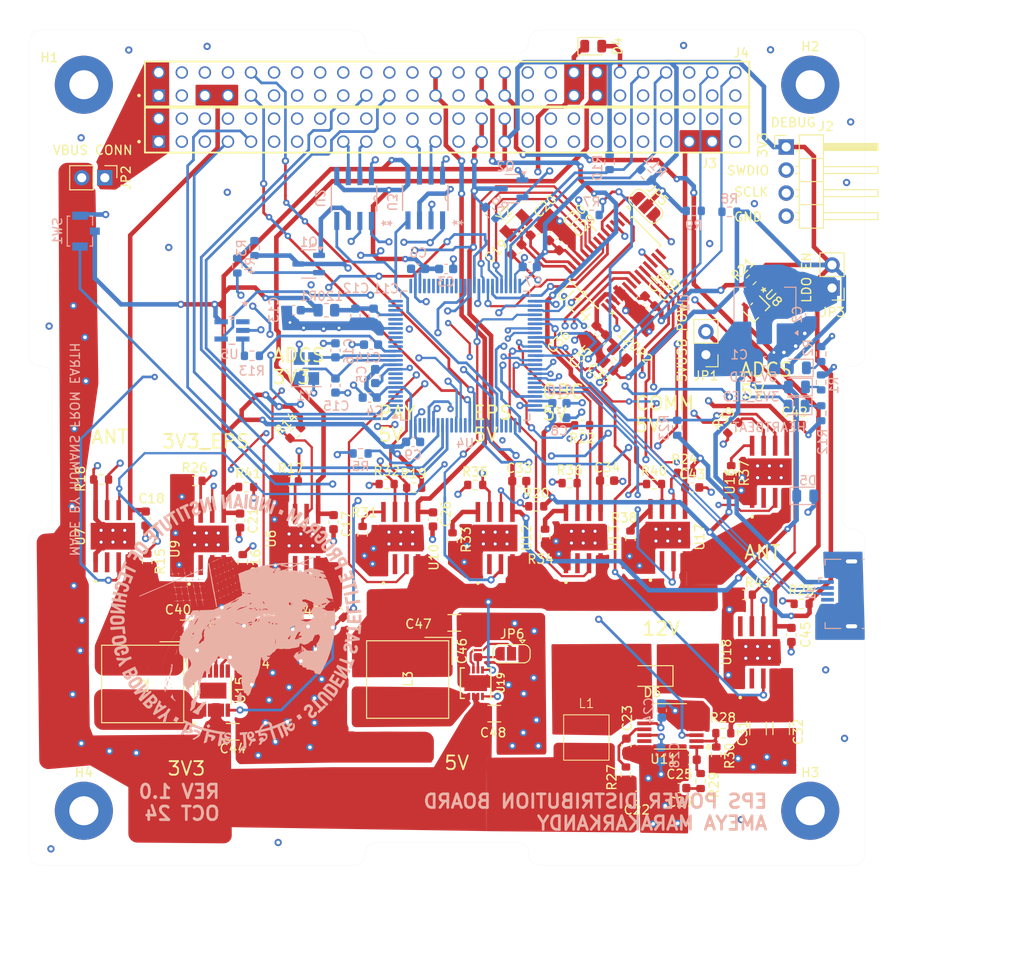
<source format=kicad_pcb>
(kicad_pcb (version 20240108) (generator "pcbnew") (generator_version "8.0")
  (title_block (title "EPS Power Distribution Board") (date "2024-10-21") (company "IIT Bombay Student Satellite Program") (comment 1 "ameya.marakarkandy@gmail.com") (comment 2 "Author: Ameya Marakarkandy"))
  (layers (0 "F.Cu" signal) (1 "In1.Cu" signal) (2 "In2.Cu" signal) (31 "B.Cu" signal) (34 "B.Paste" user) (35 "F.Paste" user) (36 "B.SilkS" user "B.Silkscreen") (37 "F.SilkS" user "F.Silkscreen") (38 "B.Mask" user) (39 "F.Mask" user) (44 "Edge.Cuts" user))
  (net 0 "")
  (net 1 "+3.3VA")
  (net 2 "3V3_EPS")
  (net 3 "GND")
  (net 4 "VUSB")
  (net 5 "/3V3_LDO")
  (net 6 "/EPS Control Unit/NRST")
  (net 7 "/EPS Control Unit/HSE_IN")
  (net 8 "/EPS Control Unit/HSE_OUT")
  (net 9 "/EPS Power Distribution/CLK_IN_ADC")
  (net 10 "/EPS Power Distribution/CLK_OUT_ADC")
  (net 11 "/EPS Power Distribution/SW_3V3")
  (net 12 "Net-(U11-BYP)")
  (net 13 "Net-(U11-COMP)")
  (net 14 "Net-(C27-Pad2)")
  (net 15 "Net-(U11-SS)")
  (net 16 "/EPS Power Distribution/12V_BUS")
  (net 17 "/EPS Power Distribution/3.3V_BUS")
  (net 18 "/EPS Power Distribution/1.25VREF")
  (net 19 "/EPS Power Distribution/INTVCC_3V3")
  (net 20 "/EPS Power Distribution/MODE_3V3")
  (net 21 "/EPS Power Distribution/5V_BUS")
  (net 22 "/EPS Power Distribution/INTVCC_5V")
  (net 23 "/EPS Power Distribution/MODE_5V")
  (net 24 "/LED_CATHODE")
  (net 25 "Net-(D1-K)")
  (net 26 "/EPS Control Unit/EPS_LED")
  (net 27 "/5V_ADCS")
  (net 28 "/USB_D-")
  (net 30 "/USB_D+")
  (net 31 "Net-(D3-K)")
  (net 34 "/CAN_B_H")
  (net 36 "/UART0_CTS")
  (net 37 "/UART1_CTS")
  (net 39 "5V_EPS")
  (net 40 "/5V_COMM")
  (net 42 "/UART0_TX")
  (net 45 "/UART1_RX")
  (net 47 "/CAN_A_H")
  (net 51 "/CAN_B_L")
  (net 56 "/CAN_A_L")
  (net 57 "/UART1_TX")
  (net 58 "/UART0_RTS")
  (net 64 "/UART1_RTS")
  (net 66 "/VBUS0")
  (net 67 "/UART0_RX")
  (net 73 "/3V3_ADCS")
  (net 74 "/HEARTBEAT_OBC")
  (net 75 "/3V3_ANT")
  (net 79 "/5V_PAY")
  (net 80 "/I2C1_SCL")
  (net 84 "/I2C2_SDA")
  (net 87 "/HEARTBEAT_ADCS")
  (net 88 "/12V_ADCS")
  (net 89 "/CS_ANT")
  (net 93 "/5V_OBC")
  (net 95 "/ANT_DEPLOY")
  (net 96 "/I2C2_SCL")
  (net 97 "/ANT_DEPLOY_STATUS")
  (net 103 "/SWDIO")
  (net 104 "/RESET_ADC")
  (net 105 "/EPS Power Distribution/SW_5V")
  (net 106 "Net-(Q1-D)")
  (net 107 "/EPS Control Unit/PMOS1_GATE")
  (net 108 "/EPS Control Unit/PMOS2_GATE")
  (net 109 "Net-(Q2-D)")
  (net 110 "/EPS Control Unit/CAN_SW_A")
  (net 111 "/EPS Control Unit/SW_BOOT0")
  (net 112 "/EPS Control Unit/BOOT0")
  (net 113 "/EPS Control Unit/CAN_SW_B")
  (net 114 "/EPS Control Unit/WDI_RESET")
  (net 115 "/FLT_3V3_ADCS")
  (net 116 "/FLT_3V3_ANT")
  (net 117 "/FLT_3V3_EPS")
  (net 118 "/FLT_5V_PAY")
  (net 119 "/FLT_5V_EPS")
  (net 120 "/FLT_5V_OBC")
  (net 121 "/FLT_5V_ADCS")
  (net 122 "/EPS Power Distribution/ILM_3V3_ADCS")
  (net 123 "/EPS Power Distribution/ILM_3V3_ANT")
  (net 124 "/FLT_5V_COMM")
  (net 125 "/FLT_12V_ADCS")
  (net 126 "Net-(U10-OVCSEL)")
  (net 127 "/EPS Power Distribution/ILM_3V3_EPS")
  (net 128 "/EPS Power Distribution/ILM_5V_PAY")
  (net 129 "Net-(U12-OVCSEL)")
  (net 130 "Net-(U13-OVCSEL)")
  (net 131 "/EPS Power Distribution/ILM_5V_EPS")
  (net 132 "/EPS Power Distribution/ILM_5V_OBC")
  (net 134 "Net-(U16-OVCSEL)")
  (net 135 "/EPS Power Distribution/ILM_5V_ADCS")
  (net 136 "/EPS Power Distribution/ILM_5V_COMM")
  (net 137 "/EPS Power Distribution/ILM_12V_ADCS")
  (net 138 "/EPS Control Unit/CAN_RX")
  (net 139 "/EPS Control Unit/CAN_TX")
  (net 142 "/EN_5V_COMM")
  (net 145 "/EN_3V3_ADCS")
  (net 146 "/STATUS_5V")
  (net 149 "/EPS Control Unit/UART2_TX")
  (net 150 "/EN_12V_ADCS")
  (net 151 "/EN_5V_PAY")
  (net 156 "/SPI_MOSI")
  (net 159 "/RDY_ADC")
  (net 165 "/EN_5V_ADCS")
  (net 166 "/EN_5V_OBC")
  (net 169 "/EPS Control Unit/UART2_RX")
  (net 170 "/STATUS_3V3")
  (net 173 "/SPI_MISO")
  (net 175 "/EPS Control Unit/WDI")
  (net 176 "/EN_3V3_ANT")
  (net 177 "/SHDN_12V")
  (net 181 "/EN_5V_EPS")
  (net 188 "/SPI_SCLK")
  (net 189 "/SPI_CS")
  (net 194 "Net-(U17-OVCSEL)")
  (net 209 "/RST_CC")
  (net 210 "/SWCLK")
  (net 211 "/VBUS")
  (net 213 "/I2C1_SDA")
  (net 214 "/EPS Power Distribution/VIN_12V")
  (net 215 "/EPS Power Distribution/SW_12V")
  (net 216 "/EPS Power Distribution/FB_12V")
  (footprint "Resistor_SMD:R_0603_1608Metric" (layer "F.Cu") (at 152.632 96.69)
    (property "Reference" "R32")
    (property "Value" "510")
  )
  (footprint "Resistor_SMD:R_0603_1608Metric" (layer "F.Cu") (at 126.257 105.215 -90)
    (property "Reference" "R15")
    (property "Value" "10k")
  )
  (footprint "Resistor_SMD:R_0603_1608Metric" (layer "F.Cu") (at 137.157 97.015 180)
    (property "Reference" "R41")
    (property "Value" "10k")
  )
  (footprint "Capacitor_SMD:C_0603_1608Metric" (layer "F.Cu") (at 169.030008 68.741992 45)
    (property "Reference" "C20")
    (property "Value" "10pF")
  )
  (footprint "TPS259621DDAT:IC_TPS259621DDAT" (layer "F.Cu") (at 183.586999 102.315 90)
    (property "Reference" "U17")
    (property "Value" "TPS259621DDAT_5V_COMM")
  )
  (footprint "Capacitor_SMD:C_1206_3216Metric" (layer "F.Cu") (at 164.482 121.99 180)
    (property "Reference" "C48")
    (property "Value" "10uF")
  )
  (footprint "Resistor_SMD:R_0603_1608Metric" (layer "F.Cu") (at 155.657 97.09)
    (property "Reference" "R19")
    (property "Value" "10k")
  )
  (footprint "Capacitor_SMD:C_0603_1608Metric" (layer "F.Cu") (at 181.630008 77.638008 -135)
    (property "Reference" "C39")
    (property "Value" "C")
  )
  (footprint "Capacitor_SMD:C_0603_1608Metric" (layer "F.Cu") (at 180.182 131.04 180)
    (property "Reference" "C22")
    (property "Value" "4.7uF")
  )
  (footprint "Capacitor_SMD:C_1206_3216Metric" (layer "F.Cu") (at 196.082 123.589999 -90)
    (property "Reference" "C32")
    (property "Value" "4.7uF")
  )
  (footprint "MountingHole:MountingHole_3.2mm_M3_Pad" (layer "F.Cu") (at 119.282 132.69)
    (property "Reference" "H4")
    (property "Value" "MountingHole_Pad" (hide yes))
  )
  (footprint "PC104_BUS:SAMTEC_ESQ-126-39-G-D" (layer "F.Cu") (at 127.532 53.88)
    (property "Reference" "J4")
    (property "Value" "Conn_02x26_Odd_Even")
  )
  (footprint "Capacitor_SMD:C_1206_3216Metric" (layer "F.Cu") (at 160.082 111.99 180)
    (property "Reference" "C47")
    (property "Value" "47uF")
  )
  (footprint "Capacitor_SMD:C_0603_1608Metric" (layer "F.Cu") (at 184.857 130.19)
    (property "Reference" "C27")
    (property "Value" "3300pF")
  )
  (footprint "Capacitor_SMD:C_0603_1608Metric" (layer "F.Cu") (at 171.082 69.29 45)
    (property "Reference" "C30")
    (property "Value" "C")
  )
  (footprint "MountingHole:MountingHole_3.2mm_M3_Pad" (layer "F.Cu") (at 199.282 132.69)
    (property "Reference" "H3")
    (property "Value" "MountingHole_Pad" (hide yes))
  )
  (footprint "PC104_BUS:SAMTEC_ESQ-126-39-G-D" (layer "F.Cu") (at 127.532 58.96)
    (property "Reference" "J3")
    (property "Value" "Conn_02x26_Odd_Even")
  )
  (footprint "LTC3624IDD-25PBF:DFN-8_DD" (layer "F.Cu") (at 162.431999 118.6295 90)
    (property "Reference" "U19")
    (property "Value" "LTC3624IDD-25PBF")
  )
  (footprint "LM500:SOP65P640X120-16N" (layer "F.Cu") (at 183.882 123.39 180)
    (property "Reference" "U11")
    (property "Value" "LM5000-3MTCX")
  )
  (footprint "Capacitor_SMD:C_0603_1608Metric" (layer "F.Cu") (at 197.557 90.19)
    (property "Reference" "C42")
    (property "Value" "1uF")
  )
  (footprint "Resistor_SMD:R_0603_1608Metric" (layer "F.Cu") (at 189.707 124.14 180)
    (property "Reference" "R28")
    (property "Value" "130k")
  )
  (footprint "Resistor_SMD:R_0603_1608Metric" (layer "F.Cu") (at 178.982 128.69 -90)
    (property "Reference" "R27")
    (property "Value" "10")
  )
  (footprint "Resistor_SMD:R_0603_1608Metric" (layer "F.Cu") (at 131.482 96.339999)
    (property "Reference" "R26")
    (property "Value" "2.2k")
  )
  (footprint "Resistor_SMD:R_0603_1608Metric" (layer "F.Cu") (at 142.565363 91.056637 45)
    (property "Reference" "R14")
    (property "Value" "10k")
  )
  (footprint "TPS259621DDAT:IC_TPS259621DDAT" (layer "F.Cu") (at 154.182 102.639999 90)
    (property "Reference" "U10")
    (property "Value" "TPS259621DDAT_5V_PAY")
  )
  (footprint "Jumper:SolderJumper-3_P1.3mm_Open_RoundedPad1.0x1.5mm" (layer "F.Cu") (at 181.182 66.09 -45)
    (property "Reference" "JP5")
    (property "Value" "Jumper_3_Bridged12")
  )
  (footprint "Resistor_SMD:R_0603_1608Metric" (layer "F.Cu") (at 170.082 102.49 -90)
    (property "Reference" "R34")
    (property "Value" "400k")
  )
  (footprint "Capacitor_SMD:C_0603_1608Metric" (layer "F.Cu") (at 176.230008 80.841992 -135)
    (property "Reference" "C35")
    (property "Value" "10nF")
  )
  (footprint "AD7708BRUZ:SOP65P638X110-28N" (layer "F.Cu") (at 177.782 72.29 135)
    (property "Reference" "U14")
    (property "Value" "AD7708BRUZ")
  )
  (footprint "MountingHole:MountingHole_3.2mm_M3_Pad" (layer "F.Cu") (at 199.282 52.69)
    (property "Reference" "H2")
    (property "Value" "MountingHole_Pad" (hide yes))
  )
  (footprint "Diode_SMD:D_1206_3216Metric" (layer "F.Cu") (at 181.882001 117.84 180)
    (property "Reference" "D6")
    (property "Value" "D")
  )
  (footprint "Resistor_SMD:R_0603_1608Metric" (layer "F.Cu") (at 136.782 105.29 -90)
    (property "Reference" "R16")
    (property "Value" "10k")
  )
  (footprint "Capacitor_SMD:C_0603_1608Metric" (layer "F.Cu") (at 197.207 113.315 -90)
    (property "Reference" "C45")
    (property "Value" "1uF")
  )
  (footprint "Resistor_SMD:R_0603_1608Metric" (layer "F.Cu") (at 192.082 108.89)
    (property "Reference" "R43")
    (property "Value" "560")
  )
  (footprint "Inductor_SMD:L_Wuerth_WE-XHMI-8080" (layer "F.Cu") (at 154.9395 118.2325 -90)
    (property "Reference" "L3")
    (property "Value" "2.2uH")
  )
  (footprint "Crystal:Crystal_SMD_3215-2Pin_3.2x1.5mm" (layer "F.Cu") (at 166.882 68.19 -135)
    (property "Reference" "Y2")
    (property "Value" "32.768kHz")
  )
  (footprint "Inductor_SMD:L_Wuerth_WE-XHMI-8080" (layer "F.Cu") (at 125.75925 118.7175 -90)
    (property "Reference" "L2")
    (property "Value" "2.2uH")
  )
  (footprint "Capacitor_SMD:C_0603_1608Metric" (layer "F.Cu") (at 136.482 100.715 -90)
    (property "Reference" "C21")
    (property "Value" "1uF")
  )
  (footprint "Connector_PinHeader_2.54mm:PinHeader_1x02_P2.54mm_Vertical" (layer "F.Cu") (at 187.792 82.435 180)
    (property "Reference" "JP1")
    (property "Value" "USB_POW_EN")
  )
  (footprint "Resistor_SMD:R_0805_2012Metric" (layer "F.Cu") (at 178.282 82.39 -45)
    (property "Reference" "120R2")
    (property "Value" "FerriteBead")
  )
  (footprint "Capacitor_SMD:C_0603_1608Metric" (layer "F.Cu") (at 180.533992 76.538008 -135)
    (property "Reference" "C38")
    (property "Value" "10uF")
  )
  (footprint "Jumper:SolderJumper-3_P1.3mm_Open_RoundedPad1.0x1.5mm" (layer "F.Cu") (at 166.382 115.39 180)
    (property "Reference" "JP6")
    (property "Value" "~")
  )
  (footprint "Resistor_SMD:R_0603_1608Metric" (layer "F.Cu") (at 147.282 110.79 135)
    (property "Reference" "R42")
    (property "Value" "10k")
  )
  (footprint "Capacitor_SMD:C_1206_3216Metric" (layer "F.Cu") (at 193.532 123.614999 -90)
    (property "Reference" "C31")
    (property "Value" "4.7uF")
  )
  (footprint "Resistor_SMD:R_0603_1608Metric" (layer "F.Cu") (at 185.482 95.465)
    (property "Reference" "R24")
    (property "Value" "10k")
  )
  (footprint "Resistor_SMD:R_0603_1608Metric" (layer "F.Cu") (at 187.207 129.415 -90)
    (property "Reference" "R29")
    (property "Value" "18k")
  )
  (footprint "Resistor_SMD:R_0603_1608Metric" (layer "F.Cu") (at 162.382 96.79)
    (property "Reference" "R35")
    (property "Value" "560")
  )
  (footprint "TPS259621DDAT:IC_TPS259621DDAT" (layer "F.Cu") (at 132.782 102.74 90)
    (property "Reference" "U9")
    (property "Value" "TPS259621DDAT_3V3_EPS")
  )
  (footprint "TPS259621DDAT:IC_TPS259621DDAT" (layer "F.Cu") (at 174.282 102.54 90)
    (property "Reference" "U13")
    (property "Value" "TPS259621DDAT_5V_OBC")
  )
  (footprint "Capacitor_SMD:C_0603_1608Metric" (layer "F.Cu") (at 177.033992 83.641992 135)
    (property "Reference" "C37")
    (property "Value" "1uF")
  )
  (footprint "TPS259621DDAT:IC_TPS259621DDAT" (layer "F.Cu") (at 194.782 95.34 90)
    (property "Reference" "U16")
    (property "Value" "TPS259621DDAT_5V_ADCS")
  )
  (footprint "Resistor_SMD:R_0603_1608Metric" (layer "F.Cu") (at 179.482 102.69 -90)
    (property "Reference" "R38")
    (property "Value" "400k")
  )
  (footprint "LTC3624EMSE-3.3PBF:SOP65P490X110-13N" (layer "F.Cu") (at 133.507 119.45 90)
    (property "Reference" "U15")
    (property "Value" "LTC3624EMSE-3.3PBF")
  )
  (footprint "Inductor-WE-XHMI-5050:WE-XHMI-5050" (layer "F.Cu") (at 174.532 124.45 180)
    (property "Reference" "L1")
    (property "Value" "8.2uH")
  )
  (footprint "Capacitor_SMD:C_0603_1608Metric" (layer "F.Cu") (at 146.782 100.89 -90)
    (property "Reference" "C17")
    (property "Value" "1uF")
  )
  (footprint "Capacitor_SMD:C_0603_1608Metric" (layer "F.Cu") (at 186.007 127.065)
    (property "Reference" "C25")
    (property "Value" "100pF")
  )
  (footprint "Capacitor_SMD:C_0603_1608Metric" (layer "F.Cu") (at 167.232 96.365)
    (property "Reference" "C33")
    (property "Value" "1uF")
  )
  (footprint "Capacitor_SMD:C_0603_1608Metric" (layer "F.Cu") (at 157.732 100.59 -90)
    (property "Reference" "C26")
    (property "Value" "1uF")
  )
  (footprint "Capacitor_SMD:C_0603_1608Metric" (layer "F.Cu") (at 162.682 114.99 -90)
    (property "Reference" "C46")
    (property "Value" "2.2uF")
  )
  (footprint "Capacitor_SMD:C_0603_1608Metric" (layer "F.Cu") (at 126.082 100.49 -90)
    (property "Reference" "C18")
    (property "Value" "1uF")
  )
  (footprint "TS4061BICT:SOT323-3L_1P35X2P2X0P65_STM" (layer "F.Cu") (at 193.396228 77.404228 -45)
    (property "Reference" "U8")
    (property "Value" "TS4061BICT-1.25")
  )
  (footprint "Capacitor_SMD:C_0603_1608Metric" (layer "F.Cu") (at 179.032 125.515 90)
    (property "Reference" "C23")
    (property "Value" "0.47uF")
  )
  (footprint "TPS259621DDAT:IC_TPS259621DDAT" (layer "F.Cu") (at 193.482 115.239999 90)
    (property "Reference" "U18")
    (property "Value" "TPS259621DDAT_12V_ADCS")
  )
  (footprint "Connector_PinHeader_2.54mm:PinHeader_1x04_P2.54mm_Horizontal" (layer "F.Cu") (at 196.632 59.550001)
    (property "Reference" "J2")
    (property "Value" "Conn_01x04_Pin")
  )
  (footprint "Resistor_SMD:R_0603_1608Metric" (layer "F.Cu") (at 192.782 74.19 -135)
    (property "Reference" "R21")
    (property "Value" "130k")
  )
  (footprint "Resistor_SMD:R_0603_1608Metric" (layer "F.Cu") (at 172.782 96.59)
    (property "Reference" "R36")
    (property "Value" "1.3k")
  )
  (footprint "Resistor_SMD:R_0603_1608Metric" (layer "F.Cu") (at 198.332 109.89)
    (property "Reference" "R25")
    (property "Value" "10k")
  )
  (footprint "Resistor_SMD:R_0603_1608Metric" (layer "F.Cu") (at 190.582 95.49 -90)
    (property "Reference" "R37")
    (property "Value" "400k")
  )
  (footprint "Capacitor_SMD:C_0603_1608Metric" (layer "F.Cu") (at 133.882 114.69 -90)
    (property "Reference" "C41")
    (property "Value" "2.2uF")
  )
  (footprint "Capacitor_SMD:C_0603_1608Metric" (layer "F.Cu") (at 175.180008 79.79 -135)
    (property "Reference" "C36")
    (property "Value" "1uF")
  )
  (footprint "Resistor_SMD:R_0603_1608Metric" (layer "F.Cu") (at 182.082 96.69)
    (property "Reference" "R40")
    (property "Value" "1.3k")
  )
  (footprint "Resistor_SMD:R_0603_1608Metric" (layer "F.Cu") (at 149.982 102.19 -90)
    (property "Reference" "R31")
    (property "Value" "400k")
  )
  (footprint "Resistor_SMD:R_0603_1608Metric" (layer "F.Cu") (at 121.182001 96.19)
    (property "Reference" "R18")
    (property "Value" "10k")
  )
  (footprint "TPS259621DDAT:IC_TPS259621DDAT" (layer "F.Cu") (at 164.582 102.64 90)
    (property "Reference" "U12")
    (property "Value" "TPS259621DDAT_5V_EPS")
  )
  (footprint "TPS259621DDAT:IC_TPS259621DDAT" (layer "F.Cu") (at 122.482 102.44 90)
    (property "Reference" "U7")
    (property "Value" "TPS259621DDAT_3V3_ANT")
  )
  (footprint "Capacitor_SMD:C_0603_1608Metric" (layer "F.Cu") (at 166.933992 70.838008 -135)
    (property "Reference" "C19")
    (property "Value" "10pF")
  )
  (footprint "Capacitor_SMD:C_0603_1608Metric" (layer "F.Cu") (at 176.907 96.315)
    (property "Reference" "C34")
    (property "Value" "1uF")
  )
  (footprint "Capacitor_SMD:C_1206_3216Metric" (layer "F.Cu") (at 130.607 112.59)
    (property "Reference" "C40")
    (property "Value" "47uF")
  )
  (footprint "Resistor_SMD:R_0603_1608Metric" (layer "F.Cu") (at 188.932 126.49 -90)
    (property "Reference" "R30")
    (property "Value" "15k")
  )
  (footprint "Resistor_SMD:R_0603_1608Metric" (layer "F.Cu") (at 169.107 99.14)
    (property "Reference" "R20")
    (property "Value" "10k")
  )
  (footprint "MountingHole:MountingHole_3.2mm_M3_Pad" (layer "F.Cu") (at 119.282 52.69)
    (property "Reference" "H1")
    (property "Value" "MountingHole_Pad" (hide yes))
  )
  (footprint "Resistor_SMD:R_0603_1608Metric" (layer "F.Cu") (at 142.082 96.39)
    (property "Reference" "R17")
    (property "Value" "2.2k")
  )
  (footprint "Capacitor_SMD:C_0603_1608Metric" (layer "F.Cu") (at 186.282 97.065)
    (property "Reference" "C43")
    (property "Value" "1uF")
  )
  (footprint "TPS259621DDAT:IC_TPS259621DDAT" (layer "F.Cu") (at 143.182 102.84 90)
    (property "Reference" "U6")
    (property "Value" "TPS259621DDAT 3V3_ADCS")
  )
  (footprint "Resistor_SMD:R_0603_1608Metric" (layer "F.Cu") (at 159.882 102.89 -90)
    (property "Reference" "R33")
    (property "Value" "400k")
  )
  (footprint "Resistor_SMD:R_0603_1608Metric" (layer "F.Cu") (at 190.782 90.49 45)
    (property "Reference" "R39")
    (property "Value" "560")
  )
  (footprint "Connector_PinHeader_2.54mm:PinHeader_1x02_P2.54mm_Vertical" (layer "F.Cu") (at 121.592 62.94 -90)
    (property "Reference" "JP2")
    (property "Value" "Jumper_2_Bridged")
  )
  (footprint "Diode_SMD:D_0805_2012Metric" (layer "F.Cu") (at 175.382 48.44)
    (property "Reference" "D4")
    (property "Value" "D_Schottky")
  )
  (footprint "Connector_PinHeader_2.54mm:PinHeader_1x02_P2.54mm_Vertical" (layer "F.Cu") (at 201.682 75.09 180)
    (property "Reference" "JP3")
    (property "Value" "USB_POW_EN")
  )
  (footprint "Resistor_SMD:R_0603_1608Metric" (layer "F.Cu") (at 174.157 90.215 180)
    (property "Reference" "R22")
    (property "Value" "10k")
  )
  (footprint "Capacitor_SMD:C_0603_1608Metric" (layer "F.Cu") (at 172.182 70.39 45)
    (property "Reference" "C29")
    (property "Value" "10uF")
  )
  (footprint "Capacitor_SMD:C_1206_3216Metric" (layer "F.Cu") (at 135.682 123.99 180)
    (property "Reference" "C44")
    (property "Value" "10uF")
  )
  (footprint "Jumper:SolderJumper-3_P1.3mm_Open_RoundedPad1.0x1.5mm" (layer "F.Cu") (at 138.182 114.39 180)
    (property "Reference" "JP4")
    (property "Value" "~")
  )
  (footprint "Resistor_SMD:R_0603_1608Metric" (layer "B.Cu") (at 200.482 85.49 90)
    (property "Reference" "R1")
    (property "Value" "1k5")
  )
  (footprint "SN65HVD256D:D8" (layer "B.Cu") (at 149.042 65.23 90)
    (property "Reference" "U2")
    (property "Value" "SN65HVD256D")
  )
  (footprint "Capacitor_SMD:C_0603_1608Metric" (layer "B.Cu") (at 146.992 81.96 90)
    (property "Reference" "C16")
    (property "Value" "10pF")
  )
  (footprint "Capacitor_SMD:C_0603_1608Metric" (layer "B.Cu") (at 171.662 87.79)
    (property "Reference" "C10")
    (property "Value" "100nF")
  )
  (footprint "Capacitor_SMD:C_0603_1608Metric" (layer "B.Cu") (at 194.292 83.16)
    (property "Reference" "C1")
    (property "Value" "22uF")
  )
  (footprint "Resistor_SMD:R_0603_1608Metric" (layer "B.Cu") (at 184.632 90.49 -90)
    (property "Reference" "R23")
    (property "Value" "10k")
  )
  (footprint "Resistor_SMD:R_0603_1608Metric" (layer "B.Cu") (at 190.382 66.69 180)
    (property "Reference" "R8")
    (property "Value" "1k5")
  )
  (footprint "Capacitor_SMD:C_0603_1608Metric" (layer "B.Cu") (at 142.392 77.535 180)
    (property "Reference" "C13")
    (property "Value" "1uF")
  )
  (footprint "Package_QFP:LQFP-100_14x14mm_P0.5mm" (layer "B.Cu") (at 161.287 82.54)
    (property "Reference" "U4")
    (property "Value" "STM32L476VET6")
  )
  (footprint "TPS3824:tps3824" (layer "B.Cu") (at 135.592 79.76 180)
    (property "Reference" "U5")
    (property "Value" "TPS3824-33QDBVRQ1")
  )
  (footprint "Capacitor_SMD:C_0603_1608Metric" (layer "B.Cu") (at 151.382 84.79 -90)
    (property "Reference" "C5")
    (property "Value" "100nF")
  )
  (footprint "Capacitor_SMD:C_0603_1608Metric" (layer "B.Cu") (at 150.767 87.16 180)
    (property "Reference" "C4")
    (property "Value" "100nF")
  )
  (footprint "Resistor_SMD:R_0603_1608Metric" (layer "B.Cu") (at 149.762 93.32)
    (property "Reference" "R5")
    (property "Value" "10k")
  )
  (footprint "Diode_SMD:D_0805_2012Metric" (layer "B.Cu") (at 198.732 97.99)
    (property "Reference" "D5")
    (property "Value" "D_Schottky")
  )
  (footprint "Capacitor_SMD:C_0603_1608Metric" (layer "B.Cu") (at 182.832 126.49 90)
    (property "Reference" "C28")
    (property "Value" "10nF")
  )
  (footprint "Package_TO_SOT_SMD:SOT-23-3" (layer "B.Cu") (at 144.0445 72.440001 180)
    (property "Reference" "Q1")
    (property "Value" "PMOS")
  )
  (footprint "Capacitor_SMD:C_0603_1608Metric" (layer "B.Cu") (at 182.932 121.64 -90)
    (property "Reference" "C24")
    (property "Value" "0.1uF")
  )
  (footprint "Resistor_SMD:R_0603_1608Metric" (layer "B.Cu") (at 175.207 67.04 180)
    (property "Reference" "R7")
    (property "Value" "100")
  )
  (footprint "Package_TO_SOT_SMD:SOT-23-3" (layer "B.Cu") (at 166.4445 64.140001 180)
    (property "Reference" "Q2")
    (property "Value" "PMOS")
  )
  (footprint "LED_SMD:LED_0805_2012Metric" (layer "B.Cu") (at 197.819501 85.99 180)
    (property "Reference" "3V3_LED")
    (property "Value" "EPS_5V_LED")
  )
  (footprint "Capacitor_SMD:C_0603_1608Metric" (layer "B.Cu") (at 199.282 78.015 -90)
    (property "Reference" "C2")
    (property "Value" "22uF")
  )
  (footprint "Connector_USB:USB_Micro-B_GCT_USB3076-30-A" (layer "B.Cu") (at 202.632 108.79 -90)
    (property "Reference" "J1")
    (property "Value" "USB_B_Micro")
  )
  (footprint "Resistor_SMD:R_0603_1608Metric" (layer "B.Cu") (at 164.082 66.79 135)
    (property "Reference" "R6")
    (property "Value" "100k")
  )
  (footprint "Resistor_SMD:R_0603_1608Metric" (layer "B.Cu") (at 200.482 88.89 -90)
    (property "Reference" "R12")
    (property "Value" "1k5")
  )
  (footprint "Resistor_SMD:R_0603_1608Metric" (layer "B.Cu") (at 138.082 70.69 -90)
    (property "Reference" "R3")
    (property "Value" "100k")
  )
  (footprint "Resistor_SMD:R_0805_2012Metric" (layer "B.Cu") (at 145.992 77.535 180)
    (property "Reference" "120R1")
    (property "Value" "FerriteBead")
  )
  (footprint "Resistor_SMD:R_0603_1608Metric" (layer "B.Cu") (at 200.482 82.365 90)
    (property "Reference" "R2")
    (property "Value" "1k5")
  )
  (footprint "Resistor_SMD:R_0603_1608Metric" (layer "B.Cu") (at 181.198637 62.606637 135)
    (property "Reference" "R11")
    (property "Value" "1k5")
  )
  (footprint "LED_SMD:LED_0805_2012Metric" (layer "B.Cu") (at 197.919501 83.89 180)
    (property "Reference" "5V_LED")
    (property "Value" "EPS_3V3_LED")
  )
  (footprint "LED_SMD:LED_0805_2012Metric" (layer "B.Cu") (at 197.782 88.09 180)
    (property "Reference" "HEARTBEAT")
    (property "Value" "EPS_LED")
  )
  (footprint "Resistor_SMD:R_0603_1608Metric" (layer "B.Cu") (at 186.457 66.59)
    (property "Reference" "R9")
    (property "Value" "1k5")
  )
  (footprint "Capacitor_SMD:C_0603_1608Metric" (layer "B.Cu") (at 149.192 78.135 -90)
    (property "Reference" "C12")
    (property "Value" "1uF")
  )
  (footprint "Resistor_SMD:R_0603_1608Metric" (layer "B.Cu") (at 137.792 82.56)
    (property "Reference" "R13")
    (property "Value" "0")
  )
  (footprint "Crystal:Crystal_SMD_Abracon_ABM8AIG-4Pin_3.2x2.5mm" (layer "B.Cu") (at 143.792 83.96 90)
    (property "Reference" "Y1")
    (property "Value" "32MHz")
  )
  (footprint "Package_TO_SOT_SMD:SOT-223-3_TabPin2" (layer "B.Cu") (at 194.292 76.91 90)
    (property "Reference" "U1")
    (property "Value" "AMS1117-3.3")
  )
  (footprint "Capacitor_SMD:C_0603_1608Metric" (layer "B.Cu") (at 155.542 92.05)
    (property "Reference" "C9")
    (property "Value" "100nF")
  )
  (footprint "Capacitor_SMD:C_0603_1608Metric" (layer "B.Cu") (at 168.392 72.76 180)
    (property "Reference" "C7")
    (property "Value" "100nF")
  )
  (footprint "Resistor_SMD:R_0603_1608Metric" (layer "B.Cu") (at 136.182 72.615 90)
    (property "Reference" "R4")
    (property "Value" "100")
  )
  (footprint "Capacitor_SMD:C_0603_1608Metric" (layer "B.Cu") (at 146.992 85.835 -90)
    (property "Reference" "C15")
    (property "Value" "10pF")
  )
  (footprint "Capacitor_SMD:C_0603_1608Metric" (layer "B.Cu") (at 159.182 72.99)
    (property "Reference" "C3")
    (property "Value" "10uF")
  )
  (footprint "IITBSSP Logo:IITBSSP_Logo" (layer "B.Cu") (at 136.023669 111.660895 180)
    (property "Reference" "G***" (hide yes))
    (property "Value" "LOGO" (hide yes))
  )
  (footprint "Button_Switch_SMD:SW_SPST_B3U-1100P" (layer "B.Cu") (at 119.672 68.82 -90)
    (property "Reference" "SW1")
    (property "Value" "SW_SPDT")
  )
  (footprint "Capacitor_SMD:C_0603_1608Metric" (layer "B.Cu") (at 171.637 89.39)
    (property "Reference" "C8")
    (property "Value" "100nF")
  )
  (footprint "Capacitor_SMD:C_0603_1608Metric" (layer "B.Cu") (at 156.092 72.97 180)
    (property "Reference" "C6")
    (property "Value" "100nF")
  )
  (footprint "SN65HVD256D:D8" (layer "B.Cu") (at 156.882 65.17 90)
    (property "Reference" "U3")
    (property "Value" "SN65HVD256D")
  )
  (footprint "Capacitor_SMD:C_0603_1608Metric" (layer "B.Cu") (at 150.912 81.33 180)
    (property "Reference" "C14")
    (property "Value" "100nF")
  )
  (footprint "Resistor_SMD:R_0603_1608Metric" (layer "B.Cu") (at 177.182 61.215 -90)
    (property "Reference" "R10")
    (property "Value" "1k5")
  )
  (footprint "Capacitor_SMD:C_0603_1608Metric" (layer "B.Cu") (at 151.192 78.135 -90)
    (property "Reference" "C11")
    (property "Value" "10nF")
  )
  (gr_arc (start 149.082 46.69) (mid 149.930528 47.041472) (end 150.282 47.89) (stroke (width 0.01)) (layer "Edge.Cuts"))
  (gr_line (start 168.282 47.99) (end 168.282 47.89) (stroke (width 0.01)) (layer "Edge.Cuts"))
  (gr_line (start 114.482 46.69) (end 149.082 46.69) (stroke (width 0.01)) (layer "Edge.Cuts"))
  (gr_line (start 204.082 83.69) (end 203.982 83.69) (stroke (width 0.01)) (layer "Edge.Cuts"))
  (gr_arc (start 150.282 137.39) (mid 150.633472 136.541472) (end 151.482 136.19) (stroke (width 0.01)) (layer "Edge.Cuts"))
  (gr_arc (start 205.282 82.49) (mid 204.930528 83.338528) (end 204.082 83.69) (stroke (width 0.01)) (layer "Edge.Cuts"))
  (gr_line (start 114.582 83.69) (end 114.482 83.69) (stroke (width 0.01)) (layer "Edge.Cuts"))
  (gr_arc (start 204.082 101.69) (mid 204.930528 102.041472) (end 205.282 102.89) (stroke (width 0.01)) (layer "Edge.Cuts"))
  (gr_line (start 150.282 47.89) (end 150.282 47.99) (stroke (width 0.01)) (layer "Edge.Cuts"))
  (gr_arc (start 114.582 83.69) (mid 115.430528 84.041472) (end 115.782 84.89) (stroke (width 0.01)) (layer "Edge.Cuts"))
  (gr_arc (start 150.282 137.49) (mid 149.930528 138.338528) (end 149.082 138.69) (stroke (width 0.01)) (layer "Edge.Cuts"))
  (gr_line (start 114.482 101.69) (end 114.582 101.69) (stroke (width 0.01)) (layer "Edge.Cuts"))
  (gr_line (start 204.082 138.69) (end 169.482 138.69) (stroke (width 0.01)) (layer "Edge.Cuts"))
  (gr_line (start 115.782 100.49) (end 115.782 84.89) (stroke (width 0.01)) (layer "Edge.Cuts"))
  (gr_arc (start 168.282 47.89) (mid 168.633472 47.041472) (end 169.482 46.69) (stroke (width 0.01)) (layer "Edge.Cuts"))
  (gr_arc (start 113.282 102.89) (mid 113.633472 102.041472) (end 114.482 101.69) (stroke (width 0.01)) (layer "Edge.Cuts"))
  (gr_line (start 169.482 46.69) (end 204.082 46.69) (stroke (width 0.01)) (layer "Edge.Cuts"))
  (gr_arc (start 167.082 136.19) (mid 167.930528 136.541472) (end 168.282 137.39) (stroke (width 0.01)) (layer "Edge.Cuts"))
  (gr_arc (start 204.082 46.69) (mid 204.930528 47.041472) (end 205.282 47.89) (stroke (width 0.01)) (layer "Edge.Cuts"))
  (gr_line (start 202.782 84.89) (end 202.782 100.49) (stroke (width 0.01)) (layer "Edge.Cuts"))
  (gr_arc (start 114.482 83.69) (mid 113.633472 83.338528) (end 113.282 82.49) (stroke (width 0.01)) (layer "Edge.Cuts"))
  (gr_line (start 150.282 137.39) (end 150.282 137.49) (stroke (width 0.01)) (layer "Edge.Cuts"))
  (gr_arc (start 113.282 47.89) (mid 113.633472 47.041472) (end 114.482 46.69) (stroke (width 0.01)) (layer "Edge.Cuts"))
  (gr_line (start 205.282 47.89) (end 205.282 82.49) (stroke (width 0.01)) (layer "Edge.Cuts"))
  (gr_line (start 203.982 101.69) (end 204.082 101.69) (stroke (width 0.01)) (layer "Edge.Cuts"))
  (gr_line (start 205.282 102.89) (end 205.282 137.49) (stroke (width 0.01)) (layer "Edge.Cuts"))
  (gr_arc (start 168.282 47.99) (mid 167.930528 48.838528) (end 167.082 49.19) (stroke (width 0.01)) (layer "Edge.Cuts"))
  (gr_arc (start 203.982 101.69) (mid 203.133472 101.338528) (end 202.782 100.49) (stroke (width 0.01)) (layer "Edge.Cuts"))
  (gr_line (start 149.082 138.69) (end 114.482 138.69) (stroke (width 0.01)) (layer "Edge.Cuts"))
  (gr_arc (start 115.782 100.49) (mid 115.430528 101.338528) (end 114.582 101.69) (stroke (width 0.01)) (layer "Edge.Cuts"))
  (gr_line (start 113.282 82.49) (end 113.282 47.89) (stroke (width 0.01)) (layer "Edge.Cuts"))
  (gr_line (start 168.282 137.49) (end 168.282 137.39) (stroke (width 0.01)) (layer "Edge.Cuts"))
  (gr_line (start 167.082 136.19) (end 151.482 136.19) (stroke (width 0.01)) (layer "Edge.Cuts"))
  (gr_line (start 151.482 49.19) (end 167.082 49.19) (stroke (width 0.01)) (layer "Edge.Cuts"))
  (gr_arc (start 169.482 138.69) (mid 168.633472 138.338528) (end 168.282 137.49) (stroke (width 0.01)) (layer "Edge.Cuts"))
  (gr_line (start 113.282 137.49) (end 113.282 102.89) (stroke (width 0.01)) (layer "Edge.Cuts"))
  (gr_arc (start 202.782 84.89) (mid 203.133472 84.041472) (end 203.982 83.69) (stroke (width 0.01)) (layer "Edge.Cuts"))
  (gr_arc (start 151.482 49.19) (mid 150.633472 48.838528) (end 150.282 47.99) (stroke (width 0.01)) (layer "Edge.Cuts"))
  (gr_arc (start 205.282 137.49) (mid 204.930528 138.338528) (end 204.082 138.69) (stroke (width 0.01)) (layer "Edge.Cuts"))
  (gr_arc (start 114.482 138.69) (mid 113.633472 138.338528) (end 113.282 137.49) (stroke (width 0.01)) (layer "Edge.Cuts"))
  (gr_text "EPS POWER DISTRIBUTION BOARD\nAMEYA MARAKARKANDY" (at 194.707 134.94 0) (layer "B.SilkS") (effects (font (size 1.5 1.5) (thickness 0.3) (bold yes)) (justify left bottom mirror)))
  (gr_text "MADE BY HUMANS FROM EARTH" (at 117.657 104.74 -90) (layer "B.SilkS") (effects (font (size 1 1)) (justify left bottom mirror)))
  (gr_text "REV 1.0\nOCT 24" (at 134.407 133.865 0) (layer "B.SilkS") (effects (font (size 1.5 1.5) (thickness 0.3) (bold yes)) (justify left bottom mirror)))
  (gr_text "5V" (at 158.857 128.29 0) (layer "F.SilkS") (effects (font (size 1.5 1.5) (thickness 0.2)) (justify left bottom)))
  (gr_text "SWDIO" (at 190.032 62.74 0) (layer "F.SilkS") (effects (font (size 1 1)) (justify left bottom)))
  (gr_text "3V3" (at 128.382 128.915 0) (layer "F.SilkS") (effects (font (size 1.5 1.5) (thickness 0.2)) (justify left bottom)))
  (gr_text "SCLK" (at 190.807 65.09 0) (layer "F.SilkS") (effects (font (size 1 1)) (justify left bottom)))
  (gr_text "5VUSB_POW" (at 185.757 85.565 90) (layer "F.SilkS") (effects (font (size 1 1)) (justify left bottom)))
  (gr_text "OBC\n5V" (at 169.657 89.79 0) (layer "F.SilkS") (effects (font (size 1.5 1.5) (thickness 0.2)) (justify left bottom)))
  (gr_text "COMM\n5V" (at 179.882 91.09 0) (layer "F.SilkS") (effects (font (size 1.5 1.5) (thickness 0.2)) (justify left bottom)))
  (gr_text "GND" (at 190.807 67.84 0) (layer "F.SilkS") (effects (font (size 1 1)) (justify left bottom)))
  (gr_text "EPS\n5V" (at 162.032 92.14 0) (layer "F.SilkS") (effects (font (size 1.5 1.5) (thickness 0.2)) (justify left bottom)))
  (gr_text "ANT" (at 120.007 92.365 0) (layer "F.SilkS") (effects (font (size 1.5 1.5) (thickness 0.2)) (justify left bottom)))
  (gr_text "ADCS\n5V" (at 191.432 87.39 0) (layer "F.SilkS") (effects (font (size 1.5 1.5) (thickness 0.2)) (justify left bottom)))
  (gr_text "ADCS\n3V3" (at 139.957 85.79 0) (layer "F.SilkS") (effects (font (size 1.5 1.5) (thickness 0.2)) (justify left bottom)))
  (gr_text "LDO EN" (at 199.457 76.815 90) (layer "F.SilkS") (effects (font (size 1 1)) (justify left bottom)))
  (gr_text "3V3_EPS" (at 127.782 92.865 0) (layer "F.SilkS") (effects (font (size 1.5 1.5) (thickness 0.2)) (justify left bottom)))
  (gr_text "3V3" (at 194.632 60.79 90) (layer "F.SilkS") (effects (font (size 1 1)) (justify left bottom)))
  (gr_text "DEBUG" (at 194.832 57.44 0) (layer "F.SilkS") (effects (font (size 1 1)) (justify left bottom)))
  (gr_text "VBUS CONN" (at 115.782 60.49 0) (layer "F.SilkS") (effects (font (size 1 1)) (justify left bottom)))
  (gr_text "ANT" (at 191.882 105.09 0) (layer "F.SilkS") (effects (font (size 1.5 1.5) (thickness 0.2)) (justify left bottom)))
  (gr_text "12V" (at 180.657 113.49 0) (layer "F.SilkS") (effects (font (size 1.5 1.5) (thickness 0.2)) (justify left bottom)))
  (gr_text "PAY\n5V" (at 151.607 92.14 0) (layer "F.SilkS") (effects (font (size 1.5 1.5) (thickness 0.2)) (justify left bottom)))
  (segment (start 177.151082 75.79) (end 177.764039 76.402957) (width 0.5) (layer "F.Cu") (net 1))
  (segment (start 177.636765 81.142683) (end 175.769435 79.275353) (width 0.5) (layer "F.Cu") (net 1))
  (segment (start 176.730528 75.79) (end 177.151082 75.79) (width 0.5) (layer "F.Cu") (net 1))
  (segment (start 175.769435 79.275353) (end 175.769435 76.751093) (width 0.5) (layer "F.Cu") (net 1))
  (segment (start 175.769435 76.751093) (end 176.730528 75.79) (width 0.5) (layer "F.Cu") (net 1))
  (segment (start 177.636765 81.744765) (end 177.636765 81.142683) (width 0.5) (layer "F.Cu") (net 1))
  (segment (start 149.192 77.36) (end 151.192 77.36) (width 0.5) (layer "B.Cu") (net 1))
  (segment (start 149.017 77.535) (end 149.192 77.36) (width 0.5) (layer "B.Cu") (net 1))
  (segment (start 146.9045 77.535) (end 149.017 77.535) (width 0.5) (layer "B.Cu") (net 1))
  (segment (start 151.872 78.04) (end 153.612 78.04) (width 0.3) (layer "B.Cu") (net 1))
  (segment (start 151.192 77.36) (end 151.872 78.04) (width 0.3) (layer "B.Cu") (net 1))
  (segment (start 198.882 111.215) (end 199.20722 110.88978) (width 0.5) (layer "F.Cu") (net 2))
  (segment (start 151.882 61.99) (end 165.182 61.99) (width 0.5) (layer "F.Cu") (net 2))
  (segment (start 134.686999 78.59) (end 134.686999 91.59) (width 0.5) (layer "F.Cu") (net 2))
  (segment (start 139.282 76.19) (end 138.132 75.04) (width 0.5) (layer "F.Cu") (net 2))
  (segment (start 165.632 61.54) (end 165.632 58.96) (width 0.5) (layer "F.Cu") (net 2))
  (segment (start 178.736765 83.035235) (end 177.582 84.19) (width 0.5) (layer "F.Cu") (net 2))
  (segment (start 134.286999 76.89) (end 134.586999 76.59) (width 0.5) (layer "F.Cu") (net 2))
  (segment (start 190.332 99.765) (end 190.332 99.89) (width 0.5) (layer "F.Cu") (net 2))
  (segment (start 133.682 76.89) (end 129.962 76.89) (width 0.5) (layer "F.Cu") (net 2))
  (segment (start 136.40847 89.61353) (end 136.663469 89.61353) (width 0.5) (layer "F.Cu") (net 2))
  (segment (start 151.679918 71.89) (end 151.132 71.342082) (width 0.5) (layer "F.Cu") (net 2))
  (segment (start 134.686999 91.59) (end 134.686999 98.115) (width 0.5) (layer "F.Cu") (net 2))
  (segment (start 194.422 72.55) (end 193.365363 73.606637) (width 0.5) (layer "F.Cu") (net 2))
  (segment (start 154.682 71.89) (end 151.679918 71.89) (width 0.5) (layer "F.Cu") (net 2))
  (segment (start 199.20722 110.88978) (end 199.20722 109.61478) (width 0.5) (layer "F.Cu") (net 2))
  (segment (start 165.632 56.42) (end 165.632 58.96) (width 0.5) (layer "F.Cu") (net 2))
  (segment (start 170.757 90.215) (end 170.382 90.59) (width 0.5) (layer "F.Cu") (net 2))
  (segment (start 143.157 89.29) (end 142.017659 88.150659) (width 0.5) (layer "F.Cu") (net 2))
  (segment (start 178.357 84.965) (end 179.207 84.965) (width 0.3) (layer "F.Cu") (net 2))
  (segment (start 200.057 74.175) (end 201.682 72.55) (width 0.5) (layer "F.Cu") (net 2))
  (segment (start 186.307 94.715) (end 187.1695 93.8525) (width 0.5) (layer "F.Cu") (net 2))
  (segment (start 133.682 76.89) (end 134.286999 76.89) (width 0.5) (layer "F.Cu") (net 2))
  (segment (start 152.182 61.99) (end 151.882 61.99) (width 0.5) (layer "F.Cu") (net 2))
  (segment (start 134.686999 75.685001) (end 134.686999 77.29) (width 0.5) (layer "F.Cu") (net 2))
  (segment (start 186.307 95.465) (end 186.307 94.715) (width 0.5) (layer "F.Cu") (net 2))
  (segment (start 134.586999 76.59) (end 134.686999 76.59) (width 0.5) (layer "F.Cu") (net 2))
  (segment (start 135.332 75.04) (end 134.686999 75.685001) (width 0.5) (layer "F.Cu") (net 2))
  (segment (start 169.932 97.215) (end 169.932 91.04) (width 0.5) (layer "F.Cu") (net 2))
  (segment (start 171.482 71.09) (end 171.633992 70.938008) (width 0.3) (layer "F.Cu") (net 2))
  (segment (start 134.686999 76.59) (end 134.686999 73.785001) (width 0.5) (layer "F.Cu") (net 2))
  (segment (start 134.686999 91.59) (end 134.686999 91.335001) (width 0.5) (layer "F.Cu") (net 2))
  (segment (start 134.286999 76.89) (end 134.686999 77.29) (width 0.5) (layer "F.Cu") (net 2))
  (segment (start 136.663469 88.558531) (end 136.663469 89.61353) (width 0.5) (layer "F.Cu") (net 2))
  (segment (start 197.182 111.215) (end 198.882 111.215) (width 0.5) (layer "F.Cu") (net 2))
  (segment (start 153.182 60.99) (end 152.182 61.99) (width 0.5) (layer "F.Cu") (net 2))
  (segment (start 173.669043 72.307961) (end 172.29909 70.938008) (width 0.3) (layer "F.Cu") (net 2))
  (segment (start 134.686999 98.115) (end 135.786999 97.015) (width 0.5) (layer "F.Cu") (net 2))
  (segment (start 136.332 99.865) (end 136.382 99.815) (width 0.5) (layer "F.Cu") (net 2))
  (segment (start 198.642001 59.550001) (end 196.632 59.550001) (width 0.5) (layer "F.Cu") (net 2))
  (segment (start 199.682 70.55) (end 199.682 60.59) (width 0.5) (layer "F.Cu") (net 2))
  (segment (start 201.550629 84.59) (end 200.057 83.096371) (width 0.5) (layer "F.Cu") (net 2))
  (segment (start 171.633992 70.938008) (end 170.533992 69.838008) (width 0.3) (layer "F.Cu") (net 2))
  (segment (start 134.686999 98.115) (end 134.686999 99.865) (width 0.5) (layer "F.Cu") (net 2))
  (segment (start 134.686999 76.59) (end 134.686999 78.59) (width 0.5) (layer "F.Cu") (net 2))
  (segment (start 138.357 86.865) (end 136.663469 88.558531) (width 0.5) (layer "F.Cu") (net 2))
  (segment (start 201.550629 107.271371) (end 201.550629 84.59) (width 0.5) (layer "F.Cu") (net 2))
  (segment (start 170.857 98.14) (end 169.932 97.215) (width 0.5) (layer "F.Cu") (net 2))
  (segment (start 177.582 84.19) (end 178.357 84.965) (width 0.3) (layer "F.Cu") (net 2))
  (segment (start 182.882 64.39) (end 181.182 66.09) (width 0.5) (layer "F.Cu") (net 2))
  (segment (start 201.682 72.55) (end 199.682 70.55) (width 0.5) (layer "F.Cu") (net 2))
  (segment (start 169.932 91.04) (end 170.382 90.59) (width 0.5) (layer "F.Cu") (net 2))
  (segment (start 179.207 84.965) (end 179.282 84.89) (width 0.3) (layer "F.Cu") (net 2))
  (segment (start 139.307 86.865) (end 138.357 86.865) (width 0.5) (layer "F.Cu") (net 2))
  (segment (start 170.082 71.09) (end 171.482 71.09) (width 0.3) (layer "F.Cu") (net 2))
  (segment (start 134.686999 99.865) (end 136.332 99.865) (width 0.5) (layer "F.Cu") (net 2))
  (segment (start 201.682 72.55) (end 194.422 72.55) (width 0.5) (layer "F.Cu") (net 2))
  (segment (start 199.682 60.59) (end 198.642001 59.550001) (width 0.5) (layer "F.Cu") (net 2))
  (segment (start 170.857 98.14) (end 170.857 98.215) (width 0.5) (layer "F.Cu") (net 2))
  (segment (start 199.20722 109.61478) (end 201.550629 107.271371) (width 0.5) (layer "F.Cu") (net 2))
  (segment (start 153.807 93.365) (end 156.482 96.04) (width 0.5) (layer "F.Cu") (net 2))
  (segment (start 200.057 83.096371) (end 200.057 74.175) (width 0.5) (layer "F.Cu") (net 2))
  (segment (start 182.982 64.39) (end 182.882 64.39) (width 0.5) (layer "F.Cu") (net 2))
  (segment (start 151.132 66.04) (end 152.882 64.29) (width 0.5) (layer "F.Cu") (net 2))
  (segment (start 146.482 61.99) (end 151.882 61.99) (width 0.5) (layer "F.Cu") (net 2))
  (segment (start 134.686999 77.29) (end 134.686999 78.59) (width 0.5) (layer "F.Cu") (net 2))
  (segment (start 143.148726 89.298274) (end 143.157 89.29) (width 0.5) (layer "F.Cu") (net 2))
  (segment (start 173.332 90.215) (end 170.757 90.215) (width 0.5) (layer "F.Cu") (net 2))
  (segment (start 143.148726 90.473274) (end 143.148726 89.298274) (width 0.5) (layer "F.Cu") (net 2))
  (segment (start 136.663469 89.61353) (end 138.958472 89.61353) (width 0.5) (layer "F.Cu") (net 2))
  (segment (start 138.132 75.04) (end 135.332 75.04) (width 0.5) (layer "F.Cu") (net 2))
  (segment (start 134.686999 91.335001) (end 136.40847 89.61353) (width 0.5) (layer "F.Cu") (net 2))
  (segment (start 156.482 96.04) (end 156.482 97.09) (width 0.5) (layer "F.Cu") (net 2))
  (segment (start 172.29909 70.938008) (end 171.633992 70.938008) (width 0.3) (layer "F.Cu") (net 2))
  (segment (start 142.017659 88.150659) (end 140.782 88.150659) (width 0.5) (layer "F.Cu") (net 2))
  (segment (start 165.182 61.99) (end 165.632 61.54) (width 0.5) (layer "F.Cu") (net 2))
  (segment (start 178.927235 83.035235) (end 178.736765 83.035235) (width 0.5) (layer "F.Cu") (net 2))
  (segment (start 151.132 71.342082) (end 151.132 66.04) (width 0.5) (layer "F.Cu") (net 2))
  (segment (start 170.857 98.215) (end 169.932 99.14) (width 0.5) (layer "F.Cu") (net 2))
  (segment (start 190.332 99.89) (end 188.232 101.99) (width 0.5) (layer "F.Cu") (net 2))
  (segment (start 134.686999 73.785001) (end 146.482 61.99) (width 0.5) (layer "F.Cu") (net 2))
  (segment (start 135.786999 97.015) (end 136.332 97.015) (width 0.5) (layer "F.Cu") (net 2))
  (via (at 138.958472 89.61353) (size 0.7) (drill 0.3) (layers "F.Cu" "B.Cu") (net 2))
  (via (at 139.282 76.19) (size 0.7) (drill 0.3) (layers "F.Cu" "B.Cu") (net 2))
  (via (at 152.882 64.29) (size 0.7) (drill 0.3) (layers "F.Cu" "B.Cu") (net 2))
  (via (at 187.1695 93.8525) (size 0.8) (drill 0.4) (layers "F.Cu" "B.Cu") (net 2))
  (via (at 139.307 86.865) (size 0.8) (drill 0.4) (layers "F.Cu" "B.Cu") (net 2))
  (via (at 197.182 111.215) (size 0.7) (drill 0.3) (layers "F.Cu" "B.Cu") (net 2))
  (via (at 190.332 99.765) (size 0.8) (drill 0.4) (layers "F.Cu" "B.Cu") (net 2))
  (via (at 153.182 60.99) (size 0.7) (drill 0.3) (layers "F.Cu" "B.Cu") (net 2))
  (via (at 153.807 93.365) (size 0.8) (drill 0.4) (layers "F.Cu" "B.Cu") (net 2))
  (via (at 133.682 76.89) (size 0.8) (drill 0.4) (layers "F.Cu" "B.Cu") (net 2))
  (via (at 182.982 64.39) (size 0.8) (drill 0.4) (layers "F.Cu" "B.Cu") (net 2))
  (via (at 179.282 84.89) (size 0.7) (drill 0.3) (layers "F.Cu" "B.Cu") (net 2))
  (via (at 154.682 71.89) (size 0.7) (drill 0.3) (layers "F.Cu" "B.Cu") (net 2))
  (via (at 129.962 76.89) (size 0.8) (drill 0.4) (layers "F.Cu" "B.Cu") (net 2))
  (via (at 170.382 90.59) (size 0.7) (drill 0.3) (layers "F.Cu" "B.Cu") (net 2))
  (via (at 170.857 98.14) (size 0.7) (drill 0.3) (layers "F.Cu" "B.Cu") (net 2))
  (via (at 188.232 101.99) (size 0.8) (drill 0.4) (layers "F.Cu" "B.Cu") (net 2))
  (via (at 140.782 88.150659) (size 0.8) (drill 0.4) (layers "F.Cu" "B.Cu") (net 2))
  (via (at 170.082 71.09) (size 0.7) (drill 0.3) (layers "F.Cu" "B.Cu") (net 2))
  (segment (start 153.457 92.565) (end 154.252 92.565) (width 0.5) (layer "B.Cu") (net 2))
  (segment (start 151.427828 87.16) (end 151.542 87.16) (width 0.5) (layer "B.Cu") (net 2))
  (segment (start 196.982 83.64022) (end 202.982 77.64022) (width 0.5) (layer "B.Cu") (net 2))
  (segment (start 191.502133 50.205) (end 194.182 52.884867) (width 0.5) (layer "B.Cu") (net 2))
  (segment (start 170.647 87.55) (end 170.887 87.79) (width 0.3) (layer "B.Cu") (net 2))
  (segment (start 151.60188 87.16) (end 152.71188 86.05) (width 0.3) (layer "B.Cu") (net 2))
  (segment (start 188.029918 96.035836) (end 190.332 98.337918) (width 0.5) (layer "B.Cu") (net 2))
  (segment (start 153.582 93.365) (end 153.257 93.04) (width 0.5) (layer "B.Cu") (net 2))
  (segment (start 123.382 76.89) (end 129.962 76.89) (width 0.5) (layer "B.Cu") (net 2))
  (segment (start 133.782 76.99) (end 133.782 78.193799) (width 0.5) (layer "B.Cu") (net 2))
  (segment (start 195.032 108.79) (end 188.232 101.99) (width 0.5) (layer "B.Cu") (net 2))
  (segment (start 191.207 75.225661) (end 191.207 66.69) (width 0.5) (layer "B.Cu") (net 2))
  (segment (start 156.867 72.97) (end 157.357 72.97) (width 0.3) (layer "B.Cu") (net 2))
  (segment (start 147.137 62.7662) (end 147.137 63.4774) (width 0.5) (layer "B.Cu") (net 2))
  (segment (start 155.787 71.89) (end 154.682 71.89) (width 0.5) (layer "B.Cu") (net 2))
  (segment (start 153.257 93.04) (end 153.257 92.765) (width 0.5) (layer "B.Cu") (net 2))
  (segment (start 150.407 86.139172) (end 151.427828 87.16) (width 0.5) (layer "B.Cu") (net 2))
  (segment (start 170.887 89.365) (end 170.862 89.39) (width 0.3) (layer "B.Cu") (net 2))
  (segment (start 176.882 50.205) (end 176.582 50.205) (width 0.5) (layer "B.Cu") (net 2))
  (segment (start 168.965 88.55) (end 170.022 88.55) (width 0.3) (layer "B.Cu") (net 2))
  (segment (start 170.862 89.39) (end 170.862 90.11) (width 0.5) (layer "B.Cu") (net 2))
  (segment (start 154.382 64.29) (end 154.977 63.695) (width 0.5) (layer "B.Cu") (net 2))
  (segment (start 152.71188 86.05) (end 153.615 86.05) (width 0.3) (layer "B.Cu") (net 2))
  (segment (start 174.585463 63.525876) (end 181.446124 63.525876) (width 0.5) (layer "B.Cu") (net 2))
  (segment (start 149.982 90.09) (end 152.457 92.565) (width 0.5) (layer "B.Cu") (net 2))
  (segment (start 154.252 92.565) (end 154.767 92.05) (width 0.5) (layer "B.Cu") (net 2))
  (segment (start 167.037 57.555) (end 167.037 50.869867) (width 0.5) (layer "B.Cu") (net 2))
  (segment (start 139.434942 90.09) (end 149.982 90.09) (width 0.5) (layer "B.Cu") (net 2))
  (segment (start 140.592659 88.150659) (end 139.307 86.865) (width 0.5) (layer "B.Cu") (net 2))
  (segment (start 170.082 68.029339) (end 174.585463 63.525876) (width 0.5) (layer "B.Cu") (net 2))
  (segment (start 156.867 72.97) (end 158.387 72.97) (width 0.5) (layer "B.Cu") (net 2))
  (segment (start 155.287 91.53) (end 154.767 92.05) (width 0.3) (layer "B.Cu") (net 2))
  (segment (start 188.029918 94.712918) (end 188.029918 96.035836) (width 0.5) (layer "B.Cu") (net 2))
  (segment (start 170.887 87.79) (end 170.887 89.365) (width 0.3) (layer "B.Cu") (net 2))
  (segment (start 177.482 50.205) (end 177.182 50.505) (width 0.5) (layer "B.Cu") (net 2))
  (segment (start 154.977 63.695) (end 154.977 62.7062) (width 0.5) (layer "B.Cu") (net 2))
  (segment (start 183.382 50.205) (end 191.502133 50.205) (width 0.5) (layer "B.Cu") (net 2))
  (segment (start 155.287 86.81188) (end 155.287 90.215) (width 0.3) (layer "B.Cu") (net 2))
  (segment (start 196.182 111.215) (end 195.032 110.065) (width 0.5) (layer "B.Cu") (net 2))
  (segment (start 194.182 52.884867) (end 194.182 58.49) (width 0.5) (layer "B.Cu") (net 2))
  (segment (start 183.382 50.205) (end 183.882133 50.205) (width 0.5) (layer "B.Cu") (net 2))
  (segment (start 151.542 87.16) (end 151.60188 87.16) (width 0.3) (layer "B.Cu") (net 2))
  (segment (start 170.022 88.55) (end 170.862 89.39) (width 0.3) (layer "B.Cu") (net 2))
  (segment (start 165.632 58.96) (end 167.037 57.555) (width 0.5) (layer "B.Cu") (net 2))
  (segment (start 154.977 62.7062) (end 154.977 61.685) (width 0.5) (layer "B.Cu") (net 2))
  (segment (start 184.547 50.869867) (end 184.547 60.425) (width 0.5) (layer "B.Cu") (net 2))
  (segment (start 202.982 73.85) (end 201.682 72.55) (width 0.5) (layer "B.Cu") (net 2))
  (segment (start 190.332 98.337918) (end 190.332 99.765) (width 0.5) (layer "B.Cu") (net 2))
  (segment (start 177.182 50.505) (end 176.882 50.205) (width 0.5) (layer "B.Cu") (net 2))
  (segment (start 195.032 110.065) (end 195.032 108.79) (width 0.5) (layer "B.Cu") (net 2))
  (segment (start 182.982 64.39) (end 183.157 64.565) (width 0.3) (layer "B.Cu") (net 2))
  (segment (start 201.682 72.55) (end 198.242 72.55) (width 0.5) (layer "B.Cu") (net 2))
  (segment (start 179.282 84.89) (end 186.457 77.715) (width 0.5) (layer "B.Cu") (net 2))
  (segment (start 184.547 60.425) (end 181.782 63.19) (width 0.5) (layer "B.Cu") (net 2))
  (segment (start 145.0795 77.535) (end 143.7345 76.19) (width 0.5) (layer "B.Cu") (net 2))
  (segment (start 120.682 74.19) (end 123.382 76.89) (width 0.5) (layer "B.Cu") (net 2))
  (segment (start 169.167 72.76) (end 169.167 72.005) (width 0.5) (layer "B.Cu") (net 2))
  (segment (start 198.242 72.55) (end 192.382 66.69) (width 0.5) (layer "B.Cu") (net 2))
  (segment (start 169.167 72.005) (end 170.082 71.09) (width 0.5) (layer "B.Cu") (net 2))
  (segment (start 170.862 90.11) (end 170.382 90.59) (width 0.5) (layer "B.Cu") (net 2))
  (segment (start 177.482 50.205) (end 183.382 50.205) (width 0.5) (layer "B.Cu") (net 2))
  (segment (start 188.717661 77.715) (end 191.207 75.225661) (width 0.5) (layer "B.Cu") (net 2))
  (segment (start 143.167 77.535) (end 145.0795 77.535) (width 0.5) (layer "B.Cu") (net 2))
  (segment (start 120.492 74) (end 120.682 74.19) (width 0.5) (layer "B.Cu") (net 2))
  (segment (start 167.037 50.869867) (end 167.701867 50.205) (width 0.5) (layer "B.Cu") (net 2))
  (segment (start 140.782 88.150659) (end 140.592659 88.150659) (width 0.5) (layer "B.Cu") (net 2))
  (segment (start 183.882133 50.205) (end 184.547 50.869867) (width 0.5) (layer "B.Cu") (net 2))
  (segment (start 120.492 68.82) (end 120.492 74) (width 0.5) (layer "B.Cu") (net 2))
  (segment (start 156.867 72.97) (end 155.787 71.89) (width 0.5) (layer "B.Cu") (net 2))
  (segment (start 138.958472 89.61353) (end 139.434942 90.09) (width 0.5) (layer "B.Cu") (net 2))
  (segment (start 182.982 64.39) (end 185.182 66.59) (width 0.5) (layer "B.Cu") (net 2))
  (segment (start 143.7345 76.19) (end 139.282 76.19) (width 0.5) (layer "B.Cu") (net 2))
  (segment (start 185.182 66.59) (end 185.632 66.59) (width 0.5) (layer "B.Cu") (net 2))
  (segment (start 151.307 84.29) (end 150.407 85.19) (width 0.5) (layer "B.Cu") (net 2))
  (segment (start 151.592 84.305) (end 152.347 83.55) (width 0.3) (layer "B.Cu") (net 2))
  (segment (start 152.457 92.565) (end 153.457 92.565) (width 0.5) (layer "B.Cu") (net 2))
  (segment (start 170.082 71.09) (end 170.082 68.029339) (width 0.5) (layer "B.Cu") (net 2))
  (segment (start 194.182 58.49) (end 195.242001 59.550001) (width 0.5) (layer "B.Cu") (net 2))
  (segment (start 151.592 84.305) (end 151.567 84.305) (width 0.5) (layer "B.Cu") (net 2))
  (segment (start 133.682 76.89) (end 133.782 76.99) (width 0.5) (layer "B.Cu") (net 2))
  (segment (start 156.562 72.97) (end 156.867 72.97) (width 0.3) (layer "B.Cu") (net 2))
  (segment (start 156.29 73.242) (end 156.562 72.97) (width 0.3) (layer "B.Cu") (net 2))
  (segment (start 133.782 78.193799) (end 134.3982 78.809999) (width 0.5) (layer "B.Cu") (net 2))
  (segment (start 187.1695 93.8525) (end 188.029918 94.712918) (width 0.5) (layer "B.Cu") (net 2))
  (segment (start 176.582 50.205) (end 177.482 50.205) (width 0.5) (layer "B.Cu") (net 2))
  (segment (start 181.446124 63.525876) (end 181.782 63.19) (width 0.3) (layer "B.Cu") (net 2))
  (segment (start 153.807 93.365) (end 153.582 93.365) (width 0.5) (layer "B.Cu") (net 2))
  (segment (start 147.137 63.4774) (end 147.9496 64.29) (width 0.5) (layer "B.Cu") (net 2))
  (segment (start 171.407 98.69) (end 184.932 98.69) (width 0.5) (layer "B.Cu") (net 2))
  (segment (start 154.282 60.99) (end 153.182 60.99) (width 0.5) (layer "B.Cu") (net 2))
  (segment (start 202.982 77.64022) (end 202.982 73.85) (width 0.5) (layer "B.Cu") (net 2))
  (segment (start 168.965 87.55) (end 170.647 87.55) (width 0.3) (layer "B.Cu") (net 2))
  (segment (start 147.9496 64.29) (end 152.882 64.29) (width 0.5) (layer "B.Cu") (net 2))
  (segment (start 152.882 64.29) (end 154.382 64.29) (width 0.5) (layer "B.Cu") (net 2))
  (segment (start 170.857 98.14) (end 171.407 98.69) (width 0.5) (layer "B.Cu") (net 2))
  (segment (start 152.347 83.55) (end 153.615 83.55) (width 0.3) (layer "B.Cu") (net 2))
  (segment (start 153.257 92.765) (end 153.457 92.565) (width 0.5) (layer "B.Cu") (net 2))
  (segment (start 167.701867 50.205) (end 176.582 50.205) (width 0.5) (layer "B.Cu") (net 2))
  (segment (start 184.632 91.315) (end 187.1695 93.8525) (width 0.5) (layer "B.Cu") (net 2))
  (segment (start 197.182 111.215) (end 196.182 111.215) (width 0.5) (layer "B.Cu") (net 2))
  (segment (start 154.977 61.685) (end 154.282 60.99) (width 0.5) (layer "B.Cu") (net 2))
  (segment (start 158.387 72.97) (end 158.407 72.99) (width 0.5) (layer "B.Cu") (net 2))
  (segment (start 150.407 85.19) (end 150.407 86.139172) (width 0.5) (layer "B.Cu") (net 2))
  (segment (start 169.167 72.985) (end 169.167 72.76) (width 0.25) (layer "B.Cu") (net 2))
  (segment (start 156.29 74.875) (end 156.29 73.242) (width 0.3) (layer "B.Cu") (net 2))
  (segment (start 153.612 86.04) (end 154.51512 86.04) (width 0.3) (layer "B.Cu") (net 2))
  (segment (start 155.287 90.215) (end 155.287 91.53) (width 0.3) (layer "B.Cu") (net 2))
  (segment (start 154.51512 86.04) (end 155.287 86.81188) (width 0.3) (layer "B.Cu") (net 2))
  (segment (start 167.287 74.865) (end 169.167 72.985) (width 0.25) (layer "B.Cu") (net 2))
  (segment (start 186.457 77.715) (end 188.717661 77.715) (width 0.5) (layer "B.Cu") (net 2))
  (segment (start 192.382 66.69) (end 191.207 66.69) (width 0.5) (layer "B.Cu") (net 2))
  (segment (start 177.182 50.505) (end 177.182 60.39) (width 0.5) (layer "B.Cu") (net 2))
  (segment (start 196.982 83.89) (end 196.982 83.64022) (width 0.5) (layer "B.Cu") (net 2))
  (segment (start 195.242001 59.550001) (end 196.632 59.550001) (width 0.5) (layer "B.Cu") (net 2))
  (segment (start 181.782 63.19) (end 182.982 64.39) (width 0.5) (layer "B.Cu") (net 2))
  (segment (start 184.932 98.69) (end 188.232 101.99) (width 0.5) (layer "B.Cu") (net 2))
  (segment (start 120.357001 96.19) (end 120.357001 95.089999) (width 0.3) (layer "F.Cu") (net 3))
  (segment (start 178.259015 75.907982) (end 178.259014 75.907982) (width 0.5) (layer "F.Cu") (net 3))
  (segment (start 174.118056 71.858948) (end 172.730008 70.4709) (width 0.3) (layer "F.Cu") (net 3))
  (segment (start 178.857 69.234082) (end 177.799961 68.177043) (width 0.3) (layer "F.Cu") (net 3))
  (segment (start 121.457452 103.755) (end 121.832001 103.380451) (width 0.5) (layer "F.Cu") (net 3))
  (segment (start 171.432 67.44) (end 170.332 67.44) (width 0.3) (layer "F.Cu") (net 3))
  (segment (start 170.332 67.443984) (end 172.730008 69.841992) (width 0.3) (layer "F.Cu") (net 3))
  (segment (start 121.167 103.755) (end 121.457452 103.755) (width 0.5) (layer "F.Cu") (net 3))
  (segment (start 121.457452 101.125) (end 121.832001 101.499549) (width 0.5) (layer "F.Cu") (net 3))
  (segment (start 171.703831 67.711831) (end 171.432 67.44) (width 0.3) (layer "F.Cu") (net 3))
  (segment (start 169.189968 74.19) (end 169.282 74.19) (width 0.3) (layer "F.Cu") (net 3))
  (segment (start 120.577001 96.41) (end 120.357001 96.19) (width 0.5) (layer "F.Cu") (net 3))
  (segment (start 150.857 96.69) (end 150.707 96.84) (width 0.3) (layer "F.Cu") (net 3))
  (segment (start 181.889039 72.272039) (end 181.894957 72.272039) (width 0.3) (layer "F.Cu") (net 3))
  (segment (start 178.332 49.04) (end 178.332 51.34) (width 0.5) (layer "F.Cu") (net 3))
  (segment (start 146.782 101.465) (end 146.782 102.99) (width 0.5) (layer "F.Cu") (net 3))
  (segment (start 171.957 96.59) (end 171.832 96.465) (width 0.3) (layer "F.Cu") (net 3))
  (segment (start 120.577001 99.565) (end 120.577001 96.41) (width 0.5) (layer "F.Cu") (net 3))
  (segment (start 178.857 69.39) (end 178.857 69.234082) (width 0.3) (layer "F.Cu") (net 3))
  (segment (start 188.382 97.59) (end 187.882 97.09) (width 0.3) (layer "F.Cu") (net 3))
  (segment (start 180.7445 71.1275) (end 181.889039 72.272039) (width 0.3) (layer "F.Cu") (net 3))
  (segment (start 172.730008 70.4709) (end 172.730008 69.841992) (width 0.3) (layer "F.Cu") (net 3))
  (segment (start 192.150837 77.078074) (end 192.150837 79.058837) (width 0.5) (layer "F.Cu") (net 3))
  (segment (start 171.832 96.465) (end 170.882 96.465) (width 0.3) (layer "F.Cu") (net 3))
  (segment (start 167.982 96.39) (end 168.007 96.365) (width 0.3) (layer "F.Cu") (net 3))
  (segment (start 121.167 101.125) (end 121.457452 101.125) (width 0.5) (layer "F.Cu") (net 3))
  (segment (start 167.982 97.965) (end 167.982 96.39) (width 0.3) (layer "F.Cu") (net 3))
  (segment (start 178.632 96.39) (end 177.482 96.39) (width 0.3) (layer "F.Cu") (net 3))
  (segment (start 136.382 101.365) (end 136.382 102.79) (width 0.5) (layer "F.Cu") (net 3))
  (segment (start 173.841291 80.338008) (end 174.632 80.338008) (width 0.3) (layer "F.Cu") (net 3))
  (segment (start 177.732 48.44) (end 178.332 49.04) (width 0.5) (layer "F.Cu") (net 3))
  (segment (start 141.277001 96.410001) (end 141.257 96.39) (width 0.5) (layer "F.Cu") (net 3))
  (segment (start 178.956446 77.586216) (end 179.364588 77.178074) (width 0.3) (layer "F.Cu") (net 3))
  (segment (start 180.989968 78.09) (end 179.985984 77.086016) (width 0.25) (layer "F.Cu") (net 3))
  (segment (start 130.877001 99.865) (end 130.877001 96.56) (width 0.5) (layer "F.Cu") (net 3))
  (segment (start 179.850837 76.657782) (end 178.680026 75.486971) (width 0.3) (layer "F.Cu") (net 3))
  (segment (start 161.557 96.79) (end 161.507 96.79) (width 0.3) (layer "F.Cu") (net 3))
  (segment (start 122.482 102.44) (end 124.372 102.439998) (width 0.3) (layer "F.Cu") (net 3))
  (segment (start 151.807 96.69) (end 150.857 96.69) (width 0.3) (layer "F.Cu") (net 3))
  (segment (start 180.450481 96.69) (end 179.250481 97.89) (width 0.3) (layer "F.Cu") (net 3))
  (segment (start 120.577001 105.315) (end 120.577001 104.344999) (width 0.5) (layer "F.Cu") (net 3))
  (segment (start 141.277001 99.965) (end 141.277001 96.410001) (width 0.5) (layer "F.Cu") (net 3))
  (segment (start 198.357 90.09) (end 198.357 90.565) (width 0.3) (layer "F.Cu") (net 3))
  (segment (start 190.198637 91.798363) (end 189.707 92.29) (width 0.3) (layer "F.Cu") (net 3))
  (segment (start 187.882 97.09) (end 187.032 97.09) (width 0.3) (layer "F.Cu") (net 3))
  (segment (start 120.357001 95.089999) (end 120.782 94.665) (width 0.3) (layer "F.Cu") (net 3))
  (segment (start 181.257 96.69) (end 180.450481 96.69) (width 0.3) (layer "F.Cu") (net 3))
  (segment (start 121.832001 103.380451) (end 121.817 103.365451) (width 0.5) (layer "F.Cu") (net 3))
  (segment (start 179.850837 77.178074) (end 179.850837 76.657782) (width 0.3) (layer "F.Cu") (net 3))
  (segment (start 190.198637 91.073363) (end 190.198637 91.798363) (width 0.3) (layer "F.Cu") (net 3))
  (segment (start 197.182 113.94) (end 197.182 115.19) (width 0.5) (layer "F.Cu") (net 3))
  (segment (start 178.680026 75.486971) (end 178.259015 75.907982) (width 0.5) (layer "F.Cu") (net 3))
  (segment (start 198.357 90.565) (end 199.082 91.29) (width 0.3) (layer "F.Cu") (net 3))
  (segment (start 169.578016 68.193984) (end 170.332 67.44) (width 0.3) (layer "F.Cu") (net 3))
  (segment (start 181.082 78.09) (end 180.989968 78.09) (width 0.25) (layer "F.Cu") (net 3))
  (segment (start 161.507 96.79) (end 160.482 97.815) (width 0.3) (layer "F.Cu") (net 3))
  (segment (start 130.877001 96.56) (end 130.657 96.339999) (width 0.5) (layer "F.Cu") (net 3))
  (segment (start 170.332 67.44) (end 170.332 67.443984) (width 0.3) (layer "F.Cu") (net 3))
  (segment (start 121.832001 101.499549) (end 121.817 101.514549) (width 0.5) (layer "F.Cu") (net 3))
  (segment (start 120.577001 104.344999) (end 121.167 103.755) (width 0.5) (layer "F.Cu") (net 3))
  (segment (start 179.364588 77.178074) (end 179.850837 77.178074) (width 0.3) (layer "F.Cu") (net 3))
  (segment (start 124.372 102.439998) (end 124.447 102.364998) (width 0.3) (layer "F.Cu") (net 3))
  (segment (start 120.577001 100.535001) (end 121.167 101.125) (width 0.5) (layer "F.Cu") (net 3))
  (segment (start 176.3195 48.44) (end 177.732 48.44) (width 0.5) (layer "F.Cu") (net 3))
  (segment (start 120.577001 99.565) (end 120.577001 100.535001) (width 0.5) (layer "F.Cu") (net 3))
  (segment (start 167.648484 72.648516) (end 169.189968 74.19) (width 0.3) (layer "F.Cu") (net 3))
  (segment (start 192.150837 79.058837) (end 195.282 82.19) (width 0.5) (layer "F.Cu") (net 3))
  (segment (start 166.385984 71.386016) (end 167.648484 72.648516) (width 0.3) (layer "F.Cu") (net 3))
  (segment (start 173.339299 80.84) (end 173.841291 80.338008) (width 0.3) (layer "F.Cu") (net 3))
  (segment (start 157.682 101.19) (end 157.682 102.79) (width 0.5) (layer "F.Cu") (net 3))
  (segment (start 126.082 101.165) (end 126.082 102.69) (width 0.5) (layer "F.Cu") (net 3))
  (via (at 178.632 96.39) (size 0.8) (drill 0.4) (layers "F.Cu" "B.Cu") (net 3))
  (via (at 174.168675 87.728325) (size 0.8) (drill 0.4) (layers "F.Cu" "B.Cu") (net 3))
  (via (at 139.282 122.99) (size 0.8) (drill 0.4) (layers "F.Cu" "B.Cu") (net 3))
  (via (at 168.832 118.04) (size 0.8) (drill 0.4) (layers "F.Cu" "B.Cu") (net 3))
  (via (at 181.546798 79.879798) (size 0.7) (drill 0.3) (layers "F.Cu" "B.Cu") (net 3))
  (via (at 124.232 48.865) (size 0.8) (drill 0.4) (layers "F.Cu" "B.Cu") (net 3))
  (via (at 150.182 104.59) (size 0.7) (drill 0.3) (layers "F.Cu" "B.Cu") (net 3))
  (via (at 188.382 97.59) (size 0.8) (drill 0.4) (layers "F.Cu" "B.Cu") (net 3))
  (via (at 159.982 71.89) (size 0.8) (drill 0.4) (layers "F.Cu" "B.Cu") (net 3))
  (via (at 171.282 102.99) (size 0.7) (drill 0.3) (layers "F.Cu" "B.Cu") (net 3))
  (via (at 148.719347 69.952653) (size 0.8) (drill 0.4) (layers "F.Cu" "B.Cu") (net 3))
  (via (at 138.782 79.69) (size 0.8) (drill 0.4) (layers "F.Cu" "B.Cu") (net 3))
  (via (at 201.882 83.79) (size 0.7) (drill 0.3) (layers "F.Cu" "B.Cu") (net 3))
  (via (at 178.857 69.39) (size 0.8) (drill 0.4) (layers "F.Cu" "B.Cu") (net 3))
  (via (at 184.682 134.065) (size 0.8) (drill 0.4) (layers "F.Cu" "B.Cu") (net 3))
  (via (at 199.032 99.79) (size 0.8) (drill 0.4) (layers "F.Cu" "B.Cu") (net 3))
  (via (at 203.057 124.715) (size 0.8) (drill 0.4) (layers "F.Cu" "B.Cu") (net 3))
  (via (at 159.182 60.865) (size 0.8) (drill 0.4) (layers "F.Cu" "B.Cu") (net 3))
  (via (at 120.782 94.665) (size 0.8) (drill 0.4) (layers "F.Cu" "B.Cu") (net 3))
  (via (at 166.057 118.815) (size 0.8) (drill 0.4) (layers "F.Cu" "B.Cu") (net 3))
  (via (at 166.482 125.54) (size 0.8) (drill 0.4) (layers "F.Cu" "B.Cu") (net 3))
  (via (at 169.332 125.54) (size 0.8) (drill 0.4) (layers "F.Cu" "B.Cu") (net 3))
  (via (at 188.207 70.19) (size 0.8) (drill 0.4) (layers "F.Cu" "B.Cu") (net 3))
  (via (at 193.132 65.79) (size 0.8) (drill 0.4) (layers "F.Cu" "B.Cu") (net 3))
  (via (at 136.382 102.79) (size 0.8) (drill 0.4) (layers "F.Cu" "B.Cu") (net 3))
  (via (at 181.982 134.14) (size 0.8) (drill 0.4) (layers "F.Cu" "B.Cu") (net 3))
  (via (at 144.682 122.99) (size 0.8) (drill 0.4) (layers "F.Cu" "B.Cu") (net 3))
  (via (at 151.382 60.965) (size 0.8) (drill 0.4) (layers "F.Cu" "B.Cu") (net 3))
  (via (at 157.607 65.865) (size 0.8) (drill 0.4) (layers "F.Cu" "B.Cu") (net 3))
  (via (at 194.907 48.84) (size 0.8) (drill 0.4) (layers "F.Cu" "B.Cu") (net 3))
  (via (at 198.682 80.09) (size 0.8) (drill 0.4) (layers "F.Cu" "B.Cu") (net 3))
  (via (at 201.682 80.39) (size 0.7) (drill 0.3) (layers "F.Cu" "B.Cu") (net 3))
  (via (at 115.457 79.29) (size 0.8) (drill 0.4) (layers "F.Cu" "B.Cu") (net 3))
  (via (at 140.382 105.69) (size 0.7) (drill 0.3) (layers "F.Cu" "B.Cu") (net 3))
  (via (at 138.482 126.59) (size 0.8) (drill 0.4) (layers "F.Cu" "B.Cu") (net 3))
  (via (at 197.682 81.49) (size 0.8) (drill 0.4) (layers "F.Cu" "B.Cu") (net 3))
  (via (at 183.307 132.14) (size 0.8) (drill 0.4) (layers "F.Cu" "B.Cu") (net 3))
  (via (at 166.732 112.04) (size 0.8) (drill 0.4) (layers "F.Cu" "B.Cu") (net 3))
  (via (at 157.682 102.79) (size 0.8) (drill 0.4) (layers "F.Cu" "B.Cu") (net 3))
  (via (at 148.822 81.31) (size 0.8) (drill 0.4) (layers "F.Cu" "B.Cu") (net 3))
  (via (at 148.982 85.79) (size 0.8) (drill 0.4) (layers "F.Cu" "B.Cu") (net 3))
  (via (at 167.982 97.965) (size 0.8) (drill 0.4) (layers "F.Cu" "B.Cu") (net 3))
  (via (at 156.982 76.59) (size 0.8) (drill 0.4) (layers "F.Cu" "B.Cu") (net 3))
  (via (at 151.082 105.49) (size 0.7) (drill 0.3) (layers "F.Cu" "B.Cu") (net 3))
  (via (at 200.982 117.165) (size 0.8) (drill 0.4) (layers "F.Cu" "B.Cu") (net 3))
  (via (at 169.132 122.69) (size 0.8) (drill 0.4) (layers "F.Cu" "B.Cu") (net 3))
  (via (at 148.342 86.65) (size 0.8) (drill 0.4) (layers "F.Cu" "B.Cu") (net 3))
  (via (at 184.407 121.665) (size 0.8) (drill 0.4) (layers "F.Cu" "B.Cu") (net 3))
  (via (at 145.482 118.19) (size 0.8) (drill 0.4) (layers "F.Cu" "B.Cu") (net 3))
  (via (at 190.257 117.74) (size 0.8) (drill 0.4) (layers "F.Cu" "B.Cu") (net 3))
  (via (at 167.807 71.74) (size 0.8) (drill 0.4) (layers "F.Cu" "B.Cu") (net 3))
  (via (at 144.782 114.89) (size 0.8) (drill 0.4) (layers "F.Cu" "B.Cu") (net 3))
  (via (at 170.882 96.465) (size 0.8) (drill 0.4) (layers "F.Cu" "B.Cu") (net 3))
  (via (at 191.332 126.94) (size 0.8) (drill 0.4) (layers "F.Cu" "B.Cu") (net 3))
  (via (at 180.7445 71.1275) (size 0.8) (drill 0.4) (layers "F.Cu" "B.Cu") (net 3))
  (via (at 143.182 116.19) (size 0.8) (drill 0.4) (layers "F.Cu" "B.Cu") (net 3))
  (via (at 171.703831 67.711831) (size 0.8) (drill 0.4) (layers "F.Cu" "B.Cu") (net 3))
  (via (at 145.672 81.19) (size 0.8) (drill 0.4) (layers "F.Cu" "B.Cu") (net 3))
  (via (at 179.250481 97.89) (size 0.7) (drill 0.3) (layers "F.Cu" "B.Cu") (net 3))
  (via (at 132.857 48.465) (size 0.8) (drill 0.4) (layers "F.Cu" "B.Cu") (net 3))
  (via (at 140.282 98.79) (size 0.7) (drill 0.3) (layers "F.Cu" "B.Cu") (net 3))
  (via (at 141.682 122.89) (size 0.8) (drill 0.4) (layers "F.Cu" "B.Cu") (net 3))
  (via (at 182.857 128.665) (size 0.8) (drill 0.4) (layers "F.Cu" "B.Cu") (net 3))
  (via (at 144.682 120.29) (size 0.8) (drill 0.4) (layers "F.Cu" "B.Cu") (net 3))
  (via (at 142.282 112.69) (size 0.8) (drill 0.4) (layers "F.Cu" "B.Cu") (net 3))
  (via (at 126.082 102.69) (size 0.8) (drill 0.4) (layers "F.Cu" "B.Cu") (net 3))
  (via (at 169.282 74.19) (size 0.8) (drill 0.4) (layers "F.Cu" "B.Cu") (net 3))
  (via (at 167.312 88.04) (size 0.8) (drill 0.4) (layers "F.Cu" "B.Cu") (net 3))
  (via (at 121.682 66.99) (size 0.8) (drill 0.4) (layers "F.Cu" "B.Cu") (net 3))
  (via (at 144.602 86.66) (size 0.8) (drill 0.4) (layers "F.Cu" "B.Cu") (net 3))
  (via (at 203.732 56.79) (size 0.8) (drill 0.4) (layers "F.Cu" "B.Cu") (net 3))
  (via (at 191.682 133.665) (size 0.8) (drill 0.4) (layers "F.Cu" "B.Cu") (net 3))
  (via (at 189.707 92.29) (size 0.8) (drill 0.4) (layers "F.Cu" "B.Cu") (net 3))
  (via (at 140.082 117.49) (size 0.8) (drill 0.4) (layers "F.Cu" "B.Cu") (net 3))
  (via (at 155.182 83.89) (size 0.7) (drill 0.3) (layers "F.Cu" "B.Cu") (net 3))
  (via (at 181.457 129.115) (size 0.8) (drill 0.4) (layers "F.Cu" "B.Cu") (net 3))
  (via (at 173.339299 80.84) (size 0.8) (drill 0.4) (layers "F.Cu" "B.Cu") (net 3))
  (via (at 129.782 105.59) (size 0.7) (drill 0.3) (layers "F.Cu" "B.Cu") (net 3))
  (via (at 197.182 115.19) (size 0.8) (drill 0.4) (layers "F.Cu" "B.Cu") (net 3))
  (via (at 191.682 97.39) (size 0.8) (drill 0.4) (layers "F.Cu" "B.Cu") (net 3))
  (via (at 193.007 127.865) (size 0.8) (drill 0.4) (layers "F.Cu" "B.Cu") (net 3))
  (via (at 195.282 82.19) (size 0.7) (drill 0.3) (layers "F.Cu" "B.Cu") (net 3))
  (via (at 131.757 115.015) (size 0.8) (drill 0.4) (layers "F.Cu" "B.Cu") (net 3))
  (via (at 167.732 119.79) (size 0.8) (drill 0.4) (layers "F.Cu" "B.Cu") (net 3))
  (via (at 143.012 81.28) (size 0.8) (drill 0.4) (layers "F.Cu" "B.Cu") (net 3))
  (via (at 150.707 96.84) (size 0.8) (drill 0.4) (layers "F.Cu" "B.Cu") (net 3))
  (via (at 143.482 79.49) (size 0.7) (drill 0.3) (layers "F.Cu" "B.Cu") (net 3))
  (via (at 115.657 136.89) (size 0.8) (drill 0.4) (layers "F.Cu" "B.Cu") (net 3))
  (via (at 171.582 104.39) (size 0.7) (drill 0.3) (layers "F.Cu" "B.Cu") (net 3))
  (via (at 136.907 112.315) (size 0.8) (drill 0.4) (layers "F.Cu" "B.Cu") (net 3))
  (via (at 161.482 103.49) (size 0.7) (drill 0.3) (layers "F.Cu" "B.Cu") (net 3))
  (via (at 145.682 79.59) (size 0.7) (drill 0.3) (layers "F.Cu" "B.Cu") (net 3))
  (via (at 167.682 124.09) (size 0.8) (drill 0.4) (layers "F.Cu" "B.Cu") (net 3))
  (via (at 147.382 79.49) (size 0.7) (drill 0.3) (layers "F.Cu" "B.Cu") (net 3))
  (via (at 130.082 98.09) (size 0.7) (drill 0.3) (layers "F.Cu" "B.Cu") (net 3))
  (via (at 178.956446 77.586216) (size 0.8) (drill 0.4) (layers "F.Cu" "B.Cu") (net 3))
  (via (at 194.507 126.765) (size 0.8) (drill 0.4) (layers "F.Cu" "B.Cu") (net 3))
  (via (at 140.382 125.09) (size 0.8) (drill 0.4) (layers "F.Cu" "B.Cu") (net 3))
  (via (at 140.282 100.59) (size 0.7) (drill 0.3) (layers "F.Cu" "B.Cu") (net 3))
  (via (at 185.332 48.365) (size 0.8) (drill 0.4) (layers "F.Cu" "B.Cu") (net 3))
  (via (at 191.782 95.99) (size 0.8) (drill 0.4) (layers "F.Cu" "B.Cu") (net 3))
  (via (at 128.632 70.615) (size 0.8) (drill 0.4) (layers "F.Cu" "B.Cu") (net 3))
  (via (at 143.982 112.39) (size 0.8) (drill 0.4) (layers "F.Cu" "B.Cu") (net 3))
  (via (at 199.082 91.29) (size 0.7) (drill 0.3) (layers "F.Cu" "B.Cu") (net 3))
  (via (at 160.482 97.815) (size 0.8) (drill 0.4) (layers "F.Cu" "B.Cu") (net 3))
  (via (at 196.482 127.415) (size 0.8) (drill 0.4) (layers "F.Cu" "B.Cu") (net 3))
  (via (at 174.107 88.765) (size 0.8) (drill 0.4) (layers "F.Cu" "B.Cu") (net 3))
  (via (at 118.982 58.54) (size 0.8) (drill 0.4) (layers "F.Cu" "B.Cu") (net 3))
  (via (at 129.382 102.09) (size 0.7) (drill 0.3) (layers "F.Cu" "B.Cu") (net 3))
  (via (at 180.482 105.69) (size 0.7) (drill 0.3) (layers "F.Cu" "B.Cu") (net 3))
  (via (at 156.482914 88.728022) (size 0.8) (drill 0.4) (layers "F.Cu" "B.Cu") (net 3))
  (via (at 168.882 112.89) (size 0.8) (drill 0.4) (layers "F.Cu" "B.Cu") (net 3))
  (via (at 144.182 125.69) (size 0.8) (drill 0.4) (layers "F.Cu" "B.Cu") (net 3))
  (via (at 141.882 119.09) (size 0.8) (drill 0.4) (layers "F.Cu" "B.Cu") (net 3))
  (via (at 141.982 78.89) (size 0.7) (drill 0.3) (layers "F.Cu" "B.Cu") (net 3))
  (via (at 140.682 136.19) (size 0.8) (drill 0.4) (layers "F.Cu" "B.Cu") (net 3))
  (via (at 161.182 105.29) (size 0.7) (drill 0.3) (layers "F.Cu" "B.Cu") (net 3))
  (via (at 179.382 104.64) (size 0.7) (drill 0.3) (layers "F.Cu" "B.Cu") (net 3))
  (via (at 190.382 110.515) (size 0.8) (drill 0.4) (layers "F.Cu" "B.Cu") (net 3))
  (via (at 146.782 102.99) (size 0.8) (drill 0.4) (layers "F.Cu" "B.Cu") (net 3))
  (via (at 139.682 120.49) (size 0.8) (drill 0.4) (layers "F.Cu" "B.Cu") (net 3))
  (via (at 196.382 82.19) (size 0.8) (drill 0.4) (layers "F.Cu" "B.Cu") (net 3))
  (via (at 203.282 63.465) (size 0.8) (drill 0.4) (layers "F.Cu" "B.Cu") (net 3))
  (via (at 151.182 103.79) (size 0.7) (drill 0.3) (layers "F.Cu" "B.Cu") (net 3))
  (via (at 137.782 118.79) (size 0.8) (drill 0.4) (layers "F.Cu" "B.Cu") (net 3))
  (via (at 135.082 64.54) (size 0.8) (drill 0.4) (layers "F.Cu" "B.Cu") (net 3))
  (segment (start 200.532 81.54) (end 201.682 80.39) (width 0.5) (layer "B.Cu") (net 3))
  (segment (start 142.992 81.3) (end 143.012 81.28) (width 0.3) (layer "B.Cu") (net 3))
  (segment (start 149.992 86.8) (end 148.982 85.79) (width 0.3) (layer "B.Cu") (net 3))
  (segment (start 172.412 89.39) (end 173.482 89.39) (width 0.3) (layer "B.Cu") (net 3))
  (segment (start 155.787 89.347236) (end 156.406214 88.728022) (width 0.25) (layer "B.Cu") (net 3))
  (segment (start 174.168675 87.728325) (end 174.107 87.79) (width 0.3) (layer "B.Cu") (net 3))
  (segment (start 168.965 88.05) (end 167.322 88.05) (width 0.3) (layer "B.Cu") (net 3))
  (segment (start 149.992 87.16) (end 149.992 86.8) (width 0.3) (layer "B.Cu") (net 3))
  (segment (start 138.712 79.76) (end 138.782 79.69) (width 0.3) (layer "B.Cu") (net 3))
  (segment (start 156.982 76.59) (end 156.282 76.59) (width 0.3) (layer "B.Cu") (net 3))
  (segment (start 155.787 90.215) (end 155.787 89.347236) (width 0.25) (layer "B.Cu") (net 3))
  (segment (start 149.192 78.91) (end 142.992 78.91) (width 0.3) (layer "B.Cu") (net 3))
  (segment (start 200.482 84.665) (end 201.007 84.665) (width 0.5) (layer "B.Cu") (net 3))
  (segment (start 157.607 65.865) (end 157.517 65.955) (width 0.3) (layer "B.Cu") (net 3))
  (segment (start 142.992 82.86) (end 142.992 81.3) (width 0.3) (layer "B.Cu") (net 3))
  (segment (start 166.787 73.59) (end 166.787 74.865) (width 0.25) (layer "B.Cu") (net 3))
  (segment (start 183.607 120.865) (end 182.932 120.865) (width 0.3) (layer "B.Cu") (net 3))
  (segment (start 136.7858 79.76) (end 138.712 79.76) (width 0.3) (layer "B.Cu") (net 3))
  (segment (start 150.947 61.4) (end 151.382 60.965) (width 0.3) (layer "B.Cu") (net 3))
  (segment (start 174.107 87.79) (end 172.437 87.79) (width 0.3) (layer "B.Cu") (net 3))
  (segment (start 151.822 79.54) (end 151.192 78.91) (width 0.3) (layer "B.Cu") (net 3))
  (segment (start 182.832 128.64) (end 182.857 128.665) (width 0.3) (layer "B.Cu") (net 3))
  (segment (start 155.79 73.443) (end 155.79 74.875) (width 0.3) (layer "B.Cu") (net 3))
  (segment (start 148.842 81.33) (end 148.822 81.31) (width 0.3) (layer "B.Cu") (net 3))
  (segment (start 182.832 127.265) (end 182.832 128.64) (width 0.3) (layer "B.Cu") (net 3))
  (segment (start 200.482 81.54) (end 200.532 81.54) (width 0.5) (layer "B.Cu") (net 3))
  (segment (start 151.592 85.855) (end 152.132 85.315) (width 0.3) (layer "B.Cu") (net 3))
  (segment (start 201.007 84.665) (end 201.882 83.79) (width 0.5) (layer "B.Cu") (net 3))
  (segment (start 153.612 84.04) (end 155.032 84.04) (width 0.25) (layer "B.Cu") (net 3))
  (segment (start 158.787 62.7062) (end 158.787 61.26) (width 0.3) (layer "B.Cu") (net 3))
  (segment (start 149.677 68.995) (end 148.719347 69.952653) (width 0.3) (layer "B.Cu") (net 3))
  (segment (start 118.982 66.99) (end 118.852 67.12) (width 0.5) (layer "B.Cu") (net 3))
  (segment (start 149.677 67.6938) (end 149.677 68.995) (width 0.3) (layer "B.Cu") (net 3))
  (segment (start 196.792 53.56) (end 196.792 53.126726) (width 0.25) (layer "B.Cu") (net 3))
  (segment (start 151.192 78.91) (end 149.192 78.91) (width 0.3) (layer "B.Cu") (net 3))
  (segment (start 184.407 121.665) (end 183.607 120.865) (width 0.3) (layer "B.Cu") (net 3))
  (segment (start 199.669501 99.152499) (end 199.032 99.79) (width 0.5) (layer "B.Cu") (net 3))
  (segment (start 167.617 72.76) (end 166.787 73.59) (width 0.25) (layer "B.Cu") (net 3))
  (segment (start 155.317 72.97) (end 155.79 73.443) (width 0.3) (layer "B.Cu") (net 3))
  (segment (start 173.482 89.39) (end 174.107 88.765) (width 0.3) (layer "B.Cu") (net 3))
  (segment (start 199.082 91.29) (end 199.082 91.115) (width 0.5) (layer "B.Cu") (net 3))
  (segment (start 152.132 85.315) (end 152.132 84.74) (width 0.3) (layer "B.Cu") (net 3))
  (segment (start 156.282 76.59) (end 155.787 76.095) (width 0.3) (layer "B.Cu") (net 3))
  (segment (start 152.132 84.74) (end 152.822 84.05) (width 0.3) (layer "B.Cu") (net 3))
  (segment (start 155.032 84.04) (end 155.182 83.89) (width 0.25) (layer "B.Cu") (net 3))
  (segment (start 199.669501 97.99) (end 199.669501 99.152499) (width 0.5) (layer "B.Cu") (net 3))
  (segment (start 142.992 78.91) (end 141.617 77.535) (width 0.3) (layer "B.Cu") (net 3))
  (segment (start 167.807 71.74) (end 167.617 71.93) (width 0.3) (layer "B.Cu") (net 3))
  (segment (start 158.787 61.26) (end 159.182 60.865) (width 0.3) (layer "B.Cu") (net 3))
  (segment (start 148.302 86.61) (end 148.342 86.65) (width 0.3) (layer "B.Cu") (net 3))
  (segment (start 150.947 62.7662) (end 150.947 61.4) (width 0.3) (layer "B.Cu") (net 3))
  (segment (start 144.592 85.06) (end 144.592 86.65) (width 0.3) (layer "B.Cu") (net 3))
  (segment (start 157.517 65.955) (end 157.517 67.6338) (width 0.3) (layer "B.Cu") (net 3))
  (segment (start 152.822 84.05) (end 153.615 84.05) (width 0.3) (layer "B.Cu") (net 3))
  (segment (start 146.992 81.185) (end 145.677 81.185) (width 0.3) (layer "B.Cu") (net 3))
  (segment (start 159.957 71.915) (end 159.982 71.89) (width 0.3) (layer "B.Cu") (net 3))
  (segment (start 159.957 72.99) (end 159.957 71.915) (width 0.3) (layer "B.Cu") (net 3))
  (segment (start 155.79 90.225) (end 155.79 91.523) (width 0.3) (layer "B.Cu") (net 3))
  (segment (start 155.317 72.97) (end 155.402 72.97) (width 0.3) (layer "B.Cu") (net 3))
  (segment (start 150.137 81.33) (end 148.842 81.33) (width 0.3) (layer "B.Cu") (net 3))
  (segment (start 155.79 91.523) (end 156.317 92.05) (width 0.3) (layer "B.Cu") (net 3))
  (segment (start 167.617 71.93) (end 167.617 72.76) (width 0.3) (layer "B.Cu") (net 3))
  (segment (start 155.402 72.97) (end 155.632 73.2) (width 0.3) (layer "B.Cu") (net 3))
  (segment (start 145.677 81.185) (end 145.672 81.19) (width 0.3) (layer "B.Cu") (net 3))
  (segment (start 121.682 66.99) (end 118.982 66.99) (width 0.5) (layer "B.Cu") (net 3))
  (segment (start 153.612 79.54) (end 151.822 79.54) (width 0.3) (layer "B.Cu") (net 3))
  (segment (start 146.992 86.61) (end 148.302 86.61) (width 0.3) (layer "B.Cu") (net 3))
  (segment (start 199.082 91.115) (end 200.482 89.715) (width 0.5) (layer "B.Cu") (net 3))
  (segment (start 167.322 88.05) (end 167.312 88.04) (width 0.3) (layer "B.Cu") (net 3))
  (segment (start 144.592 86.65) (end 144.602 86.66) (width 0.3) (layer "B.Cu") (net 3))
  (segment (start 156.406214 88.728022) (end 156.482914 88.728022) (width 0.25) (layer "B.Cu") (net 3))
  (segment (start 155.787 76.095) (end 155.787 74.865) (width 0.3) (layer "B.Cu") (net 3))
  (segment (start 188.857 95.872968) (end 191.182 98.197968) (width 0.5) (layer "B.Cu") (net 4))
  (segment (start 191.182 98.197968) (end 191.182 99.915) (width 0.5) (layer "B.Cu") (net 4))
  (segment (start 198.757 107.49) (end 200.427 107.49) (width 0.5) (layer "B.Cu") (net 4))
  (segment (start 201.182 107.49) (end 200.682 107.49) (width 0.3) (layer "B.Cu") (net 4))
  (segment (start 193.517 83.16) (end 191.332 85.345) (width 0.5) (layer "B.Cu") (net 4))
  (segment (start 191.182 99.915) (end 198.757 107.49) (width 0.5) (layer "B.Cu") (net 4))
  (segment (start 191.332 88.765) (end 188.857 91.24) (width 0.5) (layer "B.Cu") (net 4))
  (segment (start 188.857 91.24) (end 188.857 95.872968) (width 0.5) (layer "B.Cu") (net 4))
  (segment (start 191.332 85.345) (end 191.332 88.765) (width 0.5) (layer "B.Cu") (net 4))
  (segment (start 194.292 74.1) (end 194.292 73.760001) (width 0.5) (layer "B.Cu") (net 5))
  (segment (start 201.682 75.09) (end 201.432 75.09) (width 0.5) (layer "B.Cu") (net 5))
  (segment (start 140.792 80.385) (end 150.742 80.385) (width 0.3) (layer "B.Cu") (net 6))
  (segment (start 150.742 80.385) (end 151.687 81.33) (width 0.3) (layer "B.Cu") (net 6))
  (segment (start 138.617 82.56) (end 140.792 80.385) (width 0.3) (layer "B.Cu") (net 6))
  (segment (start 151.687 81.33) (end 152.407 82.05) (width 0.3) (layer "B.Cu") (net 6))
  (segment (start 152.407 82.05) (end 153.615 82.05) (width 0.3) (layer "B.Cu") (net 6))
  (segment (start 145.942 84.01) (end 143.502 84.01) (width 0.3) (layer "B.Cu") (net 7))
  (segment (start 142.992 84.52) (end 142.992 85.06) (width 0.3) (layer "B.Cu") (net 7))
  (segment (start 146.992 85.06) (end 145.942 84.01) (width 0.3) (layer "B.Cu") (net 7))
  (segment (start 149.002 83.05) (end 146.992 85.06) (width 0.3) (layer "B.Cu") (net 7))
  (segment (start 143.502 84.01) (end 142.992 84.52) (width 0.3) (layer "B.Cu") (net 7))
  (segment (start 153.615 83.05) (end 149.002 83.05) (width 0.3) (layer "B.Cu") (net 7))
  (segment (start 146.992 82.735) (end 144.717 82.735) (width 0.3) (layer "B.Cu") (net 8))
  (segment (start 147.892 82.55) (end 147.707 82.735) (width 0.3) (layer "B.Cu") (net 8))
  (segment (start 147.177 82.92) (end 146.992 82.735) (width 0.3) (layer "B.Cu") (net 8))
  (segment (start 144.717 82.735) (end 144.592 82.86) (width 0.3) (layer "B.Cu") (net 8))
  (segment (start 153.615 82.55) (end 147.892 82.55) (width 0.3) (layer "B.Cu") (net 8))
  (segment (start 147.707 82.735) (end 146.992 82.735) (width 0.3) (layer "B.Cu") (net 8))
  (segment (start 169.882 72.69) (end 167.482 70.29) (width 0.3) (layer "F.Cu") (net 9))
  (segment (start 172.753057 73.223947) (end 172.753057 73.161057) (width 0.3) (layer "F.Cu") (net 9))
  (segment (start 172.21911 72.69) (end 169.882 72.69) (width 0.3) (layer "F.Cu") (net 9))
  (segment (start 167.482 70.29) (end 167.482 69.09) (width 0.3) (layer "F.Cu") (net 9))
  (segment (start 167.482 70.29) (end 167.214234 70.29) (width 0.3) (layer "F.Cu") (net 9))
  (segment (start 166.382 68.69) (end 165.998117 69.073883) (width 0.3) (layer "F.Cu") (net 9))
  (segment (start 172.753057 73.223947) (end 172.21911 72.69) (width 0.3) (layer "F.Cu") (net 9))
  (segment (start 167.082 68.69) (end 166.382 68.69) (width 0.3) (layer "F.Cu") (net 9))
  (segment (start 167.482 69.09) (end 167.082 68.69) (width 0.3) (layer "F.Cu") (net 9))
  (segment (start 168.482 69.29) (end 167.582 68.39) (width 0.3) (layer "F.Cu") (net 10))
  (segment (start 167.582 67.49) (end 167.765883 67.306117) (width 0.3) (layer "F.Cu") (net 10))
  (segment (start 167.582 68.39) (end 167.582 67.49) (width 0.3) (layer "F.Cu") (net 10))
  (segment (start 172.617135 72.19) (end 170.182 72.19) (width 0.3) (layer "F.Cu") (net 10))
  (segment (start 168.482 70.49) (end 168.482 69.29) (width 0.3) (layer "F.Cu") (net 10))
  (segment (start 170.182 72.19) (end 168.482 70.49) (width 0.3) (layer "F.Cu") (net 10))
  (segment (start 173.202069 72.774934) (end 172.617135 72.19) (width 0.3) (layer "F.Cu") (net 10))
  (segment (start 182.357 123.065) (end 182.832 123.54) (width 0.3) (layer "F.Cu") (net 12))
  (segment (start 181.012 123.065) (end 182.357 123.065) (width 0.3) (layer "F.Cu") (net 12))
  (via (at 182.832 123.54) (size 0.8) (drill 0.4) (layers "F.Cu" "B.Cu") (net 12))
  (segment (start 182.832 122.515) (end 182.932 122.415) (width 0.3) (layer "B.Cu") (net 12))
  (segment (start 182.832 123.54) (end 182.832 122.515) (width 0.3) (layer "B.Cu") (net 12))
  (segment (start 186.782 127.065) (end 186.782 128.165) (width 0.3) (layer "F.Cu") (net 13))
  (segment (start 186.782 128.165) (end 187.207 128.59) (width 0.3) (layer "F.Cu") (net 13))
  (segment (start 186.782 127.065) (end 186.782 125.694999) (width 0.3) (layer "F.Cu") (net 13))
  (segment (start 186.782 125.694999) (end 186.752 125.664999) (width 0.3) (layer "F.Cu") (net 13))
  (segment (start 187.207 130.24) (end 185.682 130.24) (width 0.3) (layer "F.Cu") (net 14))
  (segment (start 185.682 130.24) (end 185.632 130.19) (width 0.3) (layer "F.Cu") (net 14))
  (segment (start 182.707001 124.365001) (end 182.882 124.54) (width 0.3) (layer "F.Cu") (net 15))
  (segment (start 181.012 124.365001) (end 182.707001 124.365001) (width 0.3) (layer "F.Cu") (net 15))
  (via (at 182.882 124.54) (size 0.8) (drill 0.4) (layers "F.Cu" "B.Cu") (net 15))
  (segment (start 182.882 125.665) (end 182.832 125.715) (width 0.3) (layer "B.Cu") (net 15))
  (segment (start 182.882 124.54) (end 182.882 125.665) (width 0.3) (layer "B.Cu") (net 15))
  (segment (start 190.532 123.14) (end 191.532002 122.139998) (width 0.5) (layer "F.Cu") (net 16))
  (segment (start 190.532 124.14) (end 190.532 123.14) (width 0.5) (layer "F.Cu") (net 16))
  (segment (start 191.532002 122.139998) (end 193.532 122.139998) (width 0.5) (layer "F.Cu") (net 16))
  (segment (start 134.482 117.29) (end 134.482 116.51351) (width 0.3) (layer "F.Cu") (net 17))
  (segment (start 135.20551 115.79) (end 135.382 115.79) (width 0.3) (layer "F.Cu") (net 17))
  (segment (start 134.482 116.51351) (end 135.20551 115.79) (width 0.3) (layer "F.Cu") (net 17))
  (via (at 134.482 110.29) (size 0.8) (drill 0.4) (layers "F.Cu" "B.Cu") (net 17))
  (via (at 135.382 115.79) (size 0.8) (drill 0.4) (layers "F.Cu" "B.Cu") (net 17))
  (segment (start 135.382 111.19) (end 134.482 110.29) (width 0.3) (layer "B.Cu") (net 17))
  (segment (start 135.382 115.79) (end 135.382 111.19) (width 0.3) (layer "B.Cu") (net 17))
  (segment (start 193.070074 76.158837) (end 193.070074 75.6448) (width 0.25) (layer "F.Cu") (net 18))
  (segment (start 182.882 78.69) (end 182.882 77.697968) (width 0.5) (layer "F.Cu") (net 18))
  (segment (start 182.178016 76.993984) (end 182.085984 76.993984) (width 0.25) (layer "F.Cu") (net 18))
  (segment (start 193.070074 75.6448) (end 192.198637 74.773363) (width 0.25) (layer "F.Cu") (net 18))
  (segment (start 189.998637 74.773363) (end 192.198637 74.773363) (width 0.5) (layer "F.Cu") (net 18))
  (segment (start 182.882 77.697968) (end 182.178016 76.993984) (width 0.5) (layer "F.Cu") (net 18))
  (segment (start 179.146999 75.019998) (end 180.385838 76.258837) (width 0.3) (layer "F.Cu") (net 18))
  (segment (start 189.432 75.34) (end 189.998637 74.773363) (width 0.5) (layer "F.Cu") (net 18))
  (segment (start 180.385838 76.258837) (end 180.770074 76.258837) (width 0.3) (layer "F.Cu") (net 18))
  (segment (start 182.085984 76.993984) (end 181.082 75.99) (width 0.25) (layer "F.Cu") (net 18))
  (via (at 189.432 75.34) (size 0.8) (drill 0.4) (layers "F.Cu" "B.Cu") (net 18))
  (via (at 182.882 78.69) (size 0.8) (drill 0.4) (layers "F.Cu" "B.Cu") (net 18))
  (segment (start 189.357 75.415) (end 186.157 75.415) (width 0.5) (layer "B.Cu") (net 18))
  (segment (start 189.432 75.34) (end 189.357 75.415) (width 0.5) (layer "B.Cu") (net 18))
  (segment (start 186.157 75.415) (end 182.882 78.69) (width 0.5) (layer "B.Cu") (net 18))
  (segment (start 133.832 117.29) (end 133.832 115.515) (width 0.3) (layer "F.Cu") (net 19))
  (segment (start 135.382 114.39) (end 136.882 114.39) (width 0.3) (layer "F.Cu") (net 19))
  (segment (start 133.832 115.515) (end 133.882 115.465) (width 0.3) (layer "F.Cu") (net 19))
  (segment (start 133.882 115.465) (end 134.307 115.465) (width 0.3) (layer "F.Cu") (net 19))
  (segment (start 134.307 115.465) (end 135.382 114.39) (width 0.3) (layer "F.Cu") (net 19))
  (segment (start 134.432 114.64) (end 136.082 112.99) (width 0.15) (layer "F.Cu") (net 20))
  (segment (start 136.082 112.99) (end 137.582 112.99) (width 0.15) (layer "F.Cu") (net 20))
  (segment (start 138.182 113.59) (end 138.182 114.39) (width 0.15) (layer "F.Cu") (net 20))
  (segment (start 137.582 112.99) (end 138.182 113.59) (width 0.15) (layer "F.Cu") (net 20))
  (segment (start 133.482 114.64) (end 134.432 114.64) (width 0.15) (layer "F.Cu") (net 20))
  (segment (start 133.132 117.24) (end 133.132 114.99) (width 0.15) (layer "F.Cu") (net 20))
  (segment (start 133.182 117.29) (end 133.132 117.24) (width 0.15) (layer "F.Cu") (net 20))
  (segment (start 133.132 114.99) (end 133.482 114.64) (width 0.15) (layer "F.Cu") (net 20))
  (segment (start 164.261 117.169) (end 164.282 117.19) (width 0.25) (layer "F.Cu") (net 21))
  (segment (start 163.182 117.169) (end 164.261 117.169) (width 0.25) (layer "F.Cu") (net 21))
  (via (at 164.282 117.19) (size 0.8) (drill 0.4) (layers "F.Cu" "B.Cu") (net 21))
  (via (at 163.832 109.69) (size 0.8) (drill 0.4) (layers "F.Cu" "B.Cu") (net 21))
  (segment (start 164.282 117.19) (end 163.832 116.74) (width 0.3) (layer "B.Cu") (net 21))
  (segment (start 163.832 116.74) (end 163.832 109.69) (width 0.3) (layer "B.Cu") (net 21))
  (segment (start 162.682 115.765) (end 164.707 115.765) (width 0.25) (layer "F.Cu") (net 22))
  (segment (start 162.681999 117.169) (end 162.681999 115.765001) (width 0.25) (layer "F.Cu") (net 22))
  (segment (start 164.707 115.765) (end 165.082 115.39) (width 0.25) (layer "F.Cu") (net 22))
  (segment (start 162.681999 115.765001) (end 162.682 115.765) (width 0.25) (layer "F.Cu") (net 22))
  (segment (start 162.181999 117.169) (end 162.181999 116.524051) (width 0.25) (layer "F.Cu") (net 23))
  (segment (start 166.382 114.74) (end 166.382 115.39) (width 0.25) (layer "F.Cu") (net 23))
  (segment (start 165.952 114.31) (end 166.382 114.74) (width 0.25) (layer "F.Cu") (net 23))
  (segment (start 163.252767 114.99) (end 163.932767 114.31) (width 0.25) (layer "F.Cu") (net 23))
  (segment (start 161.882 115.305948) (end 162.197948 114.99) (width 0.25) (layer "F.Cu") (net 23))
  (segment (start 163.932767 114.31) (end 165.952 114.31) (width 0.25) (layer "F.Cu") (net 23))
  (segment (start 162.181999 116.524051) (end 161.882 116.224052) (width 0.25) (layer "F.Cu") (net 23))
  (segment (start 161.882 116.224052) (end 161.882 115.305948) (width 0.25) (layer "F.Cu") (net 23))
  (segment (start 162.197948 114.99) (end 163.252767 114.99) (width 0.25) (layer "F.Cu") (net 23))
  (segment (start 198.857002 83.89) (end 199.782 83.89) (width 0.25) (layer "B.Cu") (net 24))
  (segment (start 199.782 83.89) (end 200.482 83.19) (width 0.25) (layer "B.Cu") (net 24))
  (segment (start 200.157 85.99) (end 200.482 86.315) (width 0.25) (layer "B.Cu") (net 25))
  (segment (start 198.757002 85.99) (end 200.157 85.99) (width 0.25) (layer "B.Cu") (net 25))
  (via (at 178.882 85.89) (size 0.8) (drill 0.4) (layers "F.Cu" "B.Cu") (net 26))
  (via (at 173.382 82.090001) (size 0.7) (drill 0.3) (layers "F.Cu" "B.Cu") (net 26))
  (via (at 190.382 87.09) (size 0.8) (drill 0.4) (layers "F.Cu" "B.Cu") (net 26))
  (via (at 192.182 87.09) (size 0.8) (drill 0.4) (layers "F.Cu" "B.Cu") (net 26))
  (segment (start 172.932001 82.54) (end 168.962 82.54) (width 0.25) (layer "B.Cu") (net 26))
  (segment (start 178.882 85.89) (end 179.732 86.74) (width 0.3) (layer "B.Cu") (net 26))
  (segment (start 169.86512 82.54) (end 168.962 82.54) (width 0.3) (layer "B.Cu") (net 26))
  (segment (start 182.342661 86.74) (end 182.842661 86.24) (width 0.3) (layer "B.Cu") (net 26))
  (segment (start 189.532 86.24) (end 190.382 87.09) (width 0.3) (layer "B.Cu") (net 26))
  (segment (start 182.842661 86.24) (end 189.532 86.24) (width 0.3) (layer "B.Cu") (net 26))
  (segment (start 173.382 82.090001) (end 172.932001 82.54) (width 0.25) (layer "B.Cu") (net 26))
  (segment (start 179.732 86.74) (end 182.342661 86.74) (width 0.3) (layer "B.Cu") (net 26))
  (segment (start 191.982 87.09) (end 192.182 87.09) (width 0.3) (layer "B.Cu") (net 26))
  (segment (start 195.844499 87.09) (end 192.182 87.09) (width 0.3) (layer "B.Cu") (net 26))
  (segment (start 196.844499 88.09) (end 195.844499 87.09) (width 0.3) (layer "B.Cu") (net 26))
  (segment (start 188.082 87.515) (end 188.657 88.09) (width 0.5) (layer "F.Cu") (net 27))
  (segment (start 169.307 62.265) (end 169.307 56.219867) (width 0.5) (layer "F.Cu") (net 27))
  (segment (start 194.807 88.09) (end 196.807 90.09) (width 0.5) (layer "F.Cu") (net 27))
  (segment (start 170.436867 55.09) (end 172.042 55.09) (width 0.5) (layer "F.Cu") (net 27))
  (segment (start 172.042 55.09) (end 173.252 53.88) (width 0.5) (layer "F.Cu") (net 27))
  (segment (start 173.252 49.6325) (end 174.4445 48.44) (width 0.5) (layer "F.Cu") (net 27))
  (segment (start 173.252 51.34) (end 173.252 49.6325) (width 0.5) (layer "F.Cu") (net 27))
  (segment (start 169.307 56.219867) (end 170.436867 55.09) (width 0.5) (layer "F.Cu") (net 27))
  (segment (start 173.252 51.34) (end 173.252 53.88) (width 0.5) (layer "F.Cu") (net 27))
  (segment (start 169.282 62.29) (end 169.307 62.265) (width 0.5) (layer "F.Cu") (net 27))
  (segment (start 196.807 90.09) (end 196.686999 90.210001) (width 0.5) (layer "F.Cu") (net 27))
  (segment (start 196.686999 90.210001) (end 196.686999 92.465) (width 0.5) (layer "F.Cu") (net 27))
  (segment (start 188.657 88.09) (end 194.807 88.09) (width 0.5) (layer "F.Cu") (net 27))
  (via (at 188.082 87.515) (size 0.8) (drill 0.4) (layers "F.Cu" "B.Cu") (net 27))
  (via (at 169.282 62.29) (size 0.8) (drill 0.4) (layers "F.Cu" "B.Cu") (net 27))
  (segment (start 197.1102 108.24) (end 200.031999 108.24) (width 0.2) (layer "B.Cu") (net 28))
  (segment (start 170.165001 86.05) (end 170.190001 86.075) (width 0.2) (layer "B.Cu") (net 28))
  (segment (start 170.190001 86.075) (end 174.9452 86.075) (width 0.2) (layer "B.Cu") (net 28))
  (segment (start 200.031999 108.24) (end 200.131999 108.14) (width 0.2) (layer "B.Cu") (net 28))
  (segment (start 174.9452 86.075) (end 197.1102 108.24) (width 0.2) (layer "B.Cu") (net 28))
  (segment (start 168.965 86.05) (end 170.165001 86.05) (width 0.2) (layer "B.Cu") (net 28))
  (segment (start 200.131999 108.14) (end 201.182 108.14) (width 0.2) (layer "B.Cu") (net 28))
  (segment (start 196.9238 108.69) (end 200.031999 108.69) (width 0.2) (layer "B.Cu") (net 30))
  (segment (start 200.131999 108.79) (end 201.182 108.79) (width 0.2) (layer "B.Cu") (net 30))
  (segment (start 170.190001 86.525) (end 174.7588 86.525) (width 0.2) (layer "B.Cu") (net 30))
  (segment (start 170.165001 86.55) (end 170.190001 86.525) (width 0.2) (layer "B.Cu") (net 30))
  (segment (start 168.965 86.55) (end 170.165001 86.55) (width 0.2) (layer "B.Cu") (net 30))
  (segment (start 200.031999 108.69) (end 200.131999 108.79) (width 0.2) (layer "B.Cu") (net 30))
  (segment (start 174.7588 86.525) (end 196.9238 108.69) (width 0.2) (layer "B.Cu") (net 30))
  (segment (start 198.719501 88.09) (end 200.457 88.09) (width 0.25) (layer "B.Cu") (net 31))
  (segment (start 200.457 88.09) (end 200.482 88.065) (width 0.25) (layer "B.Cu") (net 31))
  (segment (start 157.517 62.7062) (end 157.517 59.455) (width 0.3) (layer "B.Cu") (net 34))
  (segment (start 157.517 59.455) (end 158.012 58.96) (width 0.3) (layer "B.Cu") (net 34))
  (via (at 159.392 85.36) (size 0.8) (drill 0.4) (layers "F.Cu" "B.Cu") (net 37))
  (segment (start 160.34 86.312) (end 159.392 85.364) (width 0.25) (layer "B.Cu") (net 37))
  (segment (start 160.29 89.344236) (end 160.34 89.294236) (width 0.25) (layer "B.Cu") (net 37))
  (segment (start 160.29 90.225) (end 160.29 89.344236) (width 0.25) (layer "B.Cu") (net 37))
  (segment (start 159.392 85.364) (end 159.392 85.36) (width 0.25) (layer "B.Cu") (net 37))
  (segment (start 160.34 89.294236) (end 160.34 86.312) (width 0.25) (layer "B.Cu") (net 37))
  (segment (start 192.982 85.085) (end 187.792 79.895) (width 0.5) (layer "F.Cu") (net 39))
  (segment (start 162.182 70.59) (end 162.182 64.49) (width 0.5) (layer "F.Cu") (net 39))
  (segment (start 162.182 64.49) (end 162.282 64.39) (width 0.5) (layer "F.Cu") (net 39))
  (segment (start 162.282 61.14) (end 162.282 59.77) (width 0.5) (layer "F.Cu") (net 39))
  (segment (start 167.307 99.765) (end 167.982 100.44) (width 0.5) (layer "F.Cu") (net 39))
  (segment (start 166.487 99.765) (end 166.487 94.347082) (width 0.5) (layer "F.Cu") (net 39))
  (segment (start 166.487 99.765) (end 167.307 99.765) (width 0.5) (layer "F.Cu") (net 39))
  (segment (start 192.982 85.79) (end 192.982 85.085) (width 0.5) (layer "F.Cu") (net 39))
  (segment (start 163.092 56.42) (end 163.092 58.96) (width 0.5) (layer "F.Cu") (net 39))
  (segment (start 166.487 94.347082) (end 164.132 91.992082) (width 0.5) (layer "F.Cu") (net 39))
  (segment (start 162.282 59.77) (end 163.092 58.96) (width 0.5) (layer "F.Cu") (net 39))
  (segment (start 196.782 101.64) (end 191.382 107.04) (width 0.5) (layer "F.Cu") (net 39))
  (segment (start 164.132 80.347968) (end 161.757 77.972968) (width 0.5) (layer "F.Cu") (net 39))
  (segment (start 161.757 77.972968) (end 161.757 71.015) (width 0.5) (layer "F.Cu") (net 39))
  (segment (start 164.132 91.992082) (end 164.132 80.347968) (width 0.5) (layer "F.Cu") (net 39))
  (segment (start 161.757 71.015) (end 162.182 70.59) (width 0.5) (layer "F.Cu") (net 39))
  (via (at 151.982 70.99) (size 0.8) (drill 0.4) (layers "F.Cu" "B.Cu") (net 39))
  (via (at 148.382 72.89) (size 0.8) (drill 0.4) (layers "F.Cu" "B.Cu") (net 39))
  (via (at 192.982 85.79) (size 0.7) (drill 0.3) (layers "F.Cu" "B.Cu") (net 39))
  (via (at 191.382 107.04) (size 0.8) (drill 0.4) (layers "F.Cu" "B.Cu") (net 39))
  (via (at 162.182 70.59) (size 0.8) (drill 0.4) (layers "F.Cu" "B.Cu") (net 39))
  (via (at 149.782 71.49) (size 0.8) (drill 0.4) (layers "F.Cu" "B.Cu") (net 39))
  (via (at 167.982 100.44) (size 0.8) (drill 0.4) (layers "F.Cu" "B.Cu") (net 39))
  (via (at 196.782 101.64) (size 0.7) (drill 0.3) (layers "F.Cu" "B.Cu") (net 39))
  (via (at 162.282 64.39) (size 0.8) (drill 0.4) (layers "F.Cu" "B.Cu") (net 39))
  (via (at 162.282 61.14) (size 0.8) (drill 0.4) (layers "F.Cu" "B.Cu") (net 39))
  (via (at 155.732 70.94) (size 0.8) (drill 0.4) (layers "F.Cu" "B.Cu") (net 39))
  (segment (start 141.981999 71.515) (end 142.907 72.440001) (width 0.5) (layer "B.Cu") (net 39))
  (segment (start 165.307 64.140001) (end 162.531999 64.140001) (width 0.5) (layer "B.Cu") (net 39))
  (segment (start 191.382 107.09) (end 190.082 108.39) (width 0.5) (layer "B.Cu") (net 39))
  (segment (start 155.782 70.89) (end 159.921339 70.89) (width 0.3) (layer "B.Cu") (net 39))
  (segment (start 160.221339 70.59) (end 162.182 70.59) (width 0.3) (layer "B.Cu") (net 39))
  (segment (start 181.513371 108.39) (end 178.313371 105.19) (width 0.5) (layer "B.Cu") (net 39))
  (segment (start 162.531999 64.140001) (end 162.282 64.39) (width 0.5) (layer "B.Cu") (net 39))
  (segment (start 151.982 70.99) (end 151.482 71.49) (width 0.3) (layer "B.Cu") (net 39))
  (segment (start 162.282 64.99) (end 163.498637 66.206637) (width 0.3) (layer "B.Cu") (net 39))
  (segment (start 197.781999 86.889999) (end 196.882 85.99) (width 0.5) (layer "B.Cu") (net 39))
  (segment (start 196.882 85.99) (end 193.182 85.99) (width 0.5) (layer "B.Cu") (net 39))
  (segment (start 193.182 85.99) (end 192.982 85.79) (width 0.5) (layer "B.Cu") (net 39))
  (segment (start 142.907 72.440001) (end 147.932001 72.440001) (width 0.5) (layer "B.Cu") (net 39))
  (segment (start 178.313371 105.19) (end 169.482 105.19) (width 0.5) (layer "B.Cu") (net 39))
  (segment (start 147.932001 72.440001) (end 148.382 72.89) (width 0.5) (layer "B.Cu") (net 39))
  (segment (start 197.781999 100.640001) (end 197.781999 86.889999) (width 0.5) (layer "B.Cu") (net 39))
  (segment (start 169.482 105.19) (end 167.982 103.69) (width 0.5) (layer "B.Cu") (net 39))
  (segment (start 159.921339 70.89) (end 160.221339 70.59) (width 0.3) (layer "B.Cu") (net 39))
  (segment (start 138.082 71.515) (end 141.981999 71.515) (width 0.5) (layer "B.Cu") (net 39))
  (segment (start 155.732 70.94) (end 155.782 70.89) (width 0.3) (layer "B.Cu") (net 39))
  (segment (start 162.282 64.39) (end 162.282 61.14) (width 0.5) (layer "B.Cu") (net 39))
  (segment (start 190.082 108.39) (end 181.513371 108.39) (width 0.5) (layer "B.Cu") (net 39))
  (segment (start 162.282 64.39) (end 162.282 64.99) (width 0.3) (layer "B.Cu") (net 39))
  (segment (start 151.482 71.49) (end 149.782 71.49) (width 0.3) (layer "B.Cu") (net 39))
  (segment (start 191.382 107.04) (end 191.382 107.09) (width 0.5) (layer "B.Cu") (net 39))
  (segment (start 167.982 103.69) (end 167.982 100.44) (width 0.5) (layer "B.Cu") (net 39))
  (segment (start 196.782 101.64) (end 197.781999 100.640001) (width 0.5) (layer "B.Cu") (net 39))
  (segment (start 185.491998 99.44) (end 185.491998 59.420002) (width 0.5) (layer "F.Cu") (net 40))
  (segment (start 185.491998 59.420002) (end 185.952 58.96) (width 0.5) (layer "F.Cu") (net 40))
  (segment (start 185.952 58.96) (end 188.492 58.96) (width 0.5) (layer "F.Cu") (net 40))
  (segment (start 135.128 58.928) (end 135.128 58.984) (width 0.3) (layer "B.Cu") (net 45))
  (segment (start 141.976259 94.894259) (end 156.550635 94.894259) (width 0.3) (layer "B.Cu") (net 45))
  (segment (start 156.550635 94.894259) (end 158.79 92.654894) (width 0.3) (layer "B.Cu") (net 45))
  (segment (start 158.79 92.654894) (end 158.79 90.225) (width 0.3) (layer "B.Cu") (net 45))
  (segment (start 131.432 62.68) (end 131.432 84.35) (width 0.3) (layer "B.Cu") (net 45))
  (segment (start 135.128 58.984) (end 131.432 62.68) (width 0.3) (layer "B.Cu") (net 45))
  (segment (start 131.432 84.35) (end 141.976259 94.894259) (width 0.3) (layer "B.Cu") (net 45))
  (segment (start 149.677 59.675) (end 150.392 58.96) (width 0.3) (layer "B.Cu") (net 47))
  (segment (start 149.677 62.7662) (end 149.677 59.675) (width 0.3) (layer "B.Cu") (net 47))
  (segment (start 156.247 62.7062) (end 156.247 59.735) (width 0.3) (layer "B.Cu") (net 51))
  (segment (start 156.247 59.735) (end 155.472 58.96) (width 0.3) (layer "B.Cu") (net 51))
  (segment (start 148.407 59.515) (end 147.852 58.96) (width 0.3) (layer "B.Cu") (net 56))
  (segment (start 148.407 62.7662) (end 148.407 59.515) (width 0.3) (layer "B.Cu") (net 56))
  (segment (start 159.29 92.862) (end 156.792 95.36) (width 0.3) (layer "B.Cu") (net 57))
  (segment (start 159.29 90.225) (end 159.29 92.862) (width 0.3) (layer "B.Cu") (net 57))
  (segment (start 131.352 60.9775) (end 131.352 58.46) (width 0.3) (layer "B.Cu") (net 57))
  (segment (start 156.792 95.36) (end 156.592001 95.56) (width 0.3) (layer "B.Cu") (net 57))
  (segment (start 136.52 57.78) (end 137.668 58.928) (width 0.3) (layer "B.Cu") (net 57))
  (segment (start 131.352 58.46) (end 132.032 57.78) (width 0.3) (layer "B.Cu") (net 57))
  (segment (start 130.712 61.6175) (end 131.352 60.9775) (width 0.3) (layer "B.Cu") (net 57))
  (segment (start 156.592001 95.56) (end 140.252 95.56) (width 0.3) (layer "B.Cu") (net 57))
  (segment (start 156.792 95.36) (end 156.592 95.56) (width 0.3) (layer "B.Cu") (net 57))
  (segment (start 140.252 95.56) (end 130.712 86.02) (width 0.3) (layer "B.Cu") (net 57))
  (segment (start 132.032 57.78) (end 136.52 57.78) (width 0.3) (layer "B.Cu") (net 57))
  (segment (start 130.712 86.02) (end 130.712 61.6175) (width 0.3) (layer "B.Cu") (net 57))
  (via (at 156.182 82.79) (size 0.8) (drill 0.4) (layers "F.Cu" "B.Cu") (net 64))
  (segment (start 160.79 90.225) (end 160.79 85.598) (width 0.25) (layer "B.Cu") (net 64))
  (segment (start 157.982 82.79) (end 156.182 82.79) (width 0.25) (layer "B.Cu") (net 64))
  (segment (start 159.577305 84.385305) (end 157.982 82.79) (width 0.25) (layer "B.Cu") (net 64))
  (segment (start 160.79 85.598) (end 159.577305 84.385305) (width 0.25) (layer "B.Cu") (net 64))
  (segment (start 140.482 83.092082) (end 140.732 82.842082) (width 0.5) (layer "F.Cu") (net 73))
  (segment (start 174.657 55.015) (end 175.792 53.88) (width 0.5) (layer "F.Cu") (net 73))
  (segment (start 174.657 59.715) (end 174.657 55.015) (width 0.5) (layer "F.Cu") (net 73))
  (segment (start 145.086999 99.965) (end 145.086999 96.385001) (width 0.5) (layer "F.Cu") (net 73))
  (segment (start 146.657 63.315) (end 171.057 63.315) (width 0.5) (layer "F.Cu") (net 73))
  (segment (start 145.682 95.79) (end 145.682 88.942082) (width 0.5) (layer "F.Cu") (net 73))
  (segment (start 140.732 82.842082) (end 140.732 79.937918) (width 0.5) (layer "F.Cu") (net 73))
  (segment (start 145.086999 99.965) (end 146.732 99.965) (width 0.5) (layer "F.Cu") (net 73))
  (segment (start 140.482 79.687918) (end 140.482 69.49) (width 0.5) (layer "F.Cu") (net 73))
  (segment (start 140.482 83.742082) (end 140.482 83.092082) (width 0.5) (layer "F.Cu") (net 73))
  (segment (start 145.682 88.942082) (end 140.482 83.742082) (width 0.5) (layer "F.Cu") (net 73))
  (segment (start 145.086999 96.385001) (end 145.682 95.79) (width 0.5) (layer "F.Cu") (net 73))
  (segment (start 140.482 69.49) (end 146.657 63.315) (width 0.5) (layer "F.Cu") (net 73))
  (segment (start 171.057 63.315) (end 174.657 59.715) (width 0.5) (layer "F.Cu") (net 73))
  (segment (start 146.732 99.965) (end 146.782 99.915) (width 0.5) (layer "F.Cu") (net 73))
  (segment (start 175.792 51.34) (end 175.792 53.88) (width 0.5) (layer "F.Cu") (net 73))
  (segment (start 140.732 79.937918) (end 140.482 79.687918) (width 0.5) (layer "F.Cu") (net 73))
  (segment (start 153.612 88.54) (end 152.662 89.49) (width 0.3) (layer "B.Cu") (net 74))
  (segment (start 132.212 81.877107) (end 132.212 71.7) (width 0.3) (layer "B.Cu") (net 74))
  (segment (start 132.212 71.7) (end 144.052 59.86) (width 0.3) (layer "B.Cu") (net 74))
  (segment (start 139.824893 89.49) (end 132.212 81.877107) (width 0.3) (layer "B.Cu") (net 74))
  (segment (start 152.662 89.49) (end 139.824893 89.49) (width 0.3) (layer "B.Cu") (net 74))
  (segment (start 149.132 55.14) (end 150.392 53.88) (width 0.3) (layer "B.Cu") (net 74))
  (segment (start 146.302 57.73) (end 146.532 57.5) (width 0.3) (layer "B.Cu") (net 74))
  (segment (start 147.082 55.14) (end 149.132 55.14) (width 0.3) (layer "B.Cu") (net 74))
  (segment (start 144.552 57.73) (end 146.302 57.73) (width 0.3) (layer "B.Cu") (net 74))
  (segment (start 144.052 58.23) (end 144.552 57.73) (width 0.3) (layer "B.Cu") (net 74))
  (segment (start 146.532 57.5) (end 146.532 55.69) (width 0.3) (layer "B.Cu") (net 74))
  (segment (start 144.052 59.86) (end 144.052 58.23) (width 0.3) (layer "B.Cu") (net 74))
  (segment (start 146.532 55.69) (end 147.082 55.14) (width 0.3) (layer "B.Cu") (net 74))
  (segment (start 134.017 55.015) (end 134.017 54.29) (width 0.5) (layer "F.Cu") (net 75))
  (segment (start 135.152 53.88) (end 134.382 53.88) (width 0.5) (layer "F.Cu") (net 75))
  (segment (start 134.017 54.29) (end 134.017 54.245) (width 0.5) (layer "F.Cu") (net 75))
  (segment (start 124.386999 99.565) (end 124.386999 69.285001) (width 0.5) (layer "F.Cu") (net 75))
  (segment (start 134.017 59.655) (end 134.017 55.015) (width 0.5) (layer "F.Cu") (net 75))
  (segment (start 133.582 53.88) (end 133.607 53.88) (width 0.5) (layer "F.Cu") (net 75))
  (segment (start 133.582 53.88) (end 132.612 53.88) (width 0.5) (layer "F.Cu") (net 75))
  (segment (start 134.017 54.29) (end 134.017 53.915) (width 0.5) (layer "F.Cu") (net 75))
  (segment (start 134.017 53.915) (end 133.982 53.88) (width 0.5) (layer "F.Cu") (net 75))
  (segment (start 134.017 54.245) (end 134.382 53.88) (width 0.5) (layer "F.Cu") (net 75))
  (segment (start 124.386999 69.285001) (end 134.017 59.655) (width 0.5) (layer "F.Cu") (net 75))
  (segment (start 124.386999 99.565) (end 126.032 99.565) (width 0.5) (layer "F.Cu") (net 75))
  (segment (start 126.032 99.565) (end 126.082 99.615) (width 0.5) (layer "F.Cu") (net 75))
  (segment (start 133.982 53.88) (end 133.582 53.88) (width 0.5) (layer "F.Cu") (net 75))
  (segment (start 133.607 53.88) (end 134.017 54.29) (width 0.5) (layer "F.Cu") (net 75))
  (segment (start 134.382 53.88) (end 133.982 53.88) (width 0.5) (layer "F.Cu") (net 75))
  (segment (start 156.482 98.29) (end 157.384082 98.29) (width 0.5) (layer "F.Cu") (net 79))
  (segment (start 156.086999 99.764999) (end 156.086999 98.685001) (width 0.5) (layer "F.Cu") (net 79))
  (segment (start 156.086999 98.685001) (end 156.482 98.29) (width 0.5) (layer "F.Cu") (net 79))
  (segment (start 163.432 92.242082) (end 163.432 80.637918) (width 0.5) (layer "F.Cu") (net 79))
  (segment (start 159.147 59.355) (end 159.147 55.015) (width 0.5) (layer "F.Cu") (net 79))
  (segment (start 163.432 80.637918) (end 160.882 78.087918) (width 0.5) (layer "F.Cu") (net 79))
  (segment (start 157.557001 99.764999) (end 157.682 99.64) (width 0.5) (layer "F.Cu") (net 79))
  (segment (start 158.012 51.34) (end 158.012 53.88) (width 0.5) (layer "F.Cu") (net 79))
  (segment (start 157.384082 98.29) (end 163.432 92.242082) (width 0.5) (layer "F.Cu") (net 79))
  (segment (start 160.882 78.087918) (end 160.882 64.69) (width 0.5) (layer "F.Cu") (net 79))
  (segment (start 159.147 55.015) (end 158.012 53.88) (width 0.5) (layer "F.Cu") (net 79))
  (segment (start 160.882 61.09) (end 159.147 59.355) (width 0.5) (layer "F.Cu") (net 79))
  (segment (start 156.086999 99.764999) (end 157.557001 99.764999) (width 0.5) (layer "F.Cu") (net 79))
  (via (at 160.882 64.69) (size 0.8) (drill 0.4) (layers "F.Cu" "B.Cu") (net 79))
  (via (at 160.882 61.09) (size 0.8) (drill 0.4) (layers "F.Cu" "B.Cu") (net 79))
  (segment (start 160.882 64.69) (end 160.882 61.09) (width 0.5) (layer "B.Cu") (net 79))
  (via (at 174.982 84.675) (size 0.8) (drill 0.4) (layers "F.Cu" "B.Cu") (net 80))
  (via (at 158.192 88.36) (size 0.8) (drill 0.4) (layers "F.Cu" "B.Cu") (net 80))
  (segment (start 157.79 90.225) (end 157.79 88.762) (width 0.3) (layer "B.Cu") (net 80))
  (segment (start 187.182 52.65) (end 188.492 51.34) (width 0.25) (layer "B.Cu") (net 80))
  (segment (start 174.982 84.675) (end 174.982 84.55) (width 0.25) (layer "B.Cu") (net 80))
  (segment (start 157.79 88.762) (end 158.192 88.36) (width 0.3) (layer "B.Cu") (net 80))
  (segment (start 177.332 82.2) (end 187.182 72.35) (width 0.25) (layer "B.Cu") (net 80))
  (segment (start 187.182 72.35) (end 187.182 52.65) (width 0.25) (layer "B.Cu") (net 80))
  (segment (start 174.982 84.55) (end 177.332 82.2) (width 0.25) (layer "B.Cu") (net 80))
  (segment (start 166.29 74.875) (end 166.29 70.40483) (width 0.3) (layer "B.Cu") (net 84))
  (segment (start 173.73483 62.96) (end 179.392 62.96) (width 0.3) (layer "B.Cu") (net 84))
  (segment (start 166.29 70.40483) (end 173.73483 62.96) (width 0.3) (layer "B.Cu") (net 84))
  (segment (start 182.192 52.504) (end 183.388 51.308) (width 0.3) (layer "B.Cu") (net 84))
  (segment (start 182.192 60.16) (end 182.192 52.504) (width 0.3) (layer "B.Cu") (net 84))
  (segment (start 179.392 62.96) (end 182.192 60.16) (width 0.3) (layer "B.Cu") (net 84))
  (segment (start 151.272 57.85) (end 151.612 57.51) (width 0.3) (layer "B.Cu") (net 87))
  (segment (start 144.412 60.36) (end 146.192 60.36) (width 0.3) (layer "B.Cu") (net 87))
  (segment (start 153.612 88.04) (end 152.568642 88.04) (width 0.3) (layer "B.Cu") (net 87))
  (segment (start 151.612 55.2) (end 152.932 53.88) (width 0.3) (layer "B.Cu") (net 87))
  (segment (start 146.552 60) (end 146.552 58.796288) (width 0.3) (layer "B.Cu") (net 87))
  (segment (start 132.752 81.71) (end 132.752 72.02) (width 0.3) (layer "B.Cu") (net 87))
  (segment (start 132.752 72.02) (end 144.412 60.36) (width 0.3) (layer "B.Cu") (net 87))
  (segment (start 151.618642 88.99) (end 140.032 88.99) (width 0.3) (layer "B.Cu") (net 87))
  (segment (start 147.498288 57.85) (end 151.272 57.85) (width 0.3) (layer "B.Cu") (net 87))
  (segment (start 146.192 60.36) (end 146.552 60) (width 0.3) (layer "B.Cu") (net 87))
  (segment (start 140.032 88.99) (end 132.752 81.71) (width 0.3) (layer "B.Cu") (net 87))
  (segment (start 152.568642 88.04) (end 151.618642 88.99) (width 0.3) (layer "B.Cu") (net 87))
  (segment (start 151.612 57.51) (end 151.612 55.2) (width 0.3) (layer "B.Cu") (net 87))
  (segment (start 146.552 58.796288) (end 147.498288 57.85) (width 0.3) (layer "B.Cu") (net 87))
  (segment (start 197.156999 112.364999) (end 197.182 112.39) (width 0.5) (layer "F.Cu") (net 88))
  (segment (start 167.682 60.39) (end 166.882 59.59) (width 0.5) (layer "F.Cu") (net 88))
  (segment (start 166.882 55.13) (end 165.632 53.88) (width 0.5) (layer "F.Cu") (net 88))
  (segment (start 195.386999 108.285001) (end 195.386999 112.364999) (width 0.5) (layer "F.Cu") (net 88))
  (segment (start 200.182 88.39) (end 200.182 103.49) (width 0.5) (layer "F.Cu") (net 88))
  (segment (start 165.632 51.34) (end 165.632 53.88) (width 0.5) (layer "F.Cu") (net 88))
  (segment (start 186.457 74.665) (end 200.182 88.39) (width 0.5) (layer "F.Cu") (net 88))
  (segment (start 174.982 60.99) (end 182.482 60.99) (width 0.5) (layer "F.Cu") (net 88))
  (segment (start 182.482 60.99) (end 184.582 63.09) (width 0.5) (layer "F.Cu") (net 88))
  (segment (start 200.182 103.49) (end 195.386999 108.285001) (width 0.5) (layer "F.Cu") (net 88))
  (segment (start 195.386999 112.364999) (end 197.156999 112.364999) (width 0.5) (layer "F.Cu") (net 88))
  (segment (start 186.457 64.59) (end 186.457 74.665) (width 0.5) (layer "F.Cu") (net 88))
  (segment (start 166.882 59.59) (end 166.882 55.13) (width 0.5) (layer "F.Cu") (net 88))
  (via (at 167.682 60.39) (size 0.8) (drill 0.4) (layers "F.Cu" "B.Cu") (net 88))
  (via (at 184.582 63.09) (size 0.7) (drill 0.3) (layers "F.Cu" "B.Cu") (net 88))
  (via (at 174.982 60.99) (size 0.7) (drill 0.3) (layers "F.Cu" "B.Cu") (net 88))
  (via (at 186.457 64.59) (size 0.8) (drill 0.4) (layers "F.Cu" "B.Cu") (net 88))
  (segment (start 167.682 60.39) (end 174.382 60.39) (width 0.5) (layer "B.Cu") (net 88))
  (segment (start 186.457 63.865) (end 185.582 62.99) (width 0.5) (layer "B.Cu") (net 88))
  (segment (start 186.457 64.59) (end 186.457 63.865) (width 0.5) (layer "B.Cu") (net 88))
  (segment (start 174.382 60.39) (end 174.982 60.99) (width 0.5) (layer "B.Cu") (net 88))
  (segment (start 184.682 62.99) (end 184.582 63.09) (width 0.5) (layer "B.Cu") (net 88))
  (segment (start 185.582 62.99) (end 184.682 62.99) (width 0.5) (layer "B.Cu") (net 88))
  (segment (start 176.186999 96.39) (end 176.186999 99.665) (width 0.5) (layer "F.Cu") (net 93))
  (segment (start 163.092 51.34) (end 163.092 53.88) (width 0.5) (layer "F.Cu") (net 93))
  (segment (start 173.982246 63.190246) (end 175.482 64.69) (width 0.5) (layer "F.Cu") (net 93))
  (segment (start 170.332 81.444163) (end 172.908523 84.020686) (width 0.5) (layer "F.Cu") (net 93))
  (segment (start 175.932 96.39) (end 176.186999 96.39) (width 0.3) (layer "F.Cu") (net 93))
  (segment (start 164.282 55.07) (end 163.092 53.88) (width 0.5) (layer "F.Cu") (net 93))
  (segment (start 172.908523 84.020686) (end 172.908523 84.629695) (width 0.5) (layer "F.Cu") (net 93))
  (segment (start 170.332 76.471057) (end 170.332 81.444163) (width 0.5) (layer "F.Cu") (net 93))
  (segment (start 176.186999 87.908171) (end 176.186999 96.39) (width 0.5) (layer "F.Cu") (net 93))
  (segment (start 172.908523 84.629695) (end 176.186999 87.908171) (width 0.5) (layer "F.Cu") (net 93))
  (segment (start 164.282 61.09) (end 164.282 55.07) (width 0.5) (layer "F.Cu") (net 93))
  (segment (start 170.915764 75.887293) (end 170.332 76.471057) (width 0.5) (layer "F.Cu") (net 93))
  (segment (start 173.982246 61.69) (end 173.982246 63.190246) (width 0.5) (layer "F.Cu") (net 93))
  (via (at 170.915764 75.887293) (size 0.8) (drill 0.4) (layers "F.Cu" "B.Cu") (net 93))
  (via (at 164.282 61.09) (size 0.8) (drill 0.4) (layers "F.Cu" "B.Cu") (net 93))
  (via (at 173.982246 61.69) (size 0.7) (drill 0.3) (layers "F.Cu" "B.Cu") (net 93))
  (via (at 175.482 64.69) (size 0.7) (drill 0.3) (layers "F.Cu" "B.Cu") (net 93))
  (segment (start 173.982246 61.69) (end 173.582246 61.29) (width 0.5) (layer "B.Cu") (net 93))
  (segment (start 175.582 64.59) (end 175.482 64.69) (width 0.5) (layer "B.Cu") (net 93))
  (segment (start 177.882 68.921057) (end 177.882 65.79) (width 0.5) (layer "B.Cu") (net 93))
  (segment (start 164.482 61.29) (end 164.282 61.09) (width 0.5) (layer "B.Cu") (net 93))
  (segment (start 173.582246 61.29) (end 164.482 61.29) (width 0.5) (layer "B.Cu") (net 93))
  (segment (start 170.915764 75.887293) (end 177.882 68.921057) (width 0.5) (layer "B.Cu") (net 93))
  (segment (start 176.682 64.59) (end 175.582 64.59) (width 0.5) (layer "B.Cu") (net 93))
  (segment (start 177.882 65.79) (end 176.682 64.59) (width 0.5) (layer "B.Cu") (net 93))
  (segment (start 161.282 87.39) (end 161.515 87.39) (width 0.3) (layer "F.Cu") (net 95))
  (segment (start 158.682 86.39) (end 160.282 86.39) (width 0.3) (layer "F.Cu") (net 95))
  (segment (start 139.082 66.79) (end 139.569827 67.277827) (width 0.3) (layer "F.Cu") (net 95))
  (segment (start 139.569827 67.277827) (end 139.681962 67.277827) (width 0.3) (layer "F.Cu") (net 95))
  (segment (start 141.752711 69.460711) (end 158.682 86.39) (width 0.3) (layer "F.Cu") (net 95))
  (segment (start 141.752711 69.350661) (end 141.752711 69.460711) (width 0.3) (layer "F.Cu") (net 95))
  (segment (start 160.282 86.39) (end 161.282 87.39) (width 0.3) (layer "F.Cu") (net 95))
  (segment (start 139.082 66.79) (end 139.082 63.59) (width 0.3) (layer "F.Cu") (net 95))
  (via (at 139.082 63.59) (size 0.8) (drill 0.4) (layers "F.Cu" "B.Cu") (net 95))
  (via (at 139.681962 67.277827) (size 0.7) (drill 0.3) (layers "F.Cu" "B.Cu") (net 95))
  (via (at 141.752711 69.350661) (size 0.7) (drill 0.3) (layers "F.Cu" "B.Cu") (net 95))
  (via (at 161.515 87.39) (size 0.8) (drill 0.4) (layers "F.Cu" "B.Cu") (net 95))
  (segment (start 139.082 55.27) (end 139.082 63.59) (width 0.3) (layer "B.Cu") (net 95))
  (segment (start 141.752711 69.348576) (end 139.681962 67.277827) (width 0.3) (layer "B.Cu") (net 95))
  (segment (start 161.787 87.662) (end 161.787 90.215) (width 0.3) (layer "B.Cu") (net 95))
  (segment (start 161.515 87.39) (end 161.787 87.662) (width 0.3) (layer "B.Cu") (net 95))
  (segment (start 141.752711 69.350661) (end 141.752711 69.348576) (width 0.3) (layer "B.Cu") (net 95))
  (segment (start 137.692 53.88) (end 139.082 55.27) (width 0.3) (layer "B.Cu") (net 95))
  (segment (start 179.592 52.564) (end 180.848 51.308) (width 0.3) (layer "B.Cu") (net 96))
  (segment (start 176.832 62.39) (end 177.182 62.04) (width 0.3) (layer "B.Cu") (net 96))
  (segment (start 178.732 62.04) (end 179.592 61.18) (width 0.3) (layer "B.Cu") (net 96))
  (segment (start 173.382 62.39) (end 176.832 62.39) (width 0.3) (layer "B.Cu") (net 96))
  (segment (start 177.182 62.04) (end 178.732 62.04) (width 0.3) (layer "B.Cu") (net 96))
  (segment (start 179.592 61.18) (end 179.592 52.564) (width 0.3) (layer "B.Cu") (net 96))
  (segment (start 165.79 74.875) (end 165.79 69.982) (width 0.3) (layer "B.Cu") (net 96))
  (segment (start 165.79 69.982) (end 173.382 62.39) (width 0.3) (layer "B.Cu") (net 96))
  (segment (start 159.482 83.89) (end 161.882 86.29) (width 0.3) (layer "F.Cu") (net 97))
  (segment (start 141.482 64.89) (end 141.482 65.59) (width 0.3) (layer "F.Cu") (net 97))
  (segment (start 141.482 65.59) (end 141.582 65.69) (width 0.3) (layer "F.Cu") (net 97))
  (segment (start 148.071339 72.14) (end 148.732 72.14) (width 0.3) (layer "F.Cu") (net 97))
  (segment (start 159.482 82.89) (end 159.482 83.89) (width 0.3) (layer "F.Cu") (net 97))
  (segment (start 148.732 72.14) (end 159.482 82.89) (width 0.3) (layer "F.Cu") (net 97))
  (segment (start 148.05167 72.15967) (end 148.071339 72.14) (width 0.3) (layer "F.Cu") (net 97))
  (segment (start 141.482 64.89) (end 141.482 61.09) (width 0.3) (layer "F.Cu") (net 97))
  (segment (start 143.632 67.74) (end 148.05167 72.15967) (width 0.3) (layer "F.Cu") (net 97))
  (via (at 141.582 65.69) (size 0.7) (drill 0.3) (layers "F.Cu" "B.Cu") (net 97))
  (via (at 141.482 61.09) (size 0.8) (drill 0.4) (layers "F.Cu" "B.Cu") (net 97))
  (via (at 143.632 67.74) (size 0.7) (drill 0.3) (layers "F.Cu" "B.Cu") (net 97))
  (via (at 161.882 86.29) (size 0.8) (drill 0.4) (layers "F.Cu" "B.Cu") (net 97))
  (segment (start 141.582 65.69) (end 143.632 67.74) (width 0.3) (layer "B.Cu") (net 97))
  (segment (start 141.482 53.49) (end 141.482 61.09) (width 0.3) (layer "B.Cu") (net 97))
  (segment (start 137.692 51.34) (end 138.842 52.49) (width 0.3) (layer "B.Cu") (net 97))
  (segment (start 162.287 86.695) (end 162.287 90.215) (width 0.3) (layer "B.Cu") (net 97))
  (segment (start 138.842 52.49) (end 140.482 52.49) (width 0.3) (layer "B.Cu") (net 97))
  (segment (start 161.882 86.29) (end 162.287 86.695) (width 0.3) (layer "B.Cu") (net 97))
  (segment (start 140.482 52.49) (end 141.482 53.49) (width 0.3) (layer "B.Cu") (net 97))
  (via (at 165.432 83.59) (size 0.8) (drill 0.4) (layers "F.Cu" "B.Cu") (net 103))
  (segment (start 165.282 83.74) (end 165.282 85.392665) (width 0.3) (layer "B.Cu") (net 103))
  (segment (start 165.282 85.392665) (end 166.929335 87.04) (width 0.3) (layer "B.Cu") (net 103))
  (segment (start 166.929335 87.04) (end 168.962 87.04) (width 0.3) (layer "B.Cu") (net 103))
  (segment (start 165.432 83.59) (end 165.282 83.74) (width 0.3) (layer "B.Cu") (net 103))
  (segment (start 182.101239 67.009239) (end 182.101239 68.109239) (width 0.3) (layer "F.Cu") (net 104))
  (segment (start 184.641998 81.265) (end 184.582 81.324998) (width 0.3) (layer "F.Cu") (net 104))
  (segment (start 176.883974 69.093029) (end 176.37233 68.581385) (width 0.3) (layer "F.Cu") (net 104))
  (segment (start 176.37233 67.79967) (end 179.001239 65.170761) (width 0.3) (layer "F.Cu") (net 104))
  (segment (start 179.001239 65.170761) (end 180.262761 65.170761) (width 0.3) (layer "F.Cu") (net 104))
  (segment (start 184.582 90.39) (end 182.482 92.49) (width 0.3) (layer "F.Cu") (net 104))
  (segment (start 176.37233 68.581385) (end 176.37233 67.79967) (width 0.3) (layer "F.Cu") (net 104))
  (segment (start 182.101239 68.109239) (end 183.982 69.99) (width 0.3) (layer "F.Cu") (net 104))
  (segment (start 184.582 81.324998) (end 184.582 90.39) (width 0.3) (layer "F.Cu") (net 104))
  (via (at 183.982 69.99) (size 0.8) (drill 0.4) (layers "F.Cu" "B.Cu") (net 104))
  (via (at 179.273611 92.666157) (size 0.8) (drill 0.4) (layers "F.Cu" "B.Cu") (net 104))
  (via (at 184.641998 81.265) (size 0.8) (drill 0.4) (layers "F.Cu" "B.Cu") (net 104))
  (via (at 182.482 92.49) (size 0.8) (drill 0.4) (layers "F.Cu" "B.Cu") (net 104))
  (segment (start 179.273611 92.666157) (end 177.449768 94.49) (width 0.3) (layer "B.Cu") (net 104))
  (segment (start 170.15888 94.49) (end 166.787 91.11812) (width 0.3) (layer "B.Cu") (net 104))
  (segment (start 177.449768 94.49) (end 170.15888 94.49) (width 0.3) (layer "B.Cu") (net 104))
  (segment (start 166.787 91.11812) (end 166.787 90.215) (width 0.3) (layer "B.Cu") (net 104))
  (segment (start 148.407 66.7938) (end 148.407 67.6938) (width 0.5) (layer "B.Cu") (net 106))
  (segment (start 148.407 67.6938) (end 148.407 66.9826) (width 0.5) (layer "B.Cu") (net 106))
  (segment (start 147.6776 66.2532) (end 146.6188 66.2532) (width 0.5) (layer "B.Cu") (net 106))
  (segment (start 145.382 67.49) (end 145.382 71.290002) (width 0.5) (layer "B.Cu") (net 106))
  (segment (start 145.382 71.290002) (end 145.182 71.490002) (width 0.5) (layer "B.Cu") (net 106))
  (segment (start 148.407 66.9826) (end 147.6776 66.2532) (width 0.5) (layer "B.Cu") (net 106))
  (segment (start 146.6188 66.2532) (end 145.382 67.49) (width 0.5) (layer "B.Cu") (net 106))
  (segment (start 136.182 71.79) (end 137.782 73.39) (width 0.3) (layer "B.Cu") (net 107))
  (segment (start 137.782 73.39) (end 145.182 73.39) (width 0.3) (layer "B.Cu") (net 107))
  (segment (start 138.082 69.865) (end 138.082 69.89) (width 0.3) (layer "B.Cu") (net 107))
  (segment (start 138.082 69.59) (end 138.082 69.865) (width 0.3) (layer "B.Cu") (net 107))
  (segment (start 138.082 69.89) (end 136.182 71.79) (width 0.3) (layer "B.Cu") (net 107))
  (via (at 173.782 65.39) (size 0.8) (drill 0.4) (layers "F.Cu" "B.Cu") (net 108))
  (via (at 170.582 62.19) (size 0.8) (drill 0.4) (layers "F.Cu" "B.Cu") (net 108))
  (segment (start 165.298637 67.373363) (end 167.582 65.09) (width 0.3) (layer "B.Cu") (net 108))
  (segment (start 170.582 62.19) (end 170.482 62.19) (width 0.3) (layer "B.Cu") (net 108))
  (segment (start 170.482 62.19) (end 167.582 65.09) (width 0.3) (layer "B.Cu") (net 108))
  (segment (start 173.782 65.39) (end 173.782 66.44) (width 0.3) (layer "B.Cu") (net 108))
  (segment (start 173.782 66.44) (end 174.382 67.04) (width 0.3) (layer "B.Cu") (net 108))
  (segment (start 164.665363 67.373363) (end 165.298637 67.373363) (width 0.3) (layer "B.Cu") (net 108))
  (via (at 159.682 64.19) (size 0.7) (drill 0.3) (layers "F.Cu" "B.Cu") (net 109))
  (via (at 167.082 62.09) (size 0.7) (drill 0.3) (layers "F.Cu" "B.Cu") (net 109))
  (segment (start 167.582 62.59) (end 167.582 63.190002) (width 0.5) (layer "B.Cu") (net 109))
  (segment (start 159.182 64.69) (end 157.207 64.69) (width 0.5) (layer "B.Cu") (net 109))
  (segment (start 159.682 64.19) (end 159.182 64.69) (width 0.5) (layer "B.Cu") (net 109))
  (segment (start 156.247 65.65) (end 156.247 67.6338) (width 0.5) (layer "B.Cu") (net 109))
  (segment (start 157.207 64.69) (end 156.247 65.65) (width 0.5) (layer "B.Cu") (net 109))
  (segment (start 167.082 62.09) (end 167.582 62.59) (width 0.5) (layer "B.Cu") (net 109))
  (segment (start 156.247 67.0306) (end 156.247 67.6338) (width 0.3) (layer "B.Cu") (net 109))
  (via (at 136.582 75.89) (size 0.8) (drill 0.4) (layers "F.Cu" "B.Cu") (net 110))
  (via (at 139.882 82.49) (size 0.8) (drill 0.4) (layers "F.Cu" "B.Cu") (net 110))
  (via (at 137.882 77.09) (size 0.8) (drill 0.4) (layers "F.Cu" "B.Cu") (net 110))
  (via (at 143.132 87.91) (size 0.8) (drill 0.4) (layers "F.Cu" "B.Cu") (net 110))
  (via (at 139.782 80.19) (size 0.8) (drill 0.4) (layers "F.Cu" "B.Cu") (net 110))
  (via (at 166.882 93.54) (size 0.8) (drill 0.4) (layers "F.Cu" "B.Cu") (net 110))
  (segment (start 164.982 92.89) (end 163.787 91.695) (width 0.3) (layer "B.Cu") (net 110))
  (segment (start 163.787 91.695) (end 163.787 90.215) (width 0.3) (layer "B.Cu") (net 110))
  (segment (start 136.182 75.49) (end 136.582 75.89) (width 0.3) (layer "B.Cu") (net 110))
  (segment (start 143.132 87.91) (end 141.602 87.91) (width 0.3) (layer "B.Cu") (net 110))
  (segment (start 141.602 87.91) (end 139.882 86.19) (width 0.3) (layer "B.Cu") (net 110))
  (segment (start 137.882 77.09) (end 139.782 78.99) (width 0.3) (layer "B.Cu") (net 110))
  (segment (start 139.782 78.99) (end 139.782 80.19) (width 0.3) (layer "B.Cu") (net 110))
  (segment (start 166.232 92.89) (end 164.982 92.89) (width 0.3) (layer "B.Cu") (net 110))
  (segment (start 166.882 93.54) (end 166.232 92.89) (width 0.3) (layer "B.Cu") (net 110))
  (segment (start 139.882 86.19) (end 139.882 82.49) (width 0.3) (layer "B.Cu") (net 110))
  (segment (start 136.182 73.44) (end 136.182 75.49) (width 0.3) (layer "B.Cu") (net 110))
  (via (at 146.682 96.69) (size 0.8) (drill 0.4) (layers "F.Cu" "B.Cu") (net 111))
  (via (at 147.1945 93.4525) (size 0.8) (drill 0.4) (layers "F.Cu" "B.Cu") (net 111))
  (segment (start 148.937 93.15) (end 148.827 93.04) (width 0.3) (layer "B.Cu") (net 111))
  (segment (start 140.382 96.69) (end 118.852 75.16) (width 0.3) (layer "B.Cu") (net 111))
  (segment (start 147.432 93.215) (end 148.832 93.215) (width 0.3) (layer "B.Cu") (net 111))
  (segment (start 146.682 96.69) (end 140.382 96.69) (width 0.3) (layer "B.Cu") (net 111))
  (segment (start 147.1945 93.4525) (end 147.432 93.215) (width 0.3) (layer "B.Cu") (net 111))
  (segment (start 148.832 93.215) (end 148.937 93.32) (width 0.3) (layer "B.Cu") (net 111))
  (segment (start 118.852 75.16) (end 118.852 70.52) (width 0.3) (layer "B.Cu") (net 111))
  (segment (start 148.937 93.32) (end 148.937 93.15) (width 0.3) (layer "B.Cu") (net 111))
  (segment (start 158.287 91.374408) (end 158.287 90.435107) (width 0.3) (layer "B.Cu") (net 112))
  (segment (start 151.888402 93.04) (end 153.213402 94.365) (width 0.3) (layer "B.Cu") (net 112))
  (segment (start 155.296408 94.365) (end 158.287 91.374408) (width 0.3) (layer "B.Cu") (net 112))
  (segment (start 150.477 93.04) (end 151.888402 93.04) (width 0.3) (layer "B.Cu") (net 112))
  (segment (start 153.213402 94.365) (end 155.296408 94.365) (width 0.3) (layer "B.Cu") (net 112))
  (segment (start 177.482 64.49) (end 176.430959 65.541041) (width 0.3) (layer "F.Cu") (net 113))
  (segment (start 178.207 64.49) (end 177.482 64.49) (width 0.3) (layer "F.Cu") (net 113))
  (via (at 168.282 94.29) (size 0.8) (drill 0.4) (layers "F.Cu" "B.Cu") (net 113))
  (via (at 174.828293 82.896955) (size 0.8) (drill 0.4) (layers "F.Cu" "B.Cu") (net 113))
  (via (at 176.430959 65.541041) (size 0.8) (drill 0.4) (layers "F.Cu" "B.Cu") (net 113))
  (via (at 170.782 93.59) (size 0.8) (drill 0.4) (layers "F.Cu" "B.Cu") (net 113))
  (via (at 177.036999 91.09) (size 0.8) (drill 0.4) (layers "F.Cu" "B.Cu") (net 113))
  (via (at 178.207 64.49) (size 0.8) (drill 0.4) (layers "F.Cu" "B.Cu") (net 113))
  (segment (start 165.282 94.29) (end 163.287 92.295) (width 0.3) (layer "B.Cu") (net 113))
  (segment (start 163.287 92.295) (end 163.287 90.99) (width 0.3) (layer "B.Cu") (net 113))
  (segment (start 176.430959 66.641041) (end 176.032 67.04) (width 0.3) (layer "B.Cu") (net 113))
  (segment (start 163.287 91.395) (end 163.287 90.99) (width 0.3) (layer "B.Cu") (net 113))
  (segment (start 177.232 72.887373) (end 179.607 70.512373) (width 0.3) (layer "B.Cu") (net 113))
  (segment (start 168.282 94.29) (end 165.282 94.29) (width 0.3) (layer "B.Cu") (net 113))
  (segment (start 176.430959 65.541041) (end 176.430959 66.641041) (width 0.3) (layer "B.Cu") (net 113))
  (segment (start 176.982 91.09) (end 174.482 93.59) (width 0.3) (layer "B.Cu") (net 113))
  (segment (start 174.828293 82.896955) (end 177.282 80.443248) (width 0.3) (layer "B.Cu") (net 113))
  (segment (start 179.607 70.512373) (end 179.607 65.89) (width 0.3) (layer "B.Cu") (net 113))
  (segment (start 163.287 90.99) (end 163.287 90.215) (width 0.3) (layer "B.Cu") (net 113))
  (segment (start 177.282 80.015) (end 177.282 79.896877) (width 0.3) (layer "B.Cu") (net 113))
  (segment (start 177.036999 91.09) (end 176.982 91.09) (width 0.3) (layer "B.Cu") (net 113))
  (segment (start 177.232 79.965) (end 177.232 72.887373) (width 0.3) (layer "B.Cu") (net 113))
  (segment (start 179.607 65.89) (end 178.207 64.49) (width 0.3) (layer "B.Cu") (net 113))
  (segment (start 177.282 80.443248) (end 177.282 80.015) (width 0.3) (layer "B.Cu") (net 113))
  (segment (start 174.482 93.59) (end 170.782 93.59) (width 0.3) (layer "B.Cu") (net 113))
  (segment (start 177.282 80.015) (end 177.232 79.965) (width 0.3) (layer "B.Cu") (net 113))
  (segment (start 136.7858 80.710001) (end 136.7858 82.3788) (width 0.3) (layer "B.Cu") (net 114))
  (segment (start 136.7858 82.3788) (end 136.967 82.56) (width 0.3) (layer "B.Cu") (net 114))
  (segment (start 141.132 90.89) (end 142.132 91.89) (width 0.25) (layer "F.Cu") (net 115))
  (segment (start 144.382 92.64) (end 144.382 99.4) (width 0.25) (layer "F.Cu") (net 115))
  (segment (start 142.132 91.89) (end 143.632 91.89) (width 0.25) (layer "F.Cu") (net 115))
  (segment (start 143.632 91.89) (end 144.382 92.64) (width 0.25) (layer "F.Cu") (net 115))
  (segment (start 144.382 99.4) (end 143.817 99.965) (width 0.25) (layer "F.Cu") (net 115))
  (via (at 165.982 79.765) (size 0.7) (drill 0.3) (layers "F.Cu" "B.Cu") (net 115))
  (via (at 141.132 90.89) (size 0.7) (drill 0.3) (layers "F.Cu" "B.Cu") (net 115))
  (segment (start 165.982 79.765) (end 166.207 79.54) (width 0.25) (layer "B.Cu") (net 115))
  (segment (start 166.207 79.54) (end 168.962 79.54) (width 0.25) (layer "B.Cu") (net 115))
  (segment (start 123.182 99.5) (end 123.117 99.565) (width 0.25) (layer "F.Cu") (net 116))
  (segment (start 123.182 97.19) (end 123.182 99.5) (width 0.25) (layer "F.Cu") (net 116))
  (segment (start 127.382 103.04) (end 126.282 104.14) (width 0.3) (layer "F.Cu") (net 116))
  (segment (start 127.382 102.99) (end 127.382 103.04) (width 0.3) (layer "F.Cu") (net 116))
  (via (at 159.004702 94.512702) (size 0.7) (drill 0.3) (layers "F.Cu" "B.Cu") (net 116))
  (via (at 171.616873 84.815) (size 0.7) (drill 0.3) (layers "F.Cu" "B.Cu") (net 116))
  (via (at 127.382 102.99) (size 0.8) (drill 0.4) (layers "F.Cu" "B.Cu") (net 116))
  (via (at 123.182 97.19) (size 0.7) (drill 0.3) (layers "F.Cu" "B.Cu") (net 116))
  (via (at 165.382 91.87) (size 0.7) (drill 0.3) (layers "F.Cu" "B.Cu") (net 116))
  (segment (start 127.382 101.99) (end 127.382 102.99) (width 0.3) (layer "B.Cu") (net 116))
  (segment (start 123.182 96.09) (end 125.982 93.29) (width 0.25) (layer "B.Cu") (net 116))
  (segment (start 171.216873 85.215) (end 171.616873 84.815) (width 0.25) (layer "B.Cu") (net 116))
  (segment (start 123.182 97.19) (end 123.182 97.79) (width 0.3) (layer "B.Cu") (net 116))
  (segment (start 170.227405 85.04) (end 170.402405 85.215) (width 0.25) (layer "B.Cu") (net 116))
  (segment (start 134.682 93.29) (end 139.182 97.79) (width 0.25) (layer "B.Cu") (net 116))
  (segment (start 139.182 97.79) (end 155.727404 97.79) (width 0.25) (layer "B.Cu") (net 116))
  (segment (start 123.182 97.79) (end 127.382 101.99) (width 0.3) (layer "B.Cu") (net 116))
  (segment (start 123.182 97.19) (end 123.182 96.09) (width 0.25) (layer "B.Cu") (net 116))
  (segment (start 168.962 85.04) (end 170.227405 85.04) (width 0.25) (layer "B.Cu") (net 116))
  (segment (start 155.727404 97.79) (end 159.004702 94.512702) (width 0.25) (layer "B.Cu") (net 116))
  (segment (start 170.402405 85.215) (end 171.216873 85.215) (width 0.25) (layer "B.Cu") (net 116))
  (segment (start 125.982 93.29) (end 134.682 93.29) (width 0.25) (layer "B.Cu") (net 116))
  (segment (start 137.907 103.515) (end 137.732 103.515) (width 0.3) (layer "F.Cu") (net 117))
  (segment (start 135.486999 94.710001) (end 135.486999 95.09) (width 0.25) (layer "F.Cu") (net 117))
  (segment (start 133.417 99.865) (end 133.417 97.055) (width 0.25) (layer "F.Cu") (net 117))
  (segment (start 137.732 103.515) (end 136.782 104.465) (width 0.3) (layer "F.Cu") (net 117))
  (segment (start 139.382 91.09) (end 139.107 91.09) (width 0.25) (layer "F.Cu") (net 117))
  (segment (start 133.417 97.055) (end 133.582 96.89) (width 0.25) (layer "F.Cu") (net 117))
  (segment (start 139.107 91.09) (end 135.486999 94.710001) (width 0.25) (layer "F.Cu") (net 117))
  (via (at 135.486999 95.09) (size 0.7) (drill 0.3) (layers "F.Cu" "B.Cu") (net 117))
  (via (at 139.382 91.09) (size 0.7) (drill 0.3) (layers "F.Cu" "B.Cu") (net 117))
  (via (at 165.507 82.642963) (size 0.7) (drill 0.3) (layers "F.Cu" "B.Cu") (net 117))
  (via (at 133.582 96.89) (size 0.7) (drill 0.3) (layers "F.Cu" "B.Cu") (net 117))
  (via (at 137.907 103.515) (size 0.8) (drill 0.4) (layers "F.Cu" "B.Cu") (net 117))
  (segment (start 165.654037 82.79) (end 165.507 82.642963) (width 0.25) (layer "B.Cu") (net 117))
  (segment (start 168.962 83.04) (end 167.382305 83.04) (width 0.25) (layer "B.Cu") (net 117))
  (segment (start 167.382305 83.04) (end 167.132305 82.79) (width 0.25) (layer "B.Cu") (net 117))
  (segment (start 167.132305 82.79) (end 165.654037 82.79) (width 0.25) (layer "B.Cu") (net 117))
  (segment (start 156.832 85.64) (end 154.817 87.655) (width 0.3) (layer "F.Cu") (net 118))
  (segment (start 154.832 99.749999) (end 154.817 99.764999) (width 0.3) (layer "F.Cu") (net 118))
  (segment (start 153.057 92.57992) (end 153.057 94.84) (width 0.3) (layer "F.Cu") (net 118))
  (segment (start 154.817 87.655) (end 154.817 90.81992) (width 0.3) (layer "F.Cu") (net 118))
  (segment (start 154.832 97.09) (end 154.832 99.749999) (width 0.3) (layer "F.Cu") (net 118))
  (segment (start 154.817 90.81992) (end 153.057 92.57992) (width 0.3) (layer "F.Cu") (net 118))
  (segment (start 154.832 96.615) (end 154.832 97.09) (width 0.3) (layer "F.Cu") (net 118))
  (segment (start 153.057 94.84) (end 154.832 96.615) (width 0.3) (layer "F.Cu") (net 118))
  (via (at 171.282 76.89) (size 0.8) (drill 0.4) (layers "F.Cu" "B.Cu") (net 118))
  (via (at 156.832 85.64) (size 0.8) (drill 0.4) (layers "F.Cu" "B.Cu") (net 118))
  (segment (start 171.282 76.89) (end 170.896339 76.89) (width 0.3) (layer "B.Cu") (net 118))
  (segment (start 170.546339 76.54) (end 168.962 76.54) (width 0.3) (layer "B.Cu") (net 118))
  (segment (start 170.896339 76.89) (end 170.546339 76.54) (width 0.3) (layer "B.Cu") (net 118))
  (segment (start 168.282 99.14) (end 167.737002 99.14) (width 0.25) (layer "F.Cu") (net 119))
  (segment (start 165.217 97.39) (end 165.217 99.765) (width 0.25) (layer "F.Cu") (net 119))
  (segment (start 167.737002 99.14) (end 167.337002 98.74) (width 0.25) (layer "F.Cu") (net 119))
  (via (at 172.182 75.99) (size 0.7) (drill 0.3) (layers "F.Cu" "B.Cu") (net 119))
  (via (at 167.337002 98.74) (size 0.8) (drill 0.4) (layers "F.Cu" "B.Cu") (net 119))
  (via (at 165.217 97.39) (size 0.7) (drill 0.3) (layers "F.Cu" "B.Cu") (net 119))
  (segment (start 172.182 77.015305) (end 171.582305 77.615) (width 0.25) (layer "B.Cu") (net 119))
  (segment (start 169.907 77.615) (end 169.832 77.54) (width 0.25) (layer "B.Cu") (net 119))
  (segment (start 172.182 75.99) (end 172.182 77.015305) (width 0.25) (layer "B.Cu") (net 119))
  (segment (start 169.832 77.54) (end 168.962 77.54) (width 0.25) (layer "B.Cu") (net 119))
  (segment (start 167.337002 98.74) (end 166.567 98.74) (width 0.25) (layer "B.Cu") (net 119))
  (segment (start 171.582305 77.615) (end 169.907 77.615) (width 0.25) (layer "B.Cu") (net 119))
  (segment (start 166.567 98.74) (end 165.217 97.39) (width 0.25) (layer "B.Cu") (net 119))
  (segment (start 175.057 99.525) (end 174.917 99.665) (width 0.25) (layer "F.Cu") (net 120))
  (segment (start 167.632 82.155651) (end 167.632 83.438511) (width 0.25) (layer "F.Cu") (net 120))
  (segment (start 167.632 83.438511) (end 170.783489 86.59) (width 0.25) (layer "F.Cu") (net 120))
  (segment (start 175.057 87.591344) (end 175.057 99.525) (width 0.25) (layer "F.Cu") (net 120))
  (segment (start 167.207 81.081452) (end 167.207 81.730651) (width 0.25) (layer "F.Cu") (net 120))
  (segment (start 174.055656 86.59) (end 175.057 87.591344) (width 0.25) (layer "F.Cu") (net 120))
  (segment (start 167.207 81.730651) (end 167.632 82.155651) (width 0.25) (layer "F.Cu") (net 120))
  (segment (start 170.783489 86.59) (end 174.055656 86.59) (width 0.25) (layer "F.Cu") (net 120))
  (via (at 167.207 81.081452) (size 0.7) (drill 0.3) (layers "F.Cu" "B.Cu") (net 120))
  (segment (start 167.207 81.081452) (end 167.665548 81.54) (width 0.25) (layer "B.Cu") (net 120))
  (segment (start 167.665548 81.54) (end 168.962 81.54) (width 0.25) (layer "B.Cu") (net 120))
  (segment (start 193.342 88.99) (end 189.148637 88.99) (width 0.3) (layer "F.Cu") (net 121))
  (segment (start 189.148637 88.99) (end 188.982 89.156637) (width 0.3) (layer "F.Cu") (net 121))
  (segment (start 195.417 91.065) (end 193.342 88.99) (width 0.3) (layer "F.Cu") (net 121))
  (segment (start 195.417 92.465) (end 195.417 91.065) (width 0.3) (layer "F.Cu") (net 121))
  (via (at 188.982 89.156637) (size 0.8) (drill 0.4) (layers "F.Cu" "B.Cu") (net 121))
  (segment (start 175.640793 81.023793) (end 174.707 80.09) (width 0.3) (layer "B.Cu") (net 121))
  (segment (start 174.078293 82.586294) (end 175.640793 81.023793) (width 0.3) (layer "B.Cu") (net 121))
  (segment (start 174.082 83.211323) (end 174.078293 83.207616) (width 0.3) (layer "B.Cu") (net 121))
  (segment (start 174.082 84.835661) (end 174.082 83.211323) (width 0.3) (layer "B.Cu") (net 121))
  (segment (start 175.096596 85.59) (end 174.836339 85.59) (width 0.3) (layer "B.Cu") (net 121))
  (segment (start 188.982 89.156637) (end 188.498637 89.64) (width 0.3) (layer "B.Cu") (net 121))
  (segment (start 174.707 80.09) (end 171.732661 80.09) (width 0.3) (layer "B.Cu") (net 121))
  (segment (start 179.146596 89.64) (end 175.096596 85.59) (width 0.3) (layer "B.Cu") (net 121))
  (segment (start 171.282661 80.54) (end 168.962 80.54) (width 0.3) (layer "B.Cu") (net 121))
  (segment (start 174.836339 85.59) (end 174.082 84.835661) (width 0.3) (layer "B.Cu") (net 121))
  (segment (start 174.078293 83.207616) (end 174.078293 82.586294) (width 0.3) (layer "B.Cu") (net 121))
  (segment (start 171.732661 80.09) (end 171.282661 80.54) (width 0.3) (layer "B.Cu") (net 121))
  (segment (start 188.498637 89.64) (end 179.146596 89.64) (width 0.3) (layer "B.Cu") (net 121))
  (segment (start 142.547 99.965) (end 142.547 96.75) (width 0.3) (layer "F.Cu") (net 122))
  (segment (start 173.282003 79.265) (end 173.282003 78.389997) (width 0.3) (layer "F.Cu") (net 122))
  (segment (start 179.066407 74.04138) (end 179.596012 74.570985) (width 0.3) (layer "F.Cu") (net 122))
  (segment (start 142.982 93.04) (end 142.982 96.315) (width 0.3) (layer "F.Cu") (net 122))
  (segment (start 142.982 96.315) (end 142.907 96.39) (width 0.3) (layer "F.Cu") (net 122))
  (segment (start 142.547 96.75) (end 142.907 96.39) (width 0.3) (layer "F.Cu") (net 122))
  (segment (start 173.282003 78.389997) (end 177.63062 74.04138) (width 0.3) (layer "F.Cu") (net 122))
  (segment (start 177.63062 74.04138) (end 179.066407 74.04138) (width 0.3) (layer "F.Cu") (net 122))
  (via (at 173.282003 79.265) (size 0.8) (drill 0.4) (layers "F.Cu" "B.Cu") (net 122))
  (via (at 142.982 93.04) (size 0.8) (drill 0.4) (layers "F.Cu" "B.Cu") (net 122))
  (segment (start 177.382 73.39) (end 179.348973 73.39) (width 0.3) (layer "F.Cu") (net 123))
  (segment (start 122.007001 95.664999) (end 123.282 94.39) (width 0.3) (layer "F.Cu") (net 123))
  (segment (start 172.282 78.49) (end 177.382 73.39) (width 0.3) (layer "F.Cu") (net 123))
  (segment (start 179.348973 73.39) (end 180.062985 74.104012) (width 0.3) (layer "F.Cu") (net 123))
  (segment (start 122.007001 96.19) (end 122.007001 95.664999) (width 0.3) (layer "F.Cu") (net 123))
  (segment (start 121.847 96.350001) (end 122.007001 96.19) (width 0.3) (layer "F.Cu") (net 123))
  (segment (start 121.847 99.565) (end 121.847 96.350001) (width 0.3) (layer "F.Cu") (net 123))
  (segment (start 172.282 79.265) (end 172.282 78.49) (width 0.3) (layer "F.Cu") (net 123))
  (via (at 172.282 79.265) (size 0.8) (drill 0.4) (layers "F.Cu" "B.Cu") (net 123))
  (via (at 123.282 94.39) (size 0.8) (drill 0.4) (layers "F.Cu" "B.Cu") (net 123))
  (segment (start 184.221999 97.729999) (end 184.221999 99.44) (width 0.25) (layer "F.Cu") (net 124))
  (segment (start 183.982 96.14) (end 184.657 95.465) (width 0.3) (layer "F.Cu") (net 124))
  (segment (start 183.982 97.49) (end 183.982 96.14) (width 0.3) (layer "F.Cu") (net 124))
  (segment (start 183.982 97.49) (end 184.221999 97.729999) (width 0.25) (layer "F.Cu") (net 124))
  (via (at 170.981445 83.224978) (size 0.7) (drill 0.3) (layers "F.Cu" "B.Cu") (net 124))
  (via (at 183.982 97.49) (size 0.7) (drill 0.3) (layers "F.Cu" "B.Cu") (net 124))
  (via (at 172.782 91.69) (size 0.7) (drill 0.3) (layers "F.Cu" "B.Cu") (net 124))
  (segment (start 170.981445 83.224978) (end 170.981445 83.28596) (width 0.25) (layer "B.Cu") (net 124))
  (segment (start 170.227405 84.04) (end 168.962 84.04) (width 0.25) (layer "B.Cu") (net 124))
  (segment (start 170.981445 83.28596) (end 170.227405 84.04) (width 0.25) (layer "B.Cu") (net 124))
  (segment (start 194.117 112.364999) (end 194.117 109.555) (width 0.3) (layer "F.Cu") (net 125))
  (segment (start 194.117 109.555) (end 194.182 109.49) (width 0.3) (layer "F.Cu") (net 125))
  (segment (start 196.236999 109.565) (end 197.182 109.565) (width 0.3) (layer "F.Cu") (net 125))
  (segment (start 197.182 109.565) (end 197.507 109.89) (width 0.3) (layer "F.Cu") (net 125))
  (via (at 196.236999 109.565) (size 0.8) (drill 0.4) (layers "F.Cu" "B.Cu") (net 125))
  (via (at 194.182 109.49) (size 0.8) (drill 0.4) (layers "F.Cu" "B.Cu") (net 125))
  (via (at 174.366804 79.263892) (size 0.7) (drill 0.3) (layers "F.Cu" "B.Cu") (net 125))
  (segment (start 173.642912 78.54) (end 168.962 78.54) (width 0.25) (layer "B.Cu") (net 125))
  (segment (start 174.366804 79.263892) (end 173.642912 78.54) (width 0.25) (layer "B.Cu") (net 125))
  (segment (start 152.277001 99.764999) (end 150.807001 99.764999) (width 0.3) (layer "F.Cu") (net 126))
  (segment (start 149.982 100.59) (end 149.982 101.365) (width 0.3) (layer "F.Cu") (net 126))
  (segment (start 150.807001 99.764999) (end 149.982 100.59) (width 0.3) (layer "F.Cu") (net 126))
  (segment (start 180.782 84.69) (end 180.782 81.94) (width 0.3) (layer "F.Cu") (net 127))
  (segment (start 183.682 79.04) (end 183.682 76.825001) (width 0.3) (layer "F.Cu") (net 127))
  (segment (start 132.147 99.865) (end 132.147 96.499999) (width 0.3) (layer "F.Cu") (net 127))
  (segment (start 180.782 81.94) (end 183.682 79.04) (width 0.3) (layer "F.Cu") (net 127))
  (segment (start 132.147 96.499999) (end 132.307 96.339999) (width 0.3) (layer "F.Cu") (net 127))
  (segment (start 132.732001 96.339999) (end 133.582 95.49) (width 0.3) (layer "F.Cu") (net 127))
  (segment (start 132.307 96.339999) (end 132.732001 96.339999) (width 0.3) (layer "F.Cu") (net 127))
  (segment (start 183.682 76.825001) (end 180.511998 73.654999) (width 0.3) (layer "F.Cu") (net 127))
  (via (at 133.582 95.49) (size 0.8) (drill 0.4) (layers "F.Cu" "B.Cu") (net 127))
  (via (at 180.782 84.69) (size 0.8) (drill 0.4) (layers "F.Cu" "B.Cu") (net 127))
  (segment (start 151.932 94.144259) (end 151.932 95.015) (width 0.3) (layer "F.Cu") (net 128))
  (segment (start 184.182 79.515) (end 181.532 82.165) (width 0.3) (layer "F.Cu") (net 128))
  (segment (start 184.182 76.391055) (end 184.182 79.515) (width 0.3) (layer "F.Cu") (net 128))
  (segment (start 181.532 85.100661) (end 181.182 85.450661) (width 0.3) (layer "F.Cu") (net 128))
  (segment (start 151.932 95.015) (end 153.607 96.69) (width 0.3) (layer "F.Cu") (net 128))
  (segment (start 181.182 85.450661) (end 181.182 93.99) (width 0.3) (layer "F.Cu") (net 128))
  (segment (start 181.532 82.165) (end 181.532 85.100661) (width 0.3) (layer "F.Cu") (net 128))
  (segment (start 180.978971 73.188026) (end 184.182 76.391055) (width 0.3) (layer "F.Cu") (net 128))
  (segment (start 153.547 96.75) (end 153.547 99.764999) (width 0.3) (layer "F.Cu") (net 128))
  (segment (start 153.607 96.69) (end 153.547 96.75) (width 0.3) (layer "F.Cu") (net 128))
  (via (at 151.932 94.144259) (size 0.8) (drill 0.4) (layers "F.Cu" "B.Cu") (net 128))
  (via (at 181.182 93.99) (size 0.8) (drill 0.4) (layers "F.Cu" "B.Cu") (net 128))
  (segment (start 159.882 102.065) (end 159.882 100.89) (width 0.5) (layer "F.Cu") (net 129))
  (segment (start 161.007 99.765) (end 162.677 99.765) (width 0.5) (layer "F.Cu") (net 129))
  (segment (start 159.882 100.89) (end 161.007 99.765) (width 0.5) (layer "F.Cu") (net 129))
  (segment (start 170.082 101.665) (end 170.082 100.59) (width 0.5) (layer "F.Cu") (net 130))
  (segment (start 171.007 99.665) (end 172.377001 99.665) (width 0.5) (layer "F.Cu") (net 130))
  (segment (start 170.082 100.59) (end 171.007 99.665) (width 0.5) (layer "F.Cu") (net 130))
  (segment (start 163.947 97.53) (end 163.207 96.79) (width 0.3) (layer "F.Cu") (net 131))
  (segment (start 182.032 85.99) (end 182.032 82.372106) (width 0.3) (layer "F.Cu") (net 131))
  (segment (start 184.782 76.057108) (end 181.445944 72.721052) (width 0.3) (layer "F.Cu") (net 131))
  (segment (start 163.947 99.765) (end 163.947 97.53) (width 0.3) (layer "F.Cu") (net 131))
  (segment (start 163.207 96.79) (end 163.207 95.515) (width 0.3) (layer "F.Cu") (net 131))
  (segment (start 182.032 82.372106) (end 184.782 79.622106) (width 0.3) (layer "F.Cu") (net 131))
  (segment (start 163.207 95.515) (end 163.182 95.49) (width 0.3) (layer "F.Cu") (net 131))
  (segment (start 184.782 79.622106) (end 184.782 76.057108) (width 0.3) (layer "F.Cu") (net 131))
  (via (at 163.182 95.49) (size 0.8) (drill 0.4) (layers "F.Cu" "B.Cu") (net 131))
  (via (at 182.032 85.99) (size 0.8) (drill 0.4) (layers "F.Cu" "B.Cu") (net 131))
  (segment (start 172.986017 76.685983) (end 179.807 69.865) (width 0.3) (layer "F.Cu") (net 132))
  (segment (start 173.647 96.85) (end 173.707 96.79) (width 0.3) (layer "F.Cu") (net 132))
  (segment (start 179.807 69.865) (end 179.807 68.35211) (width 0.3) (layer "F.Cu") (net 132))
  (segment (start 179.807 68.35211) (end 178.715947 67.261057) (width 0.3) (layer "F.Cu") (net 132))
  (segment (start 173.607 92.24) (end 173.607 96.59) (width 0.3) (layer "F.Cu") (net 132))
  (segment (start 173.647 99.665) (end 173.647 96.85) (width 0.3) (layer "F.Cu") (net 132))
  (segment (start 172.986017 76.694017) (end 172.986017 76.685983) (width 0.3) (layer "F.Cu") (net 132))
  (segment (start 174.332 91.515) (end 173.607 92.24) (width 0.3) (layer "F.Cu") (net 132))
  (via (at 172.986017 76.694017) (size 0.8) (drill 0.4) (layers "F.Cu" "B.Cu") (net 132))
  (via (at 174.332 91.515) (size 0.8) (drill 0.4) (layers "F.Cu" "B.Cu") (net 132))
  (segment (start 191.982 92.465) (end 190.582 93.865) (width 0.3) (layer "F.Cu") (net 134))
  (segment (start 190.582 93.865) (end 190.582 94.665) (width 0.3) (layer "F.Cu") (net 134))
  (segment (start 192.877001 92.465) (end 191.982 92.465) (width 0.3) (layer "F.Cu") (net 134))
  (segment (start 194.147 92.465) (end 194.147 90.755) (width 0.3) (layer "F.Cu") (net 135))
  (segment (start 177.982 79.536216) (end 177.982 78.45289) (width 0.3) (layer "F.Cu") (net 135))
  (segment (start 192.882 89.49) (end 191.782 89.49) (width 0.3) (layer "F.Cu") (net 135))
  (segment (start 194.147 90.755) (end 192.882 89.49) (width 0.3) (layer "F.Cu") (net 135))
  (segment (start 191.365363 89.906637) (end 187.498637 89.906637) (width 0.3) (layer "F.Cu") (net 135))
  (segment (start 187.498637 89.906637) (end 186.482 88.89) (width 0.3) (layer "F.Cu") (net 135))
  (segment (start 177.982 78.45289) (end 176.848053 77.318943) (width 0.3) (layer "F.Cu") (net 135))
  (segment (start 191.782 89.49) (end 191.365363 89.906637) (width 0.3) (layer "F.Cu") (net 135))
  (via (at 186.482 88.89) (size 0.8) (drill 0.4) (layers "F.Cu" "B.Cu") (net 135))
  (via (at 177.982 79.536216) (size 0.8) (drill 0.4) (layers "F.Cu" "B.Cu") (net 135))
  (segment (start 182.007 96.181642) (end 181.690358 95.865) (width 0.3) (layer "F.Cu") (net 136))
  (segment (start 180.032 79.722432) (end 177.297066 76.987498) (width 0.3) (layer "F.Cu") (net 136))
  (segment (start 182.951999 99.44) (end 182.951999 96.734999) (width 0.3) (layer "F.Cu") (net 136))
  (segment (start 181.690358 95.865) (end 181.657 95.865) (width 0.3) (layer "F.Cu") (net 136))
  (segment (start 182.482 96.69) (end 182.007 96.215) (width 0.3) (layer "F.Cu") (net 136))
  (segment (start 182.907 96.69) (end 182.482 96.69) (width 0.3) (layer "F.Cu") (net 136))
  (segment (start 182.007 96.215) (end 182.007 96.181642) (width 0.3) (layer "F.Cu") (net 136))
  (segment (start 180.032 94.24) (end 180.032 79.722432) (width 0.3) (layer "F.Cu") (net 136))
  (segment (start 181.657 95.865) (end 180.032 94.24) (width 0.3) (layer "F.Cu") (net 136))
  (segment (start 177.297066 76.987498) (end 177.297066 76.869931) (width 0.3) (layer "F.Cu") (net 136))
  (segment (start 182.951999 96.734999) (end 182.907 96.69) (width 0.3) (layer "F.Cu") (net 136))
  (segment (start 183.851932 73.295067) (end 182.361931 71.805066) (width 0.3) (layer "F.Cu") (net 137))
  (segment (start 192.847 108.95) (end 192.907 108.89) (width 0.3) (layer "F.Cu") (net 137))
  (segment (start 192.847 112.364999) (end 192.847 108.95) (width 0.3) (layer "F.Cu") (net 137))
  (segment (start 192.907 108.89) (end 197.582 104.215) (width 0.3) (layer "F.Cu") (net 137))
  (segment (start 183.851932 73.295068) (end 183.851932 73.295067) (width 0.3) (layer "F.Cu") (net 137))
  (segment (start 197.582 104.215) (end 197.557 104.19) (width 0.25) (layer "F.Cu") (net 137))
  (segment (start 197.557 87.415) (end 197.582 87.39) (width 0.25) (layer "F.Cu") (net 137))
  (segment (start 197.582 87.39) (end 186.582 76.39) (width 0.3) (layer "F.Cu") (net 137))
  (segment (start 197.557 104.19) (end 197.557 87.415) (width 0.25) (layer "F.Cu") (net 137))
  (via (at 183.851932 73.295068) (size 0.8) (drill 0.4) (layers "F.Cu" "B.Cu") (net 137))
  (via (at 186.582 76.39) (size 0.8) (drill 0.4) (layers "F.Cu" "B.Cu") (net 137))
  (segment (start 148.832 72.24) (end 147.137 70.545) (width 0.3) (layer "B.Cu") (net 138))
  (segment (start 164.182 86.105982) (end 161.411946 83.335928) (width 0.3) (layer "B.Cu") (net 138))
  (segment (start 161.411946 83.335928) (end 160.537928 83.335928) (width 0.3) (layer "B.Cu") (net 138))
  (segment (start 154.942 76.22) (end 153.632 74.91) (width 0.3) (layer "B.Cu") (net 138))
  (segment (start 164.787 90.215) (end 164.787 86.795001) (width 0.3) (layer "B.Cu") (net 138))
  (segment (start 152.382 72.24) (end 148.832 72.24) (width 0.3) (layer "B.Cu") (net 138))
  (segment (start 164.787 86.795001) (end 164.182 86.190001) (width 0.3) (layer "B.Cu") (net 138))
  (segment (start 154.942 77.74) (end 154.942 76.22) (width 0.3) (layer "B.Cu") (net 138))
  (segment (start 160.537928 83.335928) (end 154.942 77.74) (width 0.3) (layer "B.Cu") (net 138))
  (segment (start 164.182 86.190001) (end 164.182 86.105982) (width 0.3) (layer "B.Cu") (net 138))
  (segment (start 153.632 74.83) (end 153.632 73.49) (width 0.3) (layer "B.Cu") (net 138))
  (segment (start 153.632 68.9788) (end 154.977 67.6338) (width 0.3) (layer "B.Cu") (net 138))
  (segment (start 153.632 74.91) (end 153.632 68.9788) (width 0.3) (layer "B.Cu") (net 138))
  (segment (start 153.632 73.49) (end 152.382 72.24) (width 0.3) (layer "B.Cu") (net 138))
  (segment (start 147.137 70.545) (end 147.137 67.6938) (width 0.3) (layer "B.Cu") (net 138))
  (via (at 154.532 70.05) (size 0.8) (drill 0.4) (layers "F.Cu" "B.Cu") (net 139))
  (via (at 152.882 70) (size 0.8) (drill 0.4) (layers "F.Cu" "B.Cu") (net 139))
  (via (at 161.101285 84.085928) (size 0.8) (drill 0.4) (layers "F.Cu" "B.Cu") (net 139))
  (via (at 157.422 70.09) (size 0.8) (drill 0.4) (layers "F.Cu" "B.Cu") (net 139))
  (segment (start 161.177928 84.085928) (end 164.287 87.195) (width 0.3) (layer "B.Cu") (net 139))
  (segment (start 151.782 70) (end 150.947 69.165) (width 0.3) (layer "B.Cu") (net 139))
  (segment (start 150.947 69.165) (end 150.947 67.6938) (width 0.3) (layer "B.Cu") (net 139))
  (segment (start 164.287 87.195) (end 164.287 90.215) (width 0.3) (layer "B.Cu") (net 139))
  (segment (start 157.422 70.09) (end 157.362 70.03) (width 0.3) (layer "B.Cu") (net 139))
  (segment (start 158.787 68.725) (end 158.787 67.6338) (width 0.3) (layer "B.Cu") (net 139))
  (segment (start 152.882 70) (end 151.782 70) (width 0.3) (layer "B.Cu") (net 139))
  (segment (start 157.422 70.09) (end 158.787 68.725) (width 0.3) (layer "B.Cu") (net 139))
  (segment (start 154.552 70.03) (end 154.532 70.05) (width 0.3) (layer "B.Cu") (net 139))
  (segment (start 157.362 70.03) (end 154.552 70.03) (width 0.3) (layer "B.Cu") (net 139))
  (segment (start 161.101285 84.085928) (end 161.177928 84.085928) (width 0.3) (layer "B.Cu") (net 139))
  (segment (start 166.632 83.865) (end 166.907 83.59) (width 0.25) (layer "F.Cu") (net 142))
  (segment (start 166.632 86.34) (end 166.632 83.865) (width 0.25) (layer "F.Cu") (net 142))
  (segment (start 167.612305 87.315) (end 167.607 87.315) (width 0.25) (layer "F.Cu") (net 142))
  (segment (start 184.221999 105.19) (end 184.221999 107.350001) (width 0.25) (layer "F.Cu") (net 142))
  (segment (start 184.221999 107.350001) (end 184.082 107.49) (width 0.25) (layer "F.Cu") (net 142))
  (segment (start 167.607 87.315) (end 166.632 86.34) (width 0.25) (layer "F.Cu") (net 142))
  (segment (start 168.037 87.739695) (end 167.612305 87.315) (width 0.25) (layer "F.Cu") (net 142))
  (segment (start 168.037 89.945) (end 168.037 87.739695) (width 0.25) (layer "F.Cu") (net 142))
  (segment (start 168.582 90.49) (end 168.037 89.945) (width 0.25) (layer "F.Cu") (net 142))
  (via (at 168.582 90.49) (size 0.8) (drill 0.4) (layers "F.Cu" "B.Cu") (net 142))
  (via (at 166.907 83.59) (size 0.8) (drill 0.4) (layers "F.Cu" "B.Cu") (net 142))
  (via (at 180.282 99.49) (size 0.7) (drill 0.3) (layers "F.Cu" "B.Cu") (net 142))
  (via (at 184.082 107.49) (size 0.8) (drill 0.4) (layers "F.Cu" "B.Cu") (net 142))
  (via (at 180.282 97.89) (size 0.7) (drill 0.3) (layers "F.Cu" "B.Cu") (net 142))
  (segment (start 171.927405 91.59) (end 173.227405 90.29) (width 0.25) (layer "B.Cu") (net 142))
  (segment (start 184.082 107.49) (end 180.282 103.69) (width 0.25) (layer "B.Cu") (net 142))
  (segment (start 180.282 92.64924) (end 179.00238 91.36962) (width 0.25) (layer "B.Cu") (net 142))
  (segment (start 180.282 103.69) (end 180.282 99.49) (width 0.3) (layer "B.Cu") (net 142))
  (segment (start 169.682 91.59) (end 171.927405 91.59) (width 0.25) (layer "B.Cu") (net 142))
  (segment (start 173.227405 90.29) (end 177.92276 90.29) (width 0.25) (layer "B.Cu") (net 142))
  (segment (start 166.957 83.54) (end 168.962 83.54) (width 0.25) (layer "B.Cu") (net 142))
  (segment (start 168.582 90.49) (end 169.682 91.59) (width 0.25) (layer "B.Cu") (net 142))
  (segment (start 177.92276 90.29) (end 179.00238 91.36962) (width 0.25) (layer "B.Cu") (net 142))
  (segment (start 166.907 83.59) (end 166.957 83.54) (width 0.25) (layer "B.Cu") (net 142))
  (segment (start 180.282 97.89) (end 180.282 92.684596) (width 0.3) (layer "B.Cu") (net 142))
  (segment (start 179.00238 91.36962) (end 178.90238 91.26962) (width 0.25) (layer "B.Cu") (net 142))
  (segment (start 180.282 92.684596) (end 180.264322 92.666918) (width 0.3) (layer "B.Cu") (net 142))
  (segment (start 143.817 105.715) (end 143.817 106.565) (width 0.25) (layer "F.Cu") (net 145))
  (segment (start 140.057 91.615) (end 140.057 87.415) (width 0.25) (layer "F.Cu") (net 145))
  (segment (start 143.817 106.565) (end 142.792 107.59) (width 0.25) (layer "F.Cu") (net 145))
  (segment (start 140.382 107.59) (end 139.082 106.29) (width 0.25) (layer "F.Cu") (net 145))
  (segment (start 139.082 106.29) (end 139.082 92.59) (width 0.25) (layer "F.Cu") (net 145))
  (segment (start 142.792 107.59) (end 140.382 107.59) (width 0.25) (layer "F.Cu") (net 145))
  (segment (start 140.057 87.415) (end 141.076975 86.395025) (width 0.25) (layer "F.Cu") (net 145))
  (segment (start 139.082 92.59) (end 140.057 91.615) (width 0.25) (layer "F.Cu") (net 145))
  (via (at 165.982 80.665003) (size 0.7) (drill 0.3) (layers "F.Cu" "B.Cu") (net 145))
  (via (at 141.076975 86.395025) (size 0.7) (drill 0.3) (layers "F.Cu" "B.Cu") (net 145))
  (segment (start 166.036592 80.665003) (end 166.661595 80.04) (width 0.25) (layer "B.Cu") (net 145))
  (segment (start 165.982 80.665003) (end 166.036592 80.665003) (width 0.25) (layer "B.Cu") (net 145))
  (segment (start 166.661595 80.04) (end 168.962 80.04) (width 0.25) (layer "B.Cu") (net 145))
  (segment (start 137.982 98.19) (end 138.007 98.215) (width 0.3) (layer "F.Cu") (net 146))
  (segment (start 137.982 97.015) (end 137.982 98.19) (width 0.3) (layer "F.Cu") (net 146))
  (segment (start 163.182 120.09) (end 164.832 120.09) (width 0.25) (layer "F.Cu") (net 146))
  (via (at 164.832 120.09) (size 0.8) (drill 0.4) (layers "F.Cu" "B.Cu") (net 146))
  (via (at 159.352 77.615) (size 0.8) (drill 0.4) (layers "F.Cu" "B.Cu") (net 146))
  (via (at 138.007 98.215) (size 0.8) (drill 0.4) (layers "F.Cu" "B.Cu") (net 146))
  (via (at 144.307 74.74) (size 0.8) (drill 0.4) (layers "F.Cu" "B.Cu") (net 146))
  (segment (start 160.147226 77.615) (end 161.787 75.975226) (width 0.3) (layer "B.Cu") (net 146))
  (segment (start 159.352 77.615) (end 160.147226 77.615) (width 0.3) (layer "B.Cu") (net 146))
  (segment (start 161.787 75.975226) (end 161.787 74.865) (width 0.3) (layer "B.Cu") (net 146))
  (segment (start 177.786999 88.694999) (end 177.786999 92.494999) (width 0.3) (layer "F.Cu") (net 150))
  (segment (start 194.132 119.94) (end 194.117 119.925) (width 0.3) (layer "F.Cu") (net 150))
  (segment (start 194.117 119.925) (end 194.117 118.114999) (width 0.3) (layer "F.Cu") (net 150))
  (segment (start 177.786999 92.494999) (end 179.382 94.09) (width 0.3) (layer "F.Cu") (net 150))
  (segment (start 174.101009 85.009009) (end 174.101009 84.4) (width 0.25) (layer "F.Cu") (net 150))
  (segment (start 179.382 96.768531) (end 177.786999 98.363532) (width 0.3) (layer "F.Cu") (net 150))
  (segment (start 177.482 88.39) (end 174.101009 85.009009) (width 0.25) (layer "F.Cu") (net 150))
  (segment (start 177.786999 98.363532) (end 177.786999 106.39) (width 0.3) (layer "F.Cu") (net 150))
  (segment (start 174.101009 84.4) (end 171.182 81.480991) (width 0.25) (layer "F.Cu") (net 150))
  (segment (start 177.482 88.39) (end 177.786999 88.694999) (width 0.3) (layer "F.Cu") (net 150))
  (segment (start 171.182 81.480991) (end 171.182 79.58) (width 0.25) (layer "F.Cu") (net 150))
  (segment (start 179.382 94.09) (end 179.382 96.768531) (width 0.3) (layer "F.Cu") (net 150))
  (via (at 177.786999 106.39) (size 0.7) (drill 0.3) (layers "F.Cu" "B.Cu") (net 150))
  (via (at 194.132 119.94) (size 0.8) (drill 0.4) (layers "F.Cu" "B.Cu") (net 150))
  (via (at 171.182 79.58) (size 0.8) (drill 0.4) (layers "F.Cu" "B.Cu") (net 150))
  (segment (start 170.642 79.04) (end 168.962 79.04) (width 0.25) (layer "B.Cu") (net 150))
  (segment (start 194.132 119.94) (end 191.336999 119.94) (width 0.3) (layer "B.Cu") (net 150))
  (segment (start 171.182 79.58) (end 170.642 79.04) (width 0.25) (layer "B.Cu") (net 150))
  (segment (start 191.336999 119.94) (end 177.786999 106.39) (width 0.3) (layer "B.Cu") (net 150))
  (segment (start 148.482 92.09) (end 148.482 105.49) (width 0.25) (layer "F.Cu") (net 151))
  (segment (start 153.691999 107.49) (end 154.817 106.364999) (width 0.25) (layer "F.Cu") (net 151))
  (segment (start 150.482 107.49) (end 153.691999 107.49) (width 0.25) (layer "F.Cu") (net 151))
  (segment (start 155.901669 84.670331) (end 148.482 92.09) (width 0.25) (layer "F.Cu") (net 151))
  (segment (start 148.482 105.49) (end 150.482 107.49) (width 0.25) (layer "F.Cu") (net 151))
  (segment (start 154.817 106.364999) (end 154.817 105.514999) (width 0.25) (layer "F.Cu") (net 151))
  (via (at 164.982 77.815) (size 0.8) (drill 0.4) (layers "F.Cu" "B.Cu") (net 151))
  (via (at 155.901669 84.670331) (size 0.8) (drill 0.4) (layers "F.Cu" "B.Cu") (net 151))
  (segment (start 165.757 77.04) (end 168.962 77.04) (width 0.25) (layer "B.Cu") (net 151))
  (segment (start 164.982 77.815) (end 165.757 77.04) (width 0.25) (layer "B.Cu") (net 151))
  (segment (start 164.682 66.044604) (end 165.436604 65.29) (width 0.25) (layer "F.Cu") (net 156))
  (segment (start 174.082 70.888945) (end 174.585029 71.391974) (width 0.25) (layer "F.Cu") (net 156))
  (segment (start 170.482 65.29) (end 174.082 68.89) (width 0.25) (layer "F.Cu") (net 156))
  (segment (start 174.082 68.89) (end 174.082 70.888945) (width 0.25) (layer "F.Cu") (net 156))
  (segment (start 164.682 72.59) (end 164.682 66.044604) (width 0.25) (layer "F.Cu") (net 156))
  (segment (start 165.436604 65.29) (end 170.482 65.29) (width 0.25) (layer "F.Cu") (net 156))
  (via (at 164.682 72.59) (size 0.8) (drill 0.4) (layers "F.Cu" "B.Cu") (net 156))
  (segment (start 165.287 73.795) (end 165.287 74.865) (width 0.25) (layer "B.Cu") (net 156))
  (segment (start 164.682 72.59) (end 164.682 73.19) (width 0.25) (layer "B.Cu") (net 156))
  (segment (start 164.682 73.19) (end 165.287 73.795) (width 0.25) (layer "B.Cu") (net 156))
  (segment (start 164.682 63.89) (end 171.082 63.89) (width 0.25) (layer "F.Cu") (net 159))
  (segment (start 163.032 72.39) (end 162.982 72.34) (width 0.25) (layer "F.Cu") (net 159))
  (segment (start 174.982 69.956973) (end 175.501015 70.475988) (width 0.25) (layer "F.Cu") (net 159))
  (segment (start 174.982 67.79) (end 174.982 69.956973) (width 0.25) (layer "F.Cu") (net 159))
  (segment (start 162.982 65.59) (end 164.682 63.89) (width 0.25) (layer "F.Cu") (net 159))
  (segment (start 162.982 72.34) (end 162.982 65.59) (width 0.25) (layer "F.Cu") (net 159))
  (segment (start 171.082 63.89) (end 174.982 67.79) (width 0.25) (layer "F.Cu") (net 159))
  (via (at 163.032 72.39) (size 0.8) (drill 0.4) (layers "F.Cu" "B.Cu") (net 159))
  (segment (start 163.082 72.44) (end 163.082 73.792236) (width 0.25) (layer "B.Cu") (net 159))
  (segment (start 163.287 73.997236) (end 163.287 74.865) (width 0.25) (layer "B.Cu") (net 159))
  (segment (start 163.082 73.792236) (end 163.287 73.997236) (width 0.25) (layer "B.Cu") (net 159))
  (segment (start 163.032 72.39) (end 163.082 72.44) (width 0.25) (layer "B.Cu") (net 159))
  (segment (start 177.508091 87.59) (end 179.332 87.59) (width 0.25) (layer "F.Cu") (net 165))
  (segment (start 172.314992 81.659387) (end 172.314992 81.977587) (width 0.25) (layer "F.Cu") (net 165))
  (segment (start 175.560837 83.95) (end 176.800403 85.189566) (width 0.25) (layer "F.Cu") (net 165))
  (segment (start 176.800403 85.189566) (end 176.800403 85.790176) (width 0.25) (layer "F.Cu") (net 165))
  (segment (start 190.982 98.99) (end 191.632 99.64) (width 0.25) (layer "F.Cu") (net 165))
  (segment (start 183.182 94.29) (end 184.582 94.29) (width 0.25) (layer "F.Cu") (net 165))
  (segment (start 189.182 98.99) (end 190.982 98.99) (width 0.25) (layer "F.Cu") (net 165))
  (segment (start 174.48455 84.147145) (end 174.681695 83.95) (width 0.25) (layer "F.Cu") (net 165))
  (segment (start 194.722 99.64) (end 195.417 98.945) (width 0.25) (layer "F.Cu") (net 165))
  (segment (start 174.681695 83.95) (end 175.560837 83.95) (width 0.25) (layer "F.Cu") (net 165))
  (segment (start 182.382 87.79) (end 181.757 88.415) (width 0.25) (layer "F.Cu") (net 165))
  (segment (start 176.800403 85.790176) (end 176.375708 86.214871) (width 0.25) (layer "F.Cu") (net 165))
  (segment (start 181.757 88.415) (end 181.757 92.865) (width 0.25) (layer "F.Cu") (net 165))
  (segment (start 191.632 99.64) (end 194.722 99.64) (width 0.25) (layer "F.Cu") (net 165))
  (segment (start 181.757 92.865) (end 183.182 94.29) (width 0.25) (layer "F.Cu") (net 165))
  (segment (start 172.314992 81.977587) (end 174.48455 84.147145) (width 0.25) (layer "F.Cu") (net 165))
  (segment (start 176.375708 86.457617) (end 177.508091 87.59) (width 0.25) (layer "F.Cu") (net 165))
  (segment (start 176.375708 86.214871) (end 176.375708 86.457617) (width 0.25) (layer "F.Cu") (net 165))
  (segment (start 195.417 98.945) (end 195.417 98.215) (width 0.25) (layer "F.Cu") (net 165))
  (via (at 182.382 87.79) (size 0.7) (drill 0.3) (layers "F.Cu" "B.Cu") (net 165))
  (via (at 189.182 98.99) (size 0.7) (drill 0.3) (layers "F.Cu" "B.Cu") (net 165))
  (via (at 184.582 94.29) (size 0.7) (drill 0.3) (layers "F.Cu" "B.Cu") (net 165))
  (via (at 172.314992 81.659387) (size 0.7) (drill 0.3) (layers "F.Cu" "B.Cu") (net 165))
  (via (at 179.332 87.59) (size 0.7) (drill 0.3) (layers "F.Cu" "B.Cu") (net 165))
  (segment (start 170.449151 81.659387) (end 169.829764 81.04) (width 0.25) (layer "B.Cu") (net 165))
  (segment (start 179.332 87.59) (end 182.182 87.59) (width 0.25) (layer "B.Cu") (net 165))
  (segment (start 182.182 87.59) (end 182.382 87.79) (width 0.25) (layer "B.Cu") (net 165))
  (segment (start 169.829764 81.04) (end 168.962 81.04) (width 0.25) (layer "B.Cu") (net 165))
  (segment (start 172.314992 81.659387) (end 170.449151 81.659387) (width 0.25) (layer "B.Cu") (net 165))
  (segment (start 169.082 103.99) (end 171.932 106.84) (width 0.25) (layer "F.Cu") (net 166))
  (segment (start 166.182 82.354762) (end 166.182 89.162652) (width 0.25) (layer "F.Cu") (net 166))
  (segment (start 174.342 106.84) (end 174.917 106.265) (width 0.25) (layer "F.Cu") (net 166))
  (segment (start 171.932 106.84) (end 174.342 106.84) (width 0.25) (layer "F.Cu") (net 166))
  (segment (start 166.182 89.162652) (end 169.082 92.062652) (width 0.25) (layer "F.Cu") (net 166))
  (segment (start 166.493903 82.042859) (end 166.182 82.354762) (width 0.25) (layer "F.Cu") (net 166))
  (segment (start 174.917 106.265) (end 174.917 105.415) (width 0.25) (layer "F.Cu") (net 166))
  (segment (start 169.082 92.062652) (end 169.082 103.99) (width 0.25) (layer "F.Cu") (net 166))
  (via (at 166.493903 82.042859) (size 0.8) (drill 0.4) (layers "F.Cu" "B.Cu") (net 166))
  (segment (start 167.532 82.04) (end 168.962 82.04) (width 0.25) (layer "B.Cu") (net 166))
  (segment (start 167.529141 82.042859) (end 167.532 82.04) (width 0.25) (layer "B.Cu") (net 166))
  (segment (start 166.493903 82.042859) (end 167.529141 82.042859) (width 0.25) (layer "B.Cu") (net 166))
  (segment (start 135.132 121.61) (end 136.462 121.61) (width 0.3) (layer "F.Cu") (net 170))
  (segment (start 151.782 73.79) (end 155.482 73.79) (width 0.3) (layer "F.Cu") (net 170))
  (segment (start 153.332 90.34) (end 153.543182 90.128818) (width 0.3) (layer "F.Cu") (net 170))
  (segment (start 148.782 110.39) (end 148.982 110.39) (width 0.3) (layer "F.Cu") (net 170))
  (segment (start 151.633041 90.34) (end 153.332 90.34) (width 0.3) (layer "F.Cu") (net 170))
  (segment (start 155.482 73.79) (end 159.282 69.99) (width 0.3) (layer "F.Cu") (net 170))
  (segment (start 147.698637 111.473363) (end 147.965363 111.473363) (width 0.3) (layer "F.Cu") (net 170))
  (segment (start 146.682 112.49) (end 147.698637 111.473363) (width 0.3) (layer "F.Cu") (net 170))
  (segment (start 147.965363 111.473363) (end 147.965363 111.206637) (width 0.3) (layer "F.Cu") (net 170))
  (segment (start 147.965363 111.206637) (end 148.782 110.39) (width 0.3) (layer "F.Cu") (net 170))
  (segment (start 136.462 121.61) (end 136.482 121.59) (width 0.3) (layer "F.Cu") (net 170))
  (via (at 136.482 121.59) (size 0.8) (drill 0.4) (layers "F.Cu" "B.Cu") (net 170))
  (via (at 146.251669 75.020331) (size 0.8) (drill 0.4) (layers "F.Cu" "B.Cu") (net 170))
  (via (at 148.982 110.39) (size 0.8) (drill 0.4) (layers "F.Cu" "B.Cu") (net 170))
  (via (at 151.782 73.79) (size 0.8) (drill 0.4) (layers "F.Cu" "B.Cu") (net 170))
  (via (at 159.282 69.99) (size 0.8) (drill 0.4) (layers "F.Cu" "B.Cu") (net 170))
  (via (at 149.482 98.515) (size 0.8) (drill 0.4) (layers "F.Cu" "B.Cu") (net 170))
  (via (at 146.682 112.49) (size 0.8) (drill 0.4) (layers "F.Cu" "B.Cu") (net 170))
  (via (at 151.633041 90.34) (size 0.8) (drill 0.4) (layers "F.Cu" "B.Cu") (net 170))
  (via (at 153.543182 90.128818) (size 0.8) (drill 0.4) (layers "F.Cu" "B.Cu") (net 170))
  (segment (start 136.482 121.59) (end 141.021339 121.59) (width 0.3) (layer "B.Cu") (net 170))
  (segment (start 162.287 74.865) (end 162.287 73.96188) (width 0.3) (layer "B.Cu") (net 170))
  (segment (start 147.482 73.79) (end 146.251669 75.020331) (width 0.3) (layer "B.Cu") (net 170))
  (segment (start 162.282 71.59) (end 163.582 70.29) (width 0.3) (layer "B.Cu") (net 170))
  (segment (start 163.482 69.79) (end 163.482 69.19) (width 0.3) (layer "B.Cu") (net 170))
  (segment (start 162.282 73.95688) (end 162.282 71.59) (width 0.3) (layer "B.Cu") (net 170))
  (segment (start 163.582 69.89) (end 163.482 69.79) (width 0.3) (layer "B.Cu") (net 170))
  (segment (start 151.782 73.79) (end 147.482 73.79) (width 0.3) (layer "B.Cu") (net 170))
  (segment (start 160.082 69.19) (end 159.282 69.99) (width 0.3) (layer "B.Cu") (net 170))
  (segment (start 146.682 115.929339) (end 146.682 112.49) (width 0.3) (layer "B.Cu") (net 170))
  (segment (start 162.287 73.96188) (end 162.282 73.95688) (width 0.3) (layer "B.Cu") (net 170))
  (segment (start 163.482 69.19) (end 160.082 69.19) (width 0.3) (layer "B.Cu") (net 170))
  (segment (start 163.582 70.29) (end 163.582 69.89) (width 0.3) (layer "B.Cu") (net 170))
  (segment (start 141.021339 121.59) (end 146.682 115.929339) (width 0.3) (layer "B.Cu") (net 170))
  (segment (start 148.982 99.015) (end 149.482 98.515) (width 0.3) (layer "B.Cu") (net 170))
  (segment (start 148.982 110.39) (end 148.982 99.015) (width 0.3) (layer "B.Cu") (net 170))
  (segment (start 174.532 70.404999) (end 175.052002 70.925001) (width 0.25) (layer "F.Cu") (net 173))
  (segment (start 165.082 64.59) (end 170.882 64.59) (width 0.25) (layer "F.Cu") (net 173))
  (segment (start 174.532 68.24) (end 174.532 70.404999) (width 0.25) (layer "F.Cu") (net 173))
  (segment (start 170.882 64.59) (end 174.532 68.24) (width 0.25) (layer "F.Cu") (net 173))
  (segment (start 163.882 65.79) (end 165.082 64.59) (width 0.25) (layer "F.Cu") (net 173))
  (segment (start 163.882 71.752431) (end 163.882 65.79) (width 0.25) (layer "F.Cu") (net 173))
  (via (at 163.882 71.752431) (size 0.8) (drill 0.4) (layers "F.Cu" "B.Cu") (net 173))
  (segment (start 163.882 71.752431) (end 163.882 73.09) (width 0.25) (layer "B.Cu") (net 173))
  (segment (start 163.882 73.09) (end 164.787 73.995) (width 0.25) (layer "B.Cu") (net 173))
  (segment (start 164.787 73.995) (end 164.787 74.865) (width 0.25) (layer "B.Cu") (net 173))
  (via (at 158.278384 80.015725) (size 0.8) (drill 0.4) (layers "F.Cu" "B.Cu") (net 175))
  (via (at 150.852 75.87) (size 0.8) (drill 0.4) (layers "F.Cu" "B.Cu") (net 175))
  (segment (start 158.278384 80.015725) (end 158.357 79.937109) (width 0.3) (layer "B.Cu") (net 175))
  (segment (start 135.6992 78.180599) (end 135.6992 79.409001) (width 0.3) (layer "B.Cu") (net 175))
  (segment (start 143.883028 75.49) (end 138.389799 75.49) (width 0.3) (layer "B.Cu") (net 175))
  (segment (start 135.6992 79.409001) (end 134.3982 80.710001) (width 0.3) (layer "B.Cu") (net 175))
  (segment (start 150.852 75.87) (end 150.832 75.89) (width 0.3) (layer "B.Cu") (net 175))
  (segment (start 161.287 75.76812) (end 160.36512 76.69) (width 0.3) (layer "B.Cu") (net 175))
  (segment (start 158.278384 77.443616) (end 158.278384 80.015725) (width 0.3) (layer "B.Cu") (net 175))
  (segment (start 144.283028 75.89) (end 143.883028 75.49) (width 0.3) (layer "B.Cu") (net 175))
  (segment (start 159.032 76.69) (end 158.278384 77.443616) (width 0.3) (layer "B.Cu") (net 175))
  (segment (start 150.832 75.89) (end 144.283028 75.89) (width 0.3) (layer "B.Cu") (net 175))
  (segment (start 138.389799 75.49) (end 135.6992 78.180599) (width 0.3) (layer "B.Cu") (net 175))
  (segment (start 160.36512 76.69) (end 159.032 76.69) (width 0.3) (layer "B.Cu") (net 175))
  (segment (start 161.287 74.865) (end 161.287 75.76812) (width 0.3) (layer "B.Cu") (net 175))
  (segment (start 122.782 107.29) (end 123.117 106.955) (width 0.3) (layer "F.Cu") (net 176))
  (segment (start 121.982 107.29) (end 122.782 107.29) (width 0.3) (layer "F.Cu") (net 176))
  (segment (start 123.117 105.315) (end 123.117 106.045) (width 0.25) (layer "F.Cu") (net 176))
  (segment (start 159.402 78.955407) (end 159.522102 78.955407) (width 0.25) (layer "F.Cu") (net 176))
  (segment (start 159.522102 78.955407) (end 161.782 81.215305) (width 0.25) (layer "F.Cu") (net 176))
  (segment (start 123.117 106.955) (end 123.117 105.315) (width 0.3) (layer "F.Cu") (net 176))
  (segment (start 161.782 81.215305) (end 161.782 82.69) (width 0.25) (layer "F.Cu") (net 176))
  (via (at 127.082 84.89) (size 0.7) (drill 0.3) (layers "F.Cu" "B.Cu") (net 176))
  (via (at 170.682 84.54) (size 0.7) (drill 0.3) (layers "F.Cu" "B.Cu") (net 176))
  (via (at 121.982 107.29) (size 0.8) (drill 0.4) (layers "F.Cu" "B.Cu") (net 176))
  (via (at 159.402 78.955407) (size 0.7) (drill 0.3) (layers "F.Cu" "B.Cu") (net 176))
  (via (at 161.782 82.69) (size 0.7) (drill 0.3) (layers "F.Cu" "B.Cu") (net 176))
  (segment (start 170.682 84.54) (end 168.962 84.54) (width 0.25) (layer "B.Cu") (net 176))
  (segment (start 127.082 84.89) (end 125.782 84.89) (width 0.3) (layer "B.Cu") (net 176))
  (segment (start 118.932 91.74) (end 118.932 105.42995) (width 0.3) (layer "B.Cu") (net 176))
  (segment (start 125.782 84.89) (end 118.932 91.74) (width 0.3) (layer "B.Cu") (net 176))
  (segment (start 120.79205 107.29) (end 121.982 107.29) (width 0.3) (layer "B.Cu") (net 176))
  (segment (start 118.932 105.42995) (end 120.79205 107.29) (width 0.3) (layer "B.Cu") (net 176))
  (segment (start 185.157001 124.365001) (end 185.157 124.365) (width 0.3) (layer "F.Cu") (net 177))
  (segment (start 186.752 124.365001) (end 185.157001 124.365001) (width 0.3) (layer "F.Cu") (net 177))
  (via (at 185.157 124.365) (size 0.8) (drill 0.4) (layers "F.Cu" "B.Cu") (net 177))
  (via (at 162.657 76.79) (size 0.8) (drill 0.4) (layers "F.Cu" "B.Cu") (net 177))
  (via (at 155.132 79.615) (size 0.8) (drill 0.4) (layers "F.Cu" "B.Cu") (net 177))
  (via (at 175.982 111.59) (size 0.8) (drill 0.4) (layers "F.Cu" "B.Cu") (net 177))
  (segment (start 185.157 120.679339) (end 176.067661 111.59) (width 0.3) (layer "B.Cu") (net 177))
  (segment (start 162.787 76.66) (end 162.787 74.865) (width 0.3) (layer "B.Cu") (net 177))
  (segment (start 185.157 124.365) (end 185.157 120.679339) (width 0.3) (layer "B.Cu") (net 177))
  (segment (start 176.067661 111.59) (end 175.982 111.59) (width 0.3) (layer "B.Cu") (net 177))
  (segment (start 162.657 76.79) (end 162.787 76.66) (width 0.3) (layer "B.Cu") (net 177))
  (segment (start 162.607 91.865) (end 162.607 81.015) (width 0.25) (layer "F.Cu") (net 181))
  (segment (start 162.607 81.015) (end 162.582 80.99) (width 0.25) (layer "F.Cu") (net 181))
  (segment (start 161.082 93.39) (end 162.607 91.865) (width 0.25) (layer "F.Cu") (net 181))
  (segment (start 164.126975 107.245025) (end 165.217 106.155) (width 0.3) (layer "F.Cu") (net 181))
  (segment (start 165.217 106.155) (end 165.217 105.515) (width 0.3) (layer "F.Cu") (net 181))
  (via (at 164.126975 107.245025) (size 0.8) (drill 0.4) (layers "F.Cu" "B.Cu") (net 181))
  (via (at 162.582 80.99) (size 0.8) (drill 0.4) (layers "F.Cu" "B.Cu") (net 181))
  (via (at 161.082 93.39) (size 0.8) (drill 0.4) (layers "F.Cu" "B.Cu") (net 181))
  (segment (start 162.582 79.19) (end 163.232 78.54) (width 0.25) (layer "B.Cu") (net 181))
  (segment (start 162.582 80.99) (end 162.582 79.19) (width 0.25) (layer "B.Cu") (net 181))
  (segment (start 163.232 78.54) (end 166.494871 78.54) (width 0.25) (layer "B.Cu") (net 181))
  (segment (start 159.032 98.14) (end 159.032 95.44) (width 0.25) (layer "B.Cu") (net 181))
  (segment (start 161.787025 107.245025) (end 159.032 104.49) (width 0.3) (layer "B.Cu") (net 181))
  (segment (start 164.126975 107.245025) (end 161.787025 107.245025) (width 0.3) (layer "B.Cu") (net 181))
  (segment (start 159.032 104.49) (end 159.032 98.14) (width 0.3) (layer "B.Cu") (net 181))
  (segment (start 159.032 95.44) (end 161.082 93.39) (width 0.25) (layer "B.Cu") (net 181))
  (segment (start 166.994871 78.04) (end 168.962 78.04) (width 0.25) (layer "B.Cu") (net 181))
  (segment (start 166.494871 78.54) (end 166.994871 78.04) (width 0.25) (layer "B.Cu") (net 181))
  (segment (start 176.946606 70.089607) (end 176.417001 69.560002) (width 0.3) (layer "F.Cu") (net 188))
  (segment (start 170.682 74.915) (end 173.379361 74.915) (width 0.3) (layer "F.Cu") (net 188))
  (segment (start 176.946606 71.347755) (end 176.946606 70.089607) (width 0.3) (layer "F.Cu") (net 188))
  (segment (start 173.379361 74.915) (end 176.946606 71.347755) (width 0.3) (layer "F.Cu") (net 188))
  (via (at 170.682 74.915) (size 0.8) (drill 0.4) (layers "F.Cu" "B.Cu") (net 188))
  (segment (start 167.39544 76.19) (end 164.70888 76.19) (width 0.3) (layer "B.Cu") (net 188))
  (segment (start 170.682 74.915) (end 169.682 75.915) (width 0.3) (layer "B.Cu") (net 188))
  (segment (start 167.67044 75.915) (end 167.39544 76.19) (width 0.3) (layer "B.Cu") (net 188))
  (segment (start 169.682 75.915) (end 167.67044 75.915) (width 0.3) (layer "B.Cu") (net 188))
  (segment (start 164.287 75.76812) (end 164.287 74.865) (width 0.3) (layer "B.Cu") (net 188))
  (segment (start 164.70888 76.19) (end 164.287 75.76812) (width 0.3) (layer "B.Cu") (net 188))
  (segment (start 166.782 77.09) (end 168.957 74.915) (width 0.25) (layer "F.Cu") (net 189))
  (segment (start 169.582305 74.915) (end 170.307305 74.19) (width 0.25) (layer "F.Cu") (net 189))
  (segment (start 176.45562 71.166989) (end 176.45562 70.496647) (width 0.25) (layer "F.Cu") (net 189))
  (segment (start 163.787 76.795) (end 164.082 77.09) (width 0.25) (layer "F.Cu") (net 189))
  (segment (start 173.432609 74.19) (end 176.45562 71.166989) (width 0.25) (layer "F.Cu") (net 189))
  (segment (start 176.45562 70.496647) (end 175.967988 70.009015) (width 0.25) (layer "F.Cu") (net 189))
  (segment (start 164.082 77.09) (end 166.782 77.09) (width 0.25) (layer "F.Cu") (net 189))
  (segment (start 170.307305 74.19) (end 173.432609 74.19) (width 0.25) (layer "F.Cu") (net 189))
  (segment (start 168.957 74.915) (end 169.582305 74.915) (width 0.25) (layer "F.Cu") (net 189))
  (via (at 163.787 76.795) (size 0.8) (drill 0.4) (layers "F.Cu" "B.Cu") (net 189))
  (segment (start 163.787 76.795) (end 163.787 74.865) (width 0.25) (layer "B.Cu") (net 189))
  (segment (start 179.482 101.865) (end 179.482 101.64) (width 0.5) (layer "F.Cu") (net 194))
  (segment (start 179.482 101.64) (end 181.682 99.44) (width 0.5) (layer "F.Cu") (net 194))
  (via (at 165.532 81.501664) (size 0.8) (drill 0.4) (layers "F.Cu" "B.Cu") (net 210))
  (segment (start 164.994106 86.295) (end 164.994107 86.295) (width 0.3) (layer "B.Cu") (net 210))
  (segment (start 164.994107 86.295) (end 165.287 86.587893) (width 0.3) (layer "B.Cu") (net 210))
  (segment (start 165.532 81.501664) (end 165.070336 81.501664) (width 0.3) (layer "B.Cu") (net 210))
  (segment (start 167.287 89.31188) (end 167.287 90.215) (width 0.3) (layer "B.Cu") (net 210))
  (segment (start 164.682 81.89) (end 164.682 85.982894) (width 0.3) (layer "B.Cu") (net 210))
  (segment (start 165.287 86.587893) (end 165.287 87.31188) (width 0.3) (layer "B.Cu") (net 210))
  (segment (start 165.287 87.31188) (end 167.287 89.31188) (width 0.3) (layer "B.Cu") (net 210))
  (segment (start 164.682 85.982894) (end 164.994106 86.295) (width 0.3) (layer "B.Cu") (net 210))
  (segment (start 165.070336 81.501664) (end 164.682 81.89) (width 0.3) (layer "B.Cu") (net 210))
  (via (at 125.057 126.315) (size 0.8) (drill 0.4) (layers "F.Cu" "B.Cu") (net 211))
  (via (at 119.407 80.515) (size 0.8) (drill 0.4) (layers "F.Cu" "B.Cu") (net 211))
  (via (at 118.182 107.89) (size 0.8) (drill 0.4) (layers "F.Cu" "B.Cu") (net 211))
  (via (at 118.057 119.865) (size 0.8) (drill 0.4) (layers "F.Cu" "B.Cu") (net 211))
  (via (at 119.007 125.265) (size 0.8) (drill 0.4) (layers "F.Cu" "B.Cu") (net 211))
  (via (at 118.132 77.04) (size 0.8) (drill 0.4) (layers "F.Cu" "B.Cu") (net 211))
  (via (at 118.882 115.04) (size 0.8) (drill 0.4) (layers "F.Cu" "B.Cu") (net 211))
  (via (at 122.107 126.115) (size 0.8) (drill 0.4) (layers "F.Cu" "B.Cu") (net 211))
  (via (at 117.982 99.14) (size 0.8) (drill 0.4) (layers "F.Cu" "B.Cu") (net 211))
  (via (at 118.232 90.59) (size 0.8) (drill 0.4) (layers "F.Cu" "B.Cu") (net 211))
  (via (at 119.507 85.34) (size 0.8) (drill 0.4) (layers "F.Cu" "B.Cu") (net 211))
  (via (at 119.057 111.715) (size 0.8) (drill 0.4) (layers "F.Cu" "B.Cu") (net 211))
  (via (at 176.075403 85.489871) (size 0.8) (drill 0.4) (layers "F.Cu" "B.Cu") (net 213))
  (via (at 159.665 88.41) (size 0.7) (drill 0.3) (layers "F.Cu" "B.Cu") (net 213))
  (segment (start 159.665 87.873) (end 159.665 88.41) (width 0.25) (layer "B.Cu") (net 213))
  (segment (start 189.502 52.87) (end 191.032 51.34) (width 0.25) (layer "B.Cu") (net 213))
  (segment (start 159.402 87.61) (end 157.881339 87.61) (width 0.3) (layer "B.Cu") (net 213))
  (segment (start 176.075403 85.489871) (end 178.368637 83.196637) (width 0.25) (layer "B.Cu") (net 213))
  (segment (start 159.402 87.61) (end 159.665 87.873) (width 0.25) (layer "B.Cu") (net 213))
  (segment (start 178.368637 83.196637) (end 178.368637 82.103363) (width 0.25) (layer "B.Cu") (net 213))
  (segment (start 157.881339 87.61) (end 157.29 88.201339) (width 0.3) (layer "B.Cu") (net 213))
  (segment (start 189.502 70.97) (end 189.502 52.87) (width 0.25) (layer "B.Cu") (net 213))
  (segment (start 178.368637 82.103363) (end 189.502 70.97) (width 0.25) (layer "B.Cu") (net 213))
  (segment (start 157.29 88.201339) (end 157.29 90.225) (width 0.3) (layer "B.Cu") (net 213))
  (segment (start 180.057 123.715) (end 181.012 123.715) (width 0.3) (layer "F.Cu") (net 214))
  (segment (start 178.982 127.865) (end 178.207 127.09) (width 0.3) (layer "F.Cu") (net 214))
  (segment (start 178.207 125.565) (end 179.032 124.74) (width 0.3) (layer "F.Cu") (net 214))
  (segment (start 178.207 127.09) (end 178.207 125.565) (width 0.3) (layer "F.Cu") (net 214))
  (segment (start 179.032 124.74) (end 180.057 123.715) (width 0.3) (layer "F.Cu") (net 214))
  (segment (start 188.757 124.89) (end 188.932 125.065) (width 0.3) (layer "F.Cu") (net 216))
  (segment (start 188.632 125.015) (end 188.882 124.765) (width 0.3) (layer "F.Cu") (net 216))
  (segment (start 188.932 125.065) (end 188.932 125.665) (width 0.3) (layer "F.Cu") (net 216))
  (segment (start 188.282 125.015) (end 188.632 125.015) (width 0.3) (layer "F.Cu") (net 216))
  (segment (start 188.882 124.765) (end 188.882 124.14) (width 0.3) (layer "F.Cu") (net 216))
  (segment (start 186.752 125.015) (end 188.282 125.015) (width 0.3) (layer "F.Cu") (net 216))
  (zone (net 3) (net_name "GND") (layer "F.Cu") (priority 14) (connect_pads yes (clearance 0.5)) (min_thickness 0.25) (fill yes (thermal_gap 0.5) (thermal_bridge_width 0.5))
    (polygon (pts (xy 177.382 75.19) (xy 178.082 74.59) (xy 182.182 78.19) (xy 182.082 80.29) (xy 181.482 80.79) (xy 178.282 77.59) (xy 178.882 76.99) (xy 177.382 75.59)))
  )
  (zone (net 3) (net_name "GND") (layer "F.Cu") (priority 27) (connect_pads yes (clearance 0.3)) (min_thickness 0.25) (fill yes (thermal_gap 0.5) (thermal_bridge_width 0.5))
    (polygon (pts (xy 178.482 125.79) (xy 179.957 125.39) (xy 181.882 125.365) (xy 185.932 125.365) (xy 185.832 135.19) (xy 180.557 135.115) (xy 180.432 127.565) (xy 178.482 126.915)))
  )
  (zone (net 215) (net_name "/EPS Power Distribution/SW_12V") (layer "F.Cu") (priority 12) (connect_pads yes (clearance 0.3)) (min_thickness 0.25) (fill yes (thermal_gap 0.5) (thermal_bridge_width 0.5))
    (polygon (pts (xy 170.782 114.34) (xy 181.782 114.29) (xy 181.932 122.74) (xy 179.632 122.74) (xy 177.382 124.39) (xy 171.032 124.29) (xy 170.882 124.34)))
  )
  (zone (net 11) (net_name "/EPS Power Distribution/SW_3V3") (layer "F.Cu") (priority 16) (connect_pads yes (clearance 0.5)) (min_thickness 0.25) (fill yes (thermal_gap 0.5) (thermal_bridge_width 0.5) (smoothing fillet) (radius 1))
    (polygon (pts (xy 131.50175 120.675) (xy 132.80175 120.675) (xy 132.80175 122.575) (xy 131.20175 122.575) (xy 131.20175 123.775) (xy 120.40175 123.775) (xy 120.40175 119.275) (xy 130.60175 119.375)))
  )
  (zone (net 3) (net_name "GND") (layer "F.Cu") (priority 13) (connect_pads yes (clearance 0.5)) (min_thickness 0.25) (fill yes (thermal_gap 0.5) (thermal_bridge_width 0.5))
    (polygon (pts (xy 169.382 100.79) (xy 173.182 100.79) (xy 176.882 100.79) (xy 176.982 103.99) (xy 173.282 103.99) (xy 173.282 106.79) (xy 169.382 106.79)))
  )
  (zone (net 211) (net_name "/VBUS") (layer "F.Cu") (priority 19) (connect_pads yes (clearance 0.3)) (min_thickness 0.5) (fill yes (thermal_gap 0.5) (thermal_bridge_width 0.5) (smoothing fillet) (radius 0.5))
    (polygon (pts (xy 134.832 128.09) (xy 146.632 127.89) (xy 157.832 127.89) (xy 162.032 120.79) (xy 162.032 119.59) (xy 162.932 119.54) (xy 162.932 120.79) (xy 164.232 120.84) (xy 164.232 123.19) (xy 164.082 134.94) (xy 134.882 134.49)))
  )
  (zone (net 3) (net_name "GND") (layer "F.Cu") (priority 13) (connect_pads yes (clearance 0.5)) (min_thickness 0.25) (fill yes (thermal_gap 0.5) (thermal_bridge_width 0.5))
    (polygon (pts (xy 139.482 95.69) (xy 142.182 95.69) (xy 142.182 101.19) (xy 145.882 101.19) (xy 145.982 104.39) (xy 142.282 104.39) (xy 142.282 107.19) (xy 139.482 107.19)))
  )
  (zone (net 17) (net_name "/EPS Power Distribution/3.3V_BUS") (layer "F.Cu") (priority 17) (connect_pads yes (clearance 0.5)) (min_thickness 0.25) (fill yes (thermal_gap 0.5) (thermal_bridge_width 0.5) (smoothing fillet) (radius 1))
    (polygon (pts (xy 120.482 117.79) (xy 120.482 114.49) (xy 123.782 106.59) (xy 123.782 103.99) (xy 124.982 103.99) (xy 125.482 104.99) (xy 127.282 104.99) (xy 127.332 106.29) (xy 127.582 107.39) (xy 132.582 107.49) (xy 132.882 106.99) (xy 132.982 104.29) (xy 135.282 104.29) (xy 136.082 105.39) (xy 138.582 105.39) (xy 138.582 106.39) (xy 140.082 107.99) (xy 143.682 107.89) (xy 144.382 106.99) (xy 144.382 104.39) (xy 145.882 104.39) (xy 146.282 105.29) (xy 147.782 105.29) (xy 147.682 110.29) (xy 146.782 110.99) (xy 130.482 111.09) (xy 130.482 113.49) (xy 130.282 114.39) (xy 130.282 117.79)))
  )
  (zone (net 211) (net_name "/VBUS") (layer "F.Cu") (priority 19) (connect_pads yes (clearance 0.5)) (min_thickness 0.5) (fill yes (thermal_gap 0.5) (thermal_bridge_width 0.5) (smoothing fillet) (radius 1))
    (polygon (pts (xy 120.562 64.1) (xy 120.882 85.59) (xy 119.482 95.49) (xy 119.482 106.89) (xy 119.832 107.69) (xy 119.832 116.14) (xy 119.932 123.44) (xy 120.282 124.39) (xy 132.082 124.29) (xy 132.90175 122.475) (xy 132.90175 120.575) (xy 134.982 120.59) (xy 135.082 122.49) (xy 135.482 122.79) (xy 135.482 125.09) (xy 135.582 136.29) (xy 124.182 136.19) (xy 124.182 130.09) (xy 119.982 127.69) (xy 114.382 128.19) (xy 114.082 102.79) (xy 114.582 102.19) (xy 115.982 102.09) (xy 116.682 101.19) (xy 116.482 61.29) (xy 120.582 61.29)))
  )
  (zone (net 105) (net_name "/EPS Power Distribution/SW_5V") (layer "F.Cu") (priority 20) (connect_pads yes (clearance 0.3)) (min_thickness 0.25) (fill yes (thermal_gap 0.5) (thermal_bridge_width 0.5) (smoothing fillet) (radius 0.5))
    (polygon (pts (xy 161.982 119.59) (xy 161.982 120.79) (xy 159.782 123.39) (xy 148.782 123.49) (xy 148.782 118.99) (xy 159.482 119.09) (xy 160.782 119.59)))
  )
  (zone (net 211) (net_name "/VBUS") (layer "F.Cu") (priority 26) (connect_pads yes (clearance 0.3)) (min_thickness 0.25) (fill yes (thermal_gap 0.5) (thermal_bridge_width 0.5) (smoothing fillet) (radius 0.5))
    (polygon (pts (xy 163.607 126.84) (xy 171.007 126.79) (xy 171.007 125.19) (xy 177.782 125.24) (xy 177.757 128.84) (xy 180.207 128.79) (xy 180.182 135.09) (xy 163.707 134.94) (xy 163.582 134.74) (xy 163.632 126.84)))
  )
  (zone (net 3) (net_name "GND") (layer "F.Cu") (priority 13) (connect_pads yes (clearance 0.5)) (min_thickness 0.25) (fill yes (thermal_gap 0.5) (thermal_bridge_width 0.5))
    (polygon (pts (xy 128.782 95.59) (xy 131.482 95.59) (xy 131.482 101.09) (xy 135.182 101.09) (xy 135.282 104.29) (xy 131.582 104.29) (xy 131.582 107.09) (xy 128.782 107.09)))
  )
  (zone (net 3) (net_name "GND") (layer "F.Cu") (priority 13) (connect_pads yes (clearance 0.5)) (min_thickness 0.25) (fill yes (thermal_gap 0.5) (thermal_bridge_width 0.5))
    (polygon (pts (xy 189.682 93.69) (xy 193.482 93.69) (xy 197.182 93.69) (xy 197.282 96.89) (xy 193.582 96.89) (xy 193.582 99.69) (xy 189.682 99.69)))
  )
  (zone (net 75) (net_name "/3V3_ANT") (layer "F.Cu") (priority 2) (connect_pads yes (clearance 0.5)) (min_thickness 0.25) (fill yes (thermal_gap 0.5) (thermal_bridge_width 0.5))
    (polygon (pts (xy 131.582 52.69) (xy 136.282 52.69) (xy 136.282 54.99) (xy 131.582 54.99)))
  )
  (zone (net 3) (net_name "GND") (layer "F.Cu") (priority 13) (connect_pads yes (clearance 0.5)) (min_thickness 0.25) (fill yes (thermal_gap 0.5) (thermal_bridge_width 0.5))
    (polygon (pts (xy 159.382 101.09) (xy 163.182 101.09) (xy 166.882 101.09) (xy 166.982 104.29) (xy 163.282 104.29) (xy 163.282 107.09) (xy 159.382 107.09)))
  )
  (zone (net 3) (net_name "GND") (layer "F.Cu") (priority 11) (connect_pads yes (clearance 0.5)) (min_thickness 0.25) (fill yes (thermal_gap 0.5) (thermal_bridge_width 0.5))
    (polygon (pts (xy 170.282 65.79) (xy 172.582 67.69) (xy 173.682 69.39) (xy 173.782 71.09) (xy 174.882 72.19) (xy 174.482 72.59) (xy 173.282 71.39) (xy 170.582 68.79) (xy 169.682 69.09) (xy 168.682 68.09)))
  )
  (zone (net 3) (net_name "GND") (layer "F.Cu") (priority 28) (connect_pads yes (clearance 0.3)) (min_thickness 0.25) (fill yes (thermal_gap 0.5) (thermal_bridge_width 0.5))
    (polygon (pts (xy 182.432 120.415) (xy 187.507 120.59) (xy 188.232 121.39) (xy 188.232 122.34) (xy 188.207 123.99) (xy 184.982 123.99) (xy 182.432 121.79)))
  )
  (zone (net 40) (net_name "/5V_COMM") (layer "F.Cu") (priority 6) (connect_pads yes (clearance 0.5)) (min_thickness 0.25) (fill yes (thermal_gap 0.5) (thermal_bridge_width 0.5))
    (polygon (pts (xy 189.582 57.69) (xy 189.582 60.09) (xy 184.882 60.09) (xy 184.882 57.69)))
  )
  (zone (net 66) (net_name "/VBUS0") (layer "F.Cu") (priority 1) (connect_pads yes (clearance 0.5)) (min_thickness 0.25) (fill yes (thermal_gap 0.5) (thermal_bridge_width 0.5))
    (polygon (pts (xy 128.672 50.13) (xy 128.702 60.13) (xy 122.782 64.25) (xy 120.362 64.2) (xy 120.382 61.72) (xy 126.022 50.13)))
  )
  (zone (net 16) (net_name "/EPS Power Distribution/12V_BUS") (layer "F.Cu") (priority 25) (connect_pads yes (clearance 0.3)) (min_thickness 0.25) (fill yes (thermal_gap 0.5) (thermal_bridge_width 0.5))
    (polygon (pts (xy 182.707 114.34) (xy 189.232 114.265) (xy 189.232 118.39) (xy 190.182 119.765) (xy 194.782 119.865) (xy 194.782 116.965) (xy 197.382 116.965) (xy 197.432 122.94) (xy 189.307 122.99) (xy 188.457 122.19) (xy 188.432 121.19) (xy 187.707 120.39) (xy 185.482 120.365) (xy 184.132 119.765) (xy 182.382 119.765) (xy 182.382 114.34) (xy 182.857 114.34)))
  )
  (zone (net 21) (net_name "/EPS Power Distribution/5V_BUS") (layer "F.Cu") (priority 23) (connect_pads yes (clearance 0.3)) (min_thickness 0.25) (fill yes (thermal_gap 0.5) (thermal_bridge_width 0.5) (smoothing fillet) (radius 0.5))
    (polygon (pts (xy 186.282 103.89) (xy 193.532 99.89) (xy 195.732 99.84) (xy 196.082 99.39) (xy 196.082 96.89) (xy 197.332 96.89) (xy 197.382 100.54) (xy 189.582 107.79) (xy 185.682 107.84) (xy 185.632 103.89)))
  )
  (zone (net 73) (net_name "/3V3_ADCS") (layer "F.Cu") (priority 3) (connect_pads yes (clearance 0.5)) (min_thickness 0.25) (fill yes (thermal_gap 0.5) (thermal_bridge_width 0.5))
    (polygon (pts (xy 176.882 50.29) (xy 176.882 54.99) (xy 174.582 54.99) (xy 174.582 50.29)))
  )
  (zone (net 3) (net_name "GND") (layer "F.Cu") (priority 13) (connect_pads yes (clearance 0.5)) (min_thickness 0.25) (fill yes (thermal_gap 0.5) (thermal_bridge_width 0.5))
    (polygon (pts (xy 149.182 101.19) (xy 152.982 101.19) (xy 156.682 101.19) (xy 156.782 104.39) (xy 153.082 104.39) (xy 153.082 107.19) (xy 149.182 107.19)))
  )
  (zone (net 3) (net_name "GND") (layer "F.Cu") (priority 18) (connect_pads yes (clearance 0.5)) (min_thickness 0.25) (fill yes (thermal_gap 0.5) (thermal_bridge_width 0.5) (smoothing fillet) (radius 1))
    (polygon (pts (xy 132.882 111.49) (xy 144.182 111.59) (xy 148.432 111.79) (xy 148.432 123.94) (xy 157.832 123.99) (xy 157.832 127.79) (xy 145.982 127.69) (xy 135.982 127.69) (xy 135.882 122.89) (xy 135.882 120.59) (xy 131.882 120.49) (xy 130.782 117.19) (xy 130.782 111.49)))
  )
  (zone (net 3) (net_name "GND") (layer "F.Cu") (priority 13) (connect_pads yes (clearance 0.5)) (min_thickness 0.25) (fill yes (thermal_gap 0.5) (thermal_bridge_width 0.5))
    (polygon (pts (xy 189.457 118.015) (xy 189.582 108.09) (xy 192.282 108.09) (xy 192.282 113.59) (xy 195.982 113.59) (xy 196.082 116.79) (xy 192.382 116.79) (xy 192.382 119.59) (xy 190.807 119.54)))
  )
  (zone (net 3) (net_name "GND") (layer "F.Cu") (priority 13) (connect_pads yes (clearance 0.5)) (min_thickness 0.25) (fill yes (thermal_gap 0.5) (thermal_bridge_width 0.5))
    (polygon (pts (xy 178.482 100.59) (xy 182.282 100.59) (xy 185.982 100.59) (xy 186.082 103.79) (xy 182.382 103.79) (xy 182.382 106.59) (xy 178.482 106.59)))
  )
  (zone (net 3) (net_name "GND") (layer "F.Cu") (priority 10) (connect_pads yes (clearance 0.5)) (min_thickness 0.25) (fill yes (thermal_gap 0.5) (thermal_bridge_width 0.5))
    (polygon (pts (xy 174.582 79.39) (xy 176.682 81.39) (xy 176.482 82.09) (xy 177.382 82.99) (xy 176.382 84.09) (xy 174.082 81.59) (xy 173.682 80.29)))
  )
  (zone (net 27) (net_name "/5V_ADCS") (layer "F.Cu") (priority 5) (connect_pads yes (clearance 0.5)) (min_thickness 0.25) (fill yes (thermal_gap 0.5) (thermal_bridge_width 0.5))
    (polygon (pts (xy 174.382 50.29) (xy 174.382 54.89) (xy 172.182 54.89) (xy 172.182 50.29)))
  )
  (zone (net 21) (net_name "/EPS Power Distribution/5V_BUS") (layer "F.Cu") (priority 21) (connect_pads yes (clearance 0.5)) (min_thickness 0.25) (fill yes (thermal_gap 0.5) (thermal_bridge_width 0.5) (smoothing fillet) (radius 0.5))
    (polygon (pts (xy 148.832 117.99) (xy 148.782 113.29) (xy 150.432 111.19) (xy 150.432 108.29) (xy 154.882 108.19) (xy 155.382 106.79) (xy 155.432 104.29) (xy 156.932 104.19) (xy 161.282 107.69) (xy 165.732 107.59) (xy 165.732 104.29) (xy 168.832 104.19) (xy 171.082 107.19) (xy 175.132 107.19) (xy 175.732 104.19) (xy 176.932 104.14) (xy 179.282 107.19) (xy 184.782 107.04) (xy 184.932 103.94) (xy 188.982 103.79) (xy 189.132 110.69) (xy 160.482 110.64) (xy 159.932 111.09) (xy 159.932 113.19) (xy 159.882 117.94) (xy 148.932 117.99)))
  )
  (zone (net 3) (net_name "GND") (layer "F.Cu") (priority 22) (connect_pads yes (clearance 0.3)) (min_thickness 0.25) (fill yes (thermal_gap 0.5) (thermal_bridge_width 0.5) (smoothing fillet) (radius 0.5))
    (polygon (pts (xy 160.332 111.09) (xy 160.432 119.09) (xy 164.032 119.14) (xy 164.732 120.89) (xy 164.732 126.69) (xy 170.232 126.64) (xy 170.082 110.89) (xy 160.782 110.84) (xy 160.682 110.84)))
  )
  (zone (net 3) (net_name "GND") (layer "F.Cu") (priority 29) (connect_pads yes (clearance 0.3)) (min_thickness 0.25) (fill yes (thermal_gap 0.5) (thermal_bridge_width 0.5))
    (polygon (pts (xy 188.107 126.54) (xy 189.832 126.54) (xy 192.382 123.64) (xy 197.707 123.565) (xy 197.732 128.115) (xy 197.732 128.615) (xy 188.107 128.565)))
  )
  (zone (net 5) (net_name "/3V3_LDO") (layer "B.Cu") (priority 8) (connect_pads yes (clearance 0.5)) (min_thickness 0.25) (fill yes (thermal_gap 0.5) (thermal_bridge_width 0.5))
    (polygon (pts (xy 193.382 81.29) (xy 195.382 81.29) (xy 195.382 79.09) (xy 197.982 77.99) (xy 199.782 77.89) (xy 202.882 76.39) (xy 202.882 73.89) (xy 200.382 73.89) (xy 196.082 72.49) (xy 192.282 72.59) (xy 191.682 74.99) (xy 193.282 78.79)))
  )
  (zone (net 3) (net_name "GND") (layer "B.Cu") (priority 31) (connect_pads yes (clearance 0.3)) (min_thickness 0.25) (fill yes (thermal_gap 0.5) (thermal_bridge_width 0.5))
    (polygon (pts (xy 205.032 104.14) (xy 205.307 113.865) (xy 199.832 113.865) (xy 199.832 111.165) (xy 200.407 109.865) (xy 202.357 109.765) (xy 202.357 107.19) (xy 200.832 107.165) (xy 200.707 104.14)))
  )
  (zone (net 4) (net_name "VUSB") (layer "B.Cu") (priority 7) (connect_pads yes (clearance 0.5)) (min_thickness 0.25) (fill yes (thermal_gap 0.5) (thermal_bridge_width 0.5))
    (polygon (pts (xy 189.082 81.19) (xy 190.882 78.79) (xy 193.082 78.79) (xy 193.182 81.29) (xy 194.282 82.49) (xy 194.282 84.69) (xy 186.482 84.89) (xy 186.482 81.19)))
  )
  (zone (net 3) (net_name "GND") (layer "B.Cu") (priority 9) (connect_pads yes (clearance 0.5)) (min_thickness 0.25) (fill yes (thermal_gap 0.5) (thermal_bridge_width 0.5))
    (polygon (pts (xy 197.382 78.99) (xy 198.882 78.19) (xy 199.982 78.19) (xy 199.982 79.49) (xy 196.082 84.59) (xy 194.582 84.59) (xy 194.582 82.49) (xy 195.582 81.29) (xy 195.582 78.99)))
  )
  (zone (net 3) (net_name "GND") (layer "B.Cu") (priority 15) (connect_pads yes (clearance 0.5)) (min_thickness 0.25) (fill yes (thermal_gap 0.5) (thermal_bridge_width 0.5))
    (polygon (pts (xy 140.980686 77.038613) (xy 142.180686 77.038613) (xy 143.080686 78.838613) (xy 148.480686 78.838613) (xy 148.680686 78.338613) (xy 151.680686 78.338613) (xy 152.380686 79.438613) (xy 152.280686 80.338613) (xy 141.180686 80.038613)))
  )
)
</source>
